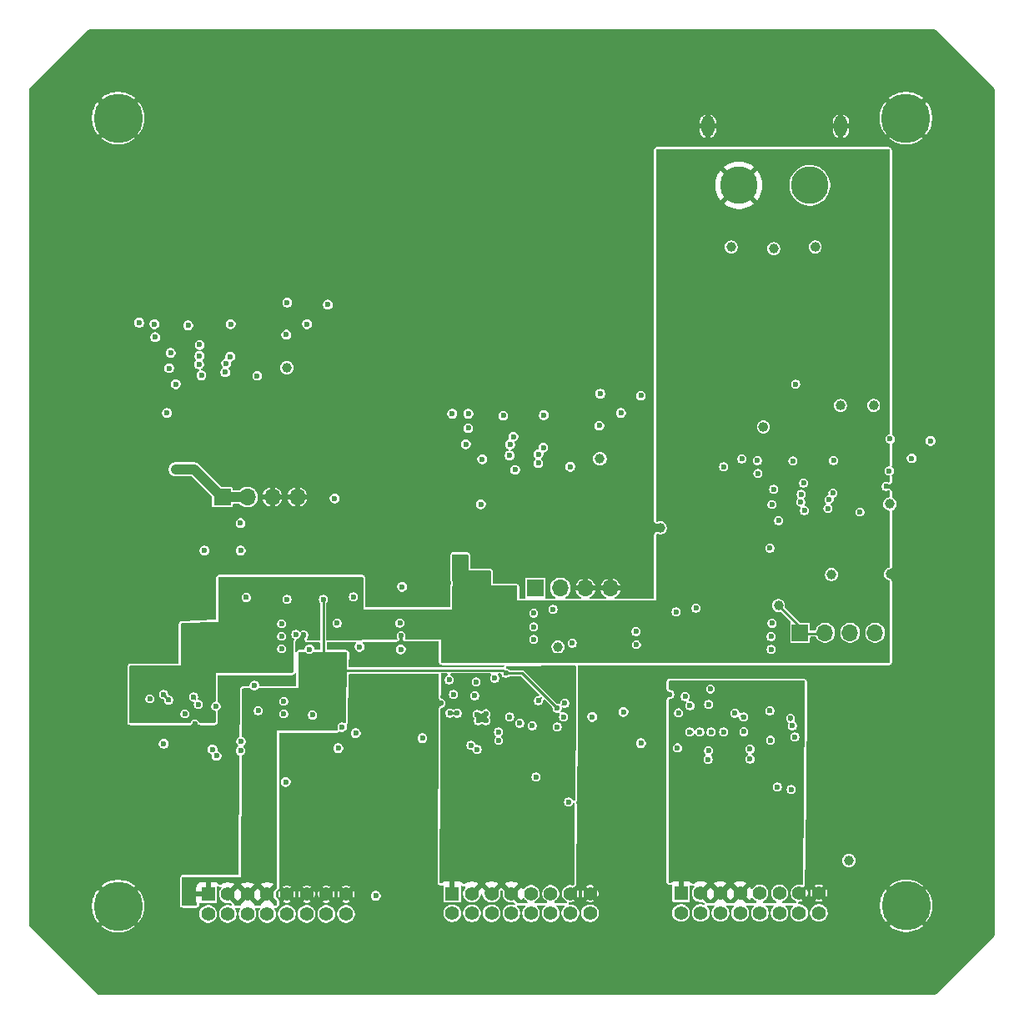
<source format=gbr>
%TF.GenerationSoftware,KiCad,Pcbnew,9.0.0*%
%TF.CreationDate,2025-06-04T12:24:45-07:00*%
%TF.ProjectId,EPS_Scales_RevD,4550535f-5363-4616-9c65-735f52657644,rev?*%
%TF.SameCoordinates,Original*%
%TF.FileFunction,Copper,L3,Inr*%
%TF.FilePolarity,Positive*%
%FSLAX46Y46*%
G04 Gerber Fmt 4.6, Leading zero omitted, Abs format (unit mm)*
G04 Created by KiCad (PCBNEW 9.0.0) date 2025-06-04 12:24:45*
%MOMM*%
%LPD*%
G01*
G04 APERTURE LIST*
%TA.AperFunction,ComponentPad*%
%ADD10C,5.000000*%
%TD*%
%TA.AperFunction,ComponentPad*%
%ADD11R,1.400000X1.400000*%
%TD*%
%TA.AperFunction,ComponentPad*%
%ADD12C,1.400000*%
%TD*%
%TA.AperFunction,ComponentPad*%
%ADD13R,1.700000X1.700000*%
%TD*%
%TA.AperFunction,ComponentPad*%
%ADD14O,1.700000X1.700000*%
%TD*%
%TA.AperFunction,ComponentPad*%
%ADD15O,1.300000X2.200000*%
%TD*%
%TA.AperFunction,ComponentPad*%
%ADD16C,3.800000*%
%TD*%
%TA.AperFunction,ViaPad*%
%ADD17C,0.600000*%
%TD*%
%TA.AperFunction,ViaPad*%
%ADD18C,1.000000*%
%TD*%
%TA.AperFunction,Conductor*%
%ADD19C,0.250000*%
%TD*%
%TA.AperFunction,Conductor*%
%ADD20C,1.000000*%
%TD*%
G04 APERTURE END LIST*
D10*
%TO.N,GND*%
%TO.C,J3*%
X160012800Y-37000000D03*
%TD*%
D11*
%TO.N,+5V_Perif*%
%TO.C,CN1*%
X193941000Y-115729000D03*
D12*
%TO.N,unconnected-(CN1-Pad2)*%
X193941000Y-117729000D03*
%TO.N,+5V_Perif*%
X195941000Y-115729000D03*
%TO.N,Net-(CN1-Pad4)*%
X195941000Y-117729000D03*
%TO.N,+5V_Perif*%
X197941000Y-115729000D03*
%TO.N,Net-(CN1-Pad6)*%
X197941000Y-117729000D03*
%TO.N,+5V_Perif*%
X199941000Y-115729000D03*
%TO.N,Net-(CN1-Pad8)*%
X199941000Y-117729000D03*
%TO.N,GND*%
X201941000Y-115729000D03*
%TO.N,Net-(CN1-Pad10)*%
X201941000Y-117729000D03*
%TO.N,GND*%
X203941000Y-115729000D03*
%TO.N,Net-(CN1-Pad12)*%
X203941000Y-117729000D03*
%TO.N,GND*%
X205941000Y-115729000D03*
%TO.N,Net-(CN1-Pad14)*%
X205941000Y-117729000D03*
%TO.N,GND*%
X207941000Y-115729000D03*
%TO.N,WDT_WDI_Perif*%
X207941000Y-117729000D03*
%TD*%
D13*
%TO.N,+20V_Jetson*%
%TO.C,J8*%
X229258200Y-89255200D03*
D14*
X231798200Y-89255200D03*
%TO.N,GND*%
X234338200Y-89255200D03*
X236878200Y-89255200D03*
%TD*%
D13*
%TO.N,+5V_Perif*%
%TO.C,J7*%
X202383800Y-84709000D03*
D14*
X204923800Y-84709000D03*
%TO.N,GND*%
X207463800Y-84709000D03*
X210003800Y-84709000D03*
%TD*%
D10*
%TO.N,GND*%
%TO.C,J2*%
X160012800Y-117000000D03*
%TD*%
D11*
%TO.N,+20V_Jetson*%
%TO.C,J6*%
X217167800Y-115696600D03*
D12*
%TO.N,Net-(J6-Pad2)*%
X217167800Y-117696600D03*
%TO.N,+20V_Jetson*%
X219167800Y-115696600D03*
%TO.N,Net-(J6-Pad4)*%
X219167800Y-117696600D03*
%TO.N,+20V_Jetson*%
X221167800Y-115696600D03*
%TO.N,Net-(J6-Pad6)*%
X221167800Y-117696600D03*
%TO.N,+20V_Jetson*%
X223167800Y-115696600D03*
%TO.N,Net-(J6-Pad8)*%
X223167800Y-117696600D03*
%TO.N,GND*%
X225167800Y-115696600D03*
%TO.N,Net-(J6-Pad10)*%
X225167800Y-117696600D03*
%TO.N,GND*%
X227167800Y-115696600D03*
%TO.N,Net-(J6-Pad12)*%
X227167800Y-117696600D03*
%TO.N,GND*%
X229167800Y-115696600D03*
%TO.N,WDT_WDI_Jetson*%
X229167800Y-117696600D03*
%TO.N,GND*%
X231167800Y-115696600D03*
%TO.N,WDT_WDI_Jetson*%
X231167800Y-117696600D03*
%TD*%
D15*
%TO.N,GND*%
%TO.C,U8*%
X219901000Y-37815000D03*
X233401000Y-37815000D03*
D16*
%TO.N,+V_Batt*%
X223051000Y-43815000D03*
%TO.N,GND*%
X230251000Y-43815000D03*
%TD*%
D11*
%TO.N,+3.3V_OBC*%
%TO.C,J10*%
X169157200Y-115798200D03*
D12*
%TO.N,Net-(J10-Pad2)*%
X169157200Y-117798200D03*
%TO.N,+3.3V_OBC*%
X171157200Y-115798200D03*
%TO.N,Net-(J10-Pad4)*%
X171157200Y-117798200D03*
%TO.N,+3.3V_OBC*%
X173157200Y-115798200D03*
%TO.N,OBC SDA*%
X173157200Y-117798200D03*
%TO.N,+3.3V_OBC*%
X175157200Y-115798200D03*
%TO.N,OBC SCL*%
X175157200Y-117798200D03*
%TO.N,GND*%
X177157200Y-115798200D03*
%TO.N,Net-(J10-Pad10)*%
X177157200Y-117798200D03*
%TO.N,GND*%
X179157200Y-115798200D03*
%TO.N,OBC_EN_JETSON*%
X179157200Y-117798200D03*
%TO.N,GND*%
X181157200Y-115798200D03*
%TO.N,OBC_EN_PERIF*%
X181157200Y-117798200D03*
%TO.N,GND*%
X183157200Y-115798200D03*
%TO.N,WDT_WDI_OBC*%
X183157200Y-117798200D03*
%TD*%
D10*
%TO.N,GND*%
%TO.C,J5*%
X240012800Y-37000000D03*
%TD*%
D13*
%TO.N,+3.3V_OBC*%
%TO.C,J18*%
X170596474Y-75468400D03*
D14*
X173136474Y-75468400D03*
%TO.N,GND*%
X175676474Y-75468400D03*
X178216474Y-75468400D03*
%TD*%
D10*
%TO.N,GND*%
%TO.C,J4*%
X240030000Y-116967000D03*
%TD*%
D17*
%TO.N,+V_Batt*%
X219583000Y-90678000D03*
X219517400Y-89662000D03*
X220091000Y-90170000D03*
X218948000Y-90170000D03*
X195580000Y-89789000D03*
X195611000Y-89043500D03*
X196215000Y-89408000D03*
X194945000Y-89408000D03*
X170180000Y-90932000D03*
X170053000Y-90043000D03*
X170815000Y-90551000D03*
X169418000Y-90424000D03*
X169418000Y-89535000D03*
X224178200Y-87121600D03*
D18*
X230793000Y-47067500D03*
D17*
X161544000Y-93795200D03*
X194976000Y-88392000D03*
D18*
X226543000Y-47092500D03*
D17*
X218996600Y-89204400D03*
D18*
X222243000Y-47117500D03*
D17*
X170815000Y-89535000D03*
X170815000Y-91440000D03*
X220165000Y-91033200D03*
X194976000Y-90170000D03*
X196246000Y-90170000D03*
X196246000Y-88392000D03*
X169418000Y-91440000D03*
X220165000Y-89204400D03*
X162687000Y-96647000D03*
X218895000Y-91033200D03*
%TO.N,GND*%
X202692000Y-96139000D03*
X226327400Y-90931600D03*
X205359000Y-96393000D03*
X223520000Y-97790000D03*
X197358000Y-98171000D03*
X226412800Y-88290000D03*
X196373000Y-94234000D03*
D18*
X203034200Y-78739600D03*
D17*
X228287800Y-97917000D03*
X212595800Y-89128200D03*
X163123200Y-90366200D03*
X200787000Y-98425000D03*
X226261000Y-100151800D03*
D18*
X172212000Y-52324000D03*
X238441800Y-83286200D03*
D17*
X233299000Y-97663000D03*
X191088000Y-94996000D03*
X226187000Y-97176600D03*
D18*
X215073800Y-78587200D03*
D17*
X171251200Y-98494200D03*
X202215000Y-88646000D03*
D18*
X232306200Y-110311800D03*
X240016600Y-66040000D03*
D17*
X160274000Y-58547000D03*
D18*
X164334474Y-54513000D03*
D17*
X173029200Y-85667200D03*
X165155200Y-96081200D03*
X170688000Y-95377000D03*
X193706000Y-97409000D03*
X228346000Y-105156000D03*
X184658000Y-96647000D03*
X199396700Y-59419600D03*
D18*
X244487000Y-83184600D03*
X230793000Y-50067500D03*
X171246874Y-69499000D03*
D17*
X212633635Y-90456660D03*
X221488000Y-99314000D03*
X167695200Y-95758000D03*
D18*
X207301400Y-64212600D03*
D17*
X220218000Y-99314000D03*
X197358000Y-97468000D03*
X167259000Y-87376000D03*
X212090000Y-70231000D03*
X216662000Y-87122000D03*
X209708000Y-95885000D03*
X183896000Y-85598000D03*
X218694000Y-86741000D03*
X208534000Y-69798800D03*
X216027000Y-95504000D03*
X193579000Y-84201000D03*
D18*
X236728000Y-66167000D03*
D17*
X202215000Y-87249000D03*
X163250200Y-95954200D03*
D18*
X203948600Y-64212600D03*
D17*
X188626000Y-88265000D03*
D18*
X226593000Y-50242500D03*
D17*
X221488000Y-72390000D03*
X176839200Y-97478200D03*
D18*
X208946000Y-102362000D03*
D17*
X166806200Y-97478200D03*
X219075000Y-99314000D03*
D18*
X225535000Y-68351000D03*
D17*
X163123200Y-91636200D03*
X233201200Y-96922600D03*
X176624200Y-90874200D03*
X174193274Y-60558200D03*
X176839200Y-96208200D03*
X226325600Y-89636200D03*
X163123200Y-89096200D03*
X171251200Y-99256200D03*
X194437000Y-97409000D03*
X176624200Y-89604200D03*
D18*
X196121800Y-63753600D03*
X182427200Y-102050200D03*
X209028600Y-78688800D03*
X233361800Y-66167000D03*
X210603400Y-64263400D03*
D17*
X191897000Y-67945000D03*
X193628000Y-94022000D03*
D18*
X232447400Y-83337000D03*
D17*
X218059000Y-99314000D03*
D18*
X182427200Y-110051200D03*
D17*
X178617200Y-105987200D03*
X196596000Y-98171000D03*
X174244000Y-78232000D03*
X176624200Y-88334200D03*
X188753000Y-89535000D03*
D18*
X177241274Y-69448200D03*
D17*
X237998000Y-74396200D03*
X192786000Y-86360000D03*
X180213000Y-60960000D03*
X228809900Y-64017000D03*
D18*
X232357000Y-102488600D03*
X183286474Y-69346600D03*
D17*
X205740000Y-106426000D03*
X220165000Y-94944800D03*
X216913800Y-97383200D03*
X167822200Y-98494200D03*
X192817000Y-96393000D03*
X202215000Y-89916000D03*
X184277000Y-93726000D03*
X217587800Y-95718542D03*
X238148200Y-112242200D03*
D18*
X175514000Y-52324000D03*
D17*
X204187100Y-86868000D03*
X167822200Y-99256200D03*
X178871200Y-89477200D03*
D18*
X178816074Y-52324000D03*
D17*
X164647200Y-95504000D03*
X183642000Y-77343000D03*
D18*
X208946000Y-110490000D03*
D17*
X208946000Y-96266000D03*
X196469000Y-97536000D03*
X241427000Y-74803000D03*
X179760200Y-97605200D03*
D18*
X222268000Y-50067500D03*
D17*
%TO.N,/Perif_Subsystem/WD_Perif/WDT-VIN*%
X200152000Y-69342000D03*
X200332194Y-72713002D03*
D18*
%TO.N,WDT_WDI_Perif*%
X208938200Y-71576800D03*
X204669800Y-90678000D03*
D17*
%TO.N,Net-(U6C--)*%
X203237400Y-67157200D03*
X205929800Y-72389600D03*
X195326000Y-70104000D03*
%TO.N,Net-(U1-BST)*%
X219961800Y-101219000D03*
X216812200Y-100939200D03*
%TO.N,Net-(U1-INTVCC)*%
X219936638Y-102112318D03*
X224178200Y-101066200D03*
%TO.N,Net-(U1-FB)*%
X226949000Y-104902000D03*
X224178200Y-102082200D03*
%TO.N,+3.3V_OBC*%
X180848000Y-85852000D03*
D18*
X179578000Y-95631000D03*
D17*
X204597000Y-96901000D03*
X179705000Y-98425000D03*
D18*
X182499000Y-93218000D03*
D17*
X228473000Y-98679000D03*
X199390000Y-93345000D03*
D18*
X179705000Y-94869000D03*
X165862074Y-72648600D03*
X181284200Y-93414200D03*
D17*
X211328000Y-97282000D03*
D18*
%TO.N,+20V_Jetson*%
X228699400Y-95325800D03*
X227062600Y-86486600D03*
%TO.N,WDT_WDI_Jetson*%
X234211200Y-112369200D03*
X238351400Y-76174200D03*
D17*
%TO.N,Net-(U4C--)*%
X235343000Y-76987000D03*
X232650600Y-71754600D03*
X227089200Y-77850600D03*
%TO.N,Net-(U4D--)*%
X228535800Y-71805400D03*
X232193400Y-75717000D03*
%TO.N,Net-(U3-FB)*%
X172466000Y-101219000D03*
X177038000Y-104394000D03*
%TO.N,Net-(U3-BST)*%
X169600200Y-101092000D03*
X164647200Y-100526200D03*
%TO.N,Net-(U3-INTVCC)*%
X172521200Y-100272200D03*
X170008618Y-101732935D03*
%TO.N,Net-(U6D--)*%
X202692000Y-71120000D03*
X199122600Y-67208000D03*
%TO.N,Net-(U13-BST)*%
X190912000Y-99949000D03*
X195832154Y-100677233D03*
%TO.N,Net-(U13-INTVCC)*%
X198628000Y-99314000D03*
X196469000Y-101092000D03*
%TO.N,/OBC_Subsystem/WD_OBC/WDT-VIN*%
X168299484Y-60012926D03*
X168471889Y-63109317D03*
%TO.N,/Jetson_Subsystem/WD_Jetson/WDT-VIN*%
X229616000Y-74041000D03*
X229696515Y-76837982D03*
%TO.N,Net-(U13-FB)*%
X202438000Y-103886000D03*
X198651200Y-100177200D03*
D18*
%TO.N,WDT_WDI_OBC*%
X177150874Y-62336200D03*
D17*
X182006874Y-75604200D03*
X186182000Y-115951000D03*
%TO.N,Net-(U14C--)*%
X165875200Y-64012600D03*
X171450074Y-57916600D03*
X174142474Y-63149000D03*
%TO.N,Net-(U14D--)*%
X167132000Y-58039000D03*
X170992874Y-61879000D03*
D18*
%TO.N,+5V_Perif*%
X205177800Y-93853000D03*
D17*
%TO.N,OBC SDA*%
X168783000Y-80899000D03*
%TO.N,OBC SCL*%
X172466000Y-80899000D03*
%TO.N,OBC_EN_PERIF*%
X188722000Y-90932000D03*
%TO.N,Net-(JP1-A)*%
X238289400Y-72821400D03*
X238391000Y-69570200D03*
%TO.N,Net-(JP2-A)*%
X208876200Y-68224000D03*
X208977800Y-64972800D03*
%TO.N,Net-(JP5-A)*%
X177088874Y-58983400D03*
X177190474Y-55732200D03*
%TO.N,Net-(U4B--)*%
X224979800Y-73075400D03*
X229324245Y-75973560D03*
%TO.N,/Jetson_Subsystem/WD_Jetson/WDT-VP*%
X229362000Y-75184000D03*
X224917000Y-71755000D03*
%TO.N,Net-(R20-Pad1)*%
X242505800Y-69773400D03*
X240588830Y-71535005D03*
%TO.N,Net-(U4C-+)*%
X226402200Y-76225000D03*
X232091800Y-76631400D03*
%TO.N,Net-(D3-K)*%
X223354200Y-71602200D03*
X232599800Y-75056600D03*
X226568000Y-74676000D03*
X226187000Y-80645000D03*
%TO.N,Net-(U6B--)*%
X195566600Y-68478000D03*
X199756800Y-71247000D03*
%TO.N,/Perif_Subsystem/WD_Perif/WDT-VP*%
X199821000Y-70129683D03*
X195580000Y-67004800D03*
%TO.N,Net-(U7-MOD)*%
X178054000Y-89408000D03*
X177165000Y-85852000D03*
%TO.N,Net-(R39-Pad1)*%
X213092600Y-65176000D03*
X211074000Y-66929000D03*
%TO.N,SDA*%
X202057000Y-98679000D03*
X199771000Y-97790000D03*
X172445185Y-78121036D03*
X182372000Y-100965000D03*
X184150000Y-99441000D03*
X213106000Y-100457000D03*
X174244000Y-97155000D03*
X223549735Y-99299614D03*
X204597000Y-98806000D03*
%TO.N,SCL*%
X205232000Y-97790000D03*
X182753000Y-98806000D03*
X208153000Y-97790000D03*
X228727000Y-99822000D03*
%TO.N,Net-(U1-EN{slash}UV)*%
X218082200Y-96646600D03*
X219964000Y-96520000D03*
%TO.N,Net-(U3-EN{slash}UV)*%
X168148000Y-96520000D03*
X169926000Y-96705198D03*
%TO.N,Net-(U6C-+)*%
X202678600Y-72034000D03*
X196989000Y-71627600D03*
%TO.N,Net-(D8-K)*%
X196850000Y-76200000D03*
X203186600Y-70459200D03*
X193941000Y-67004800D03*
%TO.N,Net-(U13-EN{slash}UV)*%
X196215000Y-95631000D03*
X194056000Y-95504000D03*
%TO.N,Net-(U14B--)*%
X163779274Y-59237400D03*
X168233190Y-61999505D03*
%TO.N,/OBC_Subsystem/WD_OBC/WDT-VP*%
X163703000Y-57912000D03*
X168268015Y-61145331D03*
%TO.N,Net-(R93-Pad1)*%
X181305274Y-55935400D03*
X179197000Y-57912000D03*
%TO.N,Net-(U14C-+)*%
X165201674Y-62387000D03*
X170891274Y-62793400D03*
%TO.N,Net-(D12-K)*%
X171399274Y-61218600D03*
X164973000Y-66929000D03*
X162153674Y-57764200D03*
X165354000Y-60833000D03*
%TO.N,SYNC_PHASE3*%
X222631000Y-97409000D03*
X206121000Y-90297000D03*
X188849000Y-84582000D03*
X182245000Y-88265000D03*
%TO.N,SYNC_PHASE1*%
X173863000Y-94615000D03*
X179451000Y-90932000D03*
%TO.N,SYNC_PHASE2*%
X198247000Y-93853000D03*
X184531000Y-90678000D03*
%TD*%
D19*
%TO.N,+3.3V_OBC*%
X180848000Y-85852000D02*
X180848000Y-91440000D01*
D20*
X165862074Y-72648600D02*
X167748274Y-72648600D01*
X167748274Y-72648600D02*
X170576874Y-75477200D01*
X173108074Y-75468400D02*
X173116874Y-75477200D01*
D19*
X199390000Y-93345000D02*
X201041000Y-93345000D01*
X199390000Y-93345000D02*
X199118000Y-93073000D01*
X181755000Y-93073000D02*
X181356000Y-93472000D01*
X180848000Y-91440000D02*
X181102000Y-91694000D01*
X199118000Y-93073000D02*
X181755000Y-93073000D01*
X201041000Y-93345000D02*
X204597000Y-96901000D01*
D20*
X170596474Y-75468400D02*
X173108074Y-75468400D01*
D19*
%TO.N,+20V_Jetson*%
X227062600Y-86486600D02*
X229907400Y-89331400D01*
X229907400Y-89331400D02*
X231798200Y-89331400D01*
D20*
X231863600Y-89306400D02*
X231837800Y-89280600D01*
%TO.N,+5V_Perif*%
X197684800Y-115697000D02*
X197938800Y-115697000D01*
%TD*%
%TA.AperFunction,Conductor*%
%TO.N,GND*%
G36*
X205783611Y-106173690D02*
G01*
X205828388Y-106185688D01*
X205847430Y-106193575D01*
X205887571Y-106216750D01*
X205903930Y-106229304D01*
X205936694Y-106262068D01*
X205949249Y-106278429D01*
X205993853Y-106355686D01*
X206013263Y-106383792D01*
X206014575Y-106388821D01*
X206018403Y-106392342D01*
X206021274Y-106414483D01*
X206026911Y-106436079D01*
X206024850Y-106442065D01*
X206025352Y-106445932D01*
X206018691Y-106459962D01*
X206014803Y-106471260D01*
X206012725Y-106474507D01*
X205989092Y-106504559D01*
X205948356Y-106575114D01*
X205947376Y-106576647D01*
X205946193Y-106577550D01*
X205936692Y-106589932D01*
X205903930Y-106622694D01*
X205887568Y-106635250D01*
X205847433Y-106658421D01*
X205828383Y-106666311D01*
X205783619Y-106678307D01*
X205763170Y-106681000D01*
X205716828Y-106681000D01*
X205696382Y-106678308D01*
X205651619Y-106666314D01*
X205632568Y-106658424D01*
X205592425Y-106635246D01*
X205576068Y-106622694D01*
X205543304Y-106589930D01*
X205530749Y-106573569D01*
X205507575Y-106533430D01*
X205499688Y-106514388D01*
X205487690Y-106469612D01*
X205485000Y-106449171D01*
X205485000Y-106402826D01*
X205487690Y-106382387D01*
X205499687Y-106337611D01*
X205507571Y-106318576D01*
X205530757Y-106278416D01*
X205543303Y-106262068D01*
X205576070Y-106229301D01*
X205592421Y-106216754D01*
X205632566Y-106193575D01*
X205651607Y-106185688D01*
X205696387Y-106173690D01*
X205716827Y-106171000D01*
X205763172Y-106171000D01*
X205783611Y-106173690D01*
G37*
%TD.AperFunction*%
%TA.AperFunction,Conductor*%
G36*
X200830611Y-98172690D02*
G01*
X200875388Y-98184688D01*
X200894430Y-98192575D01*
X200934571Y-98215750D01*
X200950930Y-98228304D01*
X200983694Y-98261068D01*
X200996248Y-98277427D01*
X201000591Y-98284949D01*
X201019421Y-98317565D01*
X201027311Y-98336615D01*
X201039307Y-98381379D01*
X201042000Y-98401826D01*
X201042000Y-98448170D01*
X201039308Y-98468617D01*
X201027314Y-98513378D01*
X201019422Y-98532432D01*
X200996246Y-98572573D01*
X200983691Y-98588933D01*
X200950931Y-98621693D01*
X200934572Y-98634247D01*
X200915209Y-98645427D01*
X200915206Y-98645428D01*
X200894433Y-98657421D01*
X200875382Y-98665312D01*
X200830616Y-98677308D01*
X200810170Y-98680000D01*
X200763828Y-98680000D01*
X200743382Y-98677308D01*
X200698619Y-98665314D01*
X200679568Y-98657424D01*
X200639425Y-98634246D01*
X200623068Y-98621694D01*
X200590304Y-98588930D01*
X200577749Y-98572569D01*
X200575747Y-98569101D01*
X200554575Y-98532430D01*
X200546688Y-98513388D01*
X200534690Y-98468612D01*
X200532000Y-98448171D01*
X200532000Y-98401826D01*
X200534690Y-98381387D01*
X200546687Y-98336611D01*
X200554571Y-98317576D01*
X200577757Y-98277416D01*
X200590303Y-98261068D01*
X200623070Y-98228301D01*
X200639421Y-98215754D01*
X200679566Y-98192575D01*
X200698607Y-98184688D01*
X200743387Y-98172690D01*
X200763827Y-98170000D01*
X200810172Y-98170000D01*
X200830611Y-98172690D01*
G37*
%TD.AperFunction*%
%TA.AperFunction,Conductor*%
G36*
X197401611Y-97215690D02*
G01*
X197446388Y-97227688D01*
X197465430Y-97235575D01*
X197505571Y-97258750D01*
X197521930Y-97271304D01*
X197554694Y-97304068D01*
X197567248Y-97320427D01*
X197569408Y-97324168D01*
X197590421Y-97360565D01*
X197598311Y-97379615D01*
X197610307Y-97424379D01*
X197613000Y-97444828D01*
X197613000Y-97491170D01*
X197610308Y-97511618D01*
X197598312Y-97556384D01*
X197590420Y-97575435D01*
X197560869Y-97626620D01*
X197560869Y-97626621D01*
X197544633Y-97654741D01*
X197544627Y-97654753D01*
X197531820Y-97681115D01*
X197518698Y-97713894D01*
X197516092Y-97729389D01*
X197514074Y-97738242D01*
X197512804Y-97742629D01*
X197512788Y-97742625D01*
X197508945Y-97755716D01*
X197508765Y-97756428D01*
X197508439Y-97757711D01*
X197508439Y-97757714D01*
X197505173Y-97770598D01*
X197505374Y-97785404D01*
X197504289Y-97799559D01*
X197504211Y-97800018D01*
X197506042Y-97838519D01*
X197506116Y-97839986D01*
X197506416Y-97862045D01*
X197507348Y-97865890D01*
X197507537Y-97869838D01*
X197507708Y-97871407D01*
X197507709Y-97871419D01*
X197510266Y-97894823D01*
X197517722Y-97912737D01*
X197521556Y-97924455D01*
X197522892Y-97929958D01*
X197544202Y-97983183D01*
X197544631Y-97984255D01*
X197590421Y-98063564D01*
X197598311Y-98082613D01*
X197609885Y-98125804D01*
X197610308Y-98127380D01*
X197613000Y-98147828D01*
X197613000Y-98194170D01*
X197610308Y-98214617D01*
X197598314Y-98259378D01*
X197590422Y-98278432D01*
X197567246Y-98318573D01*
X197554693Y-98334930D01*
X197554691Y-98334933D01*
X197521931Y-98367693D01*
X197505572Y-98380247D01*
X197486209Y-98391427D01*
X197486206Y-98391428D01*
X197465433Y-98403421D01*
X197446382Y-98411312D01*
X197401616Y-98423308D01*
X197381170Y-98426000D01*
X197334828Y-98426000D01*
X197314382Y-98423308D01*
X197269619Y-98411314D01*
X197250568Y-98403423D01*
X197199449Y-98373910D01*
X197189380Y-98367007D01*
X197179320Y-98358900D01*
X197175785Y-98356051D01*
X197164146Y-98348571D01*
X197131437Y-98327549D01*
X197122481Y-98322111D01*
X197122477Y-98322109D01*
X197034993Y-98295449D01*
X196965290Y-98290464D01*
X196940169Y-98290209D01*
X196940168Y-98290209D01*
X196940166Y-98290209D01*
X196940164Y-98290209D01*
X196940160Y-98290210D01*
X196852157Y-98315077D01*
X196852153Y-98315079D01*
X196790841Y-98348559D01*
X196790822Y-98348571D01*
X196768912Y-98364972D01*
X196761072Y-98370143D01*
X196703434Y-98403420D01*
X196684383Y-98411311D01*
X196639619Y-98423307D01*
X196619170Y-98426000D01*
X196572828Y-98426000D01*
X196552382Y-98423308D01*
X196507619Y-98411314D01*
X196488568Y-98403424D01*
X196448425Y-98380246D01*
X196432068Y-98367694D01*
X196399304Y-98334930D01*
X196386749Y-98318569D01*
X196363575Y-98278430D01*
X196355688Y-98259388D01*
X196343690Y-98214612D01*
X196341000Y-98194171D01*
X196341000Y-98147827D01*
X196343692Y-98127380D01*
X196366991Y-98040427D01*
X196367130Y-98039906D01*
X196367131Y-98039907D01*
X196367469Y-98038647D01*
X196367470Y-98038638D01*
X196368035Y-98036531D01*
X196368036Y-98036525D01*
X196372225Y-98020888D01*
X196373226Y-98006875D01*
X196373227Y-98006866D01*
X196373440Y-98003876D01*
X196373443Y-98003866D01*
X196373626Y-98001304D01*
X196373624Y-98001303D01*
X196373718Y-97999999D01*
X196373823Y-97998519D01*
X196374412Y-97993257D01*
X196374544Y-97988446D01*
X196378425Y-97934195D01*
X196378682Y-97909057D01*
X196358496Y-97837621D01*
X196353812Y-97821046D01*
X196353811Y-97821044D01*
X196320327Y-97759724D01*
X196317860Y-97756428D01*
X196285274Y-97712900D01*
X196285268Y-97712894D01*
X196285262Y-97712887D01*
X196272304Y-97699929D01*
X196259750Y-97683570D01*
X196247296Y-97662000D01*
X196236575Y-97643431D01*
X196228687Y-97624387D01*
X196216690Y-97579612D01*
X196214000Y-97559171D01*
X196214000Y-97512826D01*
X196216690Y-97492387D01*
X196228687Y-97447611D01*
X196236571Y-97428576D01*
X196259757Y-97388416D01*
X196272303Y-97372068D01*
X196305070Y-97339301D01*
X196321421Y-97326754D01*
X196361566Y-97303575D01*
X196380607Y-97295688D01*
X196425387Y-97283690D01*
X196445827Y-97281000D01*
X196492172Y-97281000D01*
X196512611Y-97283690D01*
X196557388Y-97295688D01*
X196576430Y-97303575D01*
X196616571Y-97326750D01*
X196632927Y-97339301D01*
X196641515Y-97347889D01*
X196649410Y-97355784D01*
X196658288Y-97364150D01*
X196669310Y-97373933D01*
X196669315Y-97373937D01*
X196729343Y-97411022D01*
X196794206Y-97436994D01*
X196818071Y-97444893D01*
X196909474Y-97448008D01*
X196909474Y-97448007D01*
X196909477Y-97448008D01*
X196963633Y-97437573D01*
X196978082Y-97434789D01*
X197002433Y-97428531D01*
X197081009Y-97381733D01*
X197103211Y-97360565D01*
X197111801Y-97352376D01*
X197134755Y-97330488D01*
X197134820Y-97330553D01*
X197137514Y-97327858D01*
X197138160Y-97327243D01*
X197138167Y-97327236D01*
X197144084Y-97321595D01*
X197144135Y-97321465D01*
X197147576Y-97317796D01*
X197194072Y-97271299D01*
X197210423Y-97258753D01*
X197250566Y-97235575D01*
X197269607Y-97227688D01*
X197314387Y-97215690D01*
X197334827Y-97213000D01*
X197381172Y-97213000D01*
X197401611Y-97215690D01*
G37*
%TD.AperFunction*%
%TA.AperFunction,Conductor*%
G36*
X179803811Y-97352890D02*
G01*
X179848588Y-97364888D01*
X179867630Y-97372775D01*
X179907771Y-97395950D01*
X179924130Y-97408504D01*
X179956894Y-97441268D01*
X179969448Y-97457627D01*
X179979586Y-97475187D01*
X179992621Y-97497765D01*
X180000511Y-97516815D01*
X180012507Y-97561579D01*
X180015200Y-97582028D01*
X180015200Y-97628370D01*
X180012507Y-97648819D01*
X180000511Y-97693583D01*
X179992621Y-97712633D01*
X179969450Y-97752768D01*
X179956894Y-97769130D01*
X179924130Y-97801894D01*
X179907768Y-97814450D01*
X179867633Y-97837621D01*
X179848583Y-97845511D01*
X179803819Y-97857507D01*
X179783370Y-97860200D01*
X179737028Y-97860200D01*
X179716582Y-97857508D01*
X179671819Y-97845514D01*
X179652768Y-97837624D01*
X179612625Y-97814446D01*
X179596268Y-97801894D01*
X179563504Y-97769130D01*
X179550949Y-97752769D01*
X179527775Y-97712630D01*
X179519888Y-97693588D01*
X179507890Y-97648812D01*
X179505200Y-97628371D01*
X179505200Y-97582026D01*
X179507890Y-97561587D01*
X179519887Y-97516811D01*
X179527771Y-97497776D01*
X179550957Y-97457616D01*
X179563503Y-97441268D01*
X179596270Y-97408501D01*
X179612621Y-97395954D01*
X179652766Y-97372775D01*
X179671807Y-97364888D01*
X179716587Y-97352890D01*
X179737027Y-97350200D01*
X179783372Y-97350200D01*
X179803811Y-97352890D01*
G37*
%TD.AperFunction*%
%TA.AperFunction,Conductor*%
G36*
X166849811Y-97225890D02*
G01*
X166894588Y-97237888D01*
X166913630Y-97245775D01*
X166953771Y-97268950D01*
X166970130Y-97281504D01*
X167002894Y-97314268D01*
X167015448Y-97330627D01*
X167025414Y-97347889D01*
X167038621Y-97370765D01*
X167046511Y-97389815D01*
X167058507Y-97434579D01*
X167061200Y-97455028D01*
X167061200Y-97501370D01*
X167058507Y-97521819D01*
X167046511Y-97566583D01*
X167038621Y-97585633D01*
X167015450Y-97625768D01*
X167002894Y-97642130D01*
X166970130Y-97674894D01*
X166953768Y-97687450D01*
X166913633Y-97710621D01*
X166894583Y-97718511D01*
X166849819Y-97730507D01*
X166829370Y-97733200D01*
X166783028Y-97733200D01*
X166762582Y-97730508D01*
X166717819Y-97718514D01*
X166698768Y-97710624D01*
X166658625Y-97687446D01*
X166642268Y-97674894D01*
X166609504Y-97642130D01*
X166596952Y-97625774D01*
X166573773Y-97585628D01*
X166565886Y-97566583D01*
X166553890Y-97521812D01*
X166551200Y-97501371D01*
X166551200Y-97455026D01*
X166553890Y-97434587D01*
X166565887Y-97389811D01*
X166573771Y-97370776D01*
X166596957Y-97330616D01*
X166609503Y-97314268D01*
X166642270Y-97281501D01*
X166658621Y-97268954D01*
X166698766Y-97245775D01*
X166717807Y-97237888D01*
X166762587Y-97225890D01*
X166783027Y-97223200D01*
X166829372Y-97223200D01*
X166849811Y-97225890D01*
G37*
%TD.AperFunction*%
%TA.AperFunction,Conductor*%
G36*
X176882811Y-97225890D02*
G01*
X176927588Y-97237888D01*
X176946630Y-97245775D01*
X176986771Y-97268950D01*
X177003130Y-97281504D01*
X177035894Y-97314268D01*
X177048448Y-97330627D01*
X177058414Y-97347889D01*
X177071621Y-97370765D01*
X177079511Y-97389815D01*
X177091507Y-97434579D01*
X177094200Y-97455026D01*
X177094200Y-97501370D01*
X177091508Y-97521818D01*
X177079513Y-97566582D01*
X177071621Y-97585634D01*
X177048449Y-97625769D01*
X177035894Y-97642130D01*
X177003130Y-97674894D01*
X176986768Y-97687450D01*
X176946633Y-97710621D01*
X176927583Y-97718511D01*
X176882819Y-97730507D01*
X176862370Y-97733200D01*
X176816028Y-97733200D01*
X176795582Y-97730508D01*
X176750819Y-97718514D01*
X176731768Y-97710624D01*
X176691625Y-97687446D01*
X176675268Y-97674894D01*
X176642504Y-97642130D01*
X176629952Y-97625774D01*
X176606773Y-97585628D01*
X176598886Y-97566583D01*
X176586890Y-97521812D01*
X176584200Y-97501371D01*
X176584200Y-97455026D01*
X176586890Y-97434587D01*
X176598887Y-97389811D01*
X176606771Y-97370776D01*
X176629957Y-97330616D01*
X176642503Y-97314268D01*
X176675270Y-97281501D01*
X176691621Y-97268954D01*
X176731766Y-97245775D01*
X176750807Y-97237888D01*
X176795587Y-97225890D01*
X176816027Y-97223200D01*
X176862372Y-97223200D01*
X176882811Y-97225890D01*
G37*
%TD.AperFunction*%
%TA.AperFunction,Conductor*%
G36*
X193749611Y-97156690D02*
G01*
X193794388Y-97168688D01*
X193813430Y-97176575D01*
X193886004Y-97218476D01*
X193886004Y-97218475D01*
X193901626Y-97227495D01*
X193902816Y-97228196D01*
X193909569Y-97232264D01*
X193909570Y-97232264D01*
X193911793Y-97233603D01*
X193913741Y-97234816D01*
X193915008Y-97235630D01*
X193917062Y-97236950D01*
X193926023Y-97242391D01*
X194013507Y-97269051D01*
X194083199Y-97274035D01*
X194108337Y-97274291D01*
X194196346Y-97249420D01*
X194244304Y-97223232D01*
X194244294Y-97223214D01*
X194256029Y-97216793D01*
X194257000Y-97218474D01*
X194330375Y-97176109D01*
X194331138Y-97175692D01*
X194332032Y-97175555D01*
X194348609Y-97168687D01*
X194393387Y-97156690D01*
X194413828Y-97154000D01*
X194460172Y-97154000D01*
X194480611Y-97156690D01*
X194525388Y-97168688D01*
X194544430Y-97176575D01*
X194584571Y-97199750D01*
X194600930Y-97212304D01*
X194633694Y-97245068D01*
X194646248Y-97261427D01*
X194657548Y-97281000D01*
X194669421Y-97301565D01*
X194677311Y-97320615D01*
X194689307Y-97365379D01*
X194692000Y-97385828D01*
X194692000Y-97432170D01*
X194689308Y-97452616D01*
X194687965Y-97457630D01*
X194677313Y-97497382D01*
X194669421Y-97516434D01*
X194646249Y-97556569D01*
X194633694Y-97572930D01*
X194600930Y-97605694D01*
X194584568Y-97618250D01*
X194544433Y-97641421D01*
X194525383Y-97649311D01*
X194480619Y-97661307D01*
X194460170Y-97664000D01*
X194413828Y-97664000D01*
X194393382Y-97661308D01*
X194348619Y-97649314D01*
X194329565Y-97641422D01*
X194329563Y-97641421D01*
X194256996Y-97599524D01*
X194241955Y-97590840D01*
X194240678Y-97590086D01*
X194230747Y-97584101D01*
X194228827Y-97582906D01*
X194225937Y-97581049D01*
X194223575Y-97579615D01*
X194216978Y-97575609D01*
X194216976Y-97575608D01*
X194129494Y-97548949D01*
X194059790Y-97543964D01*
X194035229Y-97543714D01*
X194034668Y-97543709D01*
X194034667Y-97543709D01*
X194034666Y-97543709D01*
X193946662Y-97568576D01*
X193946655Y-97568579D01*
X193916495Y-97585046D01*
X193916496Y-97585047D01*
X193916224Y-97585195D01*
X193898699Y-97594765D01*
X193898707Y-97594781D01*
X193886973Y-97601202D01*
X193886004Y-97599524D01*
X193812664Y-97641865D01*
X193811860Y-97642306D01*
X193810966Y-97642442D01*
X193794384Y-97649312D01*
X193764148Y-97657414D01*
X193749616Y-97661308D01*
X193729170Y-97664000D01*
X193682828Y-97664000D01*
X193662382Y-97661308D01*
X193617619Y-97649314D01*
X193598568Y-97641424D01*
X193558425Y-97618246D01*
X193542068Y-97605694D01*
X193509304Y-97572930D01*
X193496752Y-97556574D01*
X193473573Y-97516428D01*
X193465687Y-97497387D01*
X193453690Y-97452612D01*
X193451000Y-97432171D01*
X193451000Y-97385826D01*
X193453690Y-97365387D01*
X193465687Y-97320611D01*
X193473571Y-97301576D01*
X193496757Y-97261416D01*
X193509303Y-97245068D01*
X193542070Y-97212301D01*
X193558421Y-97199754D01*
X193598566Y-97176575D01*
X193617607Y-97168688D01*
X193662387Y-97156690D01*
X193682827Y-97154000D01*
X193729172Y-97154000D01*
X193749611Y-97156690D01*
G37*
%TD.AperFunction*%
%TA.AperFunction,Conductor*%
G36*
X205402611Y-96140690D02*
G01*
X205447388Y-96152688D01*
X205466430Y-96160575D01*
X205506571Y-96183750D01*
X205522930Y-96196304D01*
X205555694Y-96229068D01*
X205568248Y-96245427D01*
X205578981Y-96264018D01*
X205591421Y-96285565D01*
X205599311Y-96304615D01*
X205611307Y-96349379D01*
X205614000Y-96369828D01*
X205614000Y-96416170D01*
X205611307Y-96436619D01*
X205599311Y-96481383D01*
X205591421Y-96500433D01*
X205568250Y-96540568D01*
X205555694Y-96556930D01*
X205522930Y-96589694D01*
X205506568Y-96602250D01*
X205466433Y-96625421D01*
X205447383Y-96633311D01*
X205402619Y-96645307D01*
X205382170Y-96648000D01*
X205335831Y-96648000D01*
X205315385Y-96645308D01*
X205266766Y-96632280D01*
X205254834Y-96629461D01*
X205240424Y-96626506D01*
X205240429Y-96626506D01*
X205171772Y-96624466D01*
X205169900Y-96624411D01*
X205169899Y-96624411D01*
X205169896Y-96624411D01*
X205131547Y-96629925D01*
X205078654Y-96618857D01*
X205045249Y-96576379D01*
X205046964Y-96522367D01*
X205047713Y-96520563D01*
X205050727Y-96513541D01*
X205055591Y-96504846D01*
X205056266Y-96505283D01*
X205065843Y-96490495D01*
X205078197Y-96468588D01*
X205087788Y-96427218D01*
X205088693Y-96425112D01*
X205090589Y-96418655D01*
X205090590Y-96418656D01*
X205095673Y-96401348D01*
X205098267Y-96383305D01*
X205099274Y-96377731D01*
X205099658Y-96375970D01*
X205099688Y-96375922D01*
X205099897Y-96375030D01*
X205100021Y-96375059D01*
X205100532Y-96372369D01*
X205118688Y-96304608D01*
X205126571Y-96285576D01*
X205149757Y-96245416D01*
X205162303Y-96229068D01*
X205195070Y-96196301D01*
X205211421Y-96183754D01*
X205251566Y-96160575D01*
X205270607Y-96152688D01*
X205315387Y-96140690D01*
X205335827Y-96138000D01*
X205382172Y-96138000D01*
X205402611Y-96140690D01*
G37*
%TD.AperFunction*%
%TA.AperFunction,Conductor*%
G36*
X176882811Y-95955890D02*
G01*
X176927588Y-95967888D01*
X176946630Y-95975775D01*
X176986771Y-95998950D01*
X177003130Y-96011504D01*
X177035894Y-96044268D01*
X177048448Y-96060627D01*
X177050050Y-96063402D01*
X177071621Y-96100765D01*
X177079511Y-96119815D01*
X177091507Y-96164579D01*
X177094200Y-96185028D01*
X177094200Y-96231370D01*
X177091507Y-96251819D01*
X177079511Y-96296583D01*
X177071621Y-96315633D01*
X177048450Y-96355768D01*
X177035894Y-96372130D01*
X177003130Y-96404894D01*
X176986768Y-96417450D01*
X176946633Y-96440621D01*
X176927583Y-96448511D01*
X176882819Y-96460507D01*
X176862370Y-96463200D01*
X176816028Y-96463200D01*
X176795582Y-96460508D01*
X176750819Y-96448514D01*
X176731768Y-96440624D01*
X176691625Y-96417446D01*
X176675268Y-96404894D01*
X176642504Y-96372130D01*
X176629949Y-96355769D01*
X176606775Y-96315630D01*
X176598888Y-96296588D01*
X176586890Y-96251812D01*
X176584200Y-96231371D01*
X176584200Y-96185026D01*
X176586890Y-96164587D01*
X176598887Y-96119811D01*
X176606771Y-96100776D01*
X176629957Y-96060616D01*
X176642503Y-96044268D01*
X176675270Y-96011501D01*
X176691621Y-95998954D01*
X176731766Y-95975775D01*
X176750807Y-95967888D01*
X176795587Y-95955890D01*
X176816027Y-95953200D01*
X176862372Y-95953200D01*
X176882811Y-95955890D01*
G37*
%TD.AperFunction*%
%TA.AperFunction,Conductor*%
G36*
X202977197Y-95764131D02*
G01*
X202994589Y-95765653D01*
X203008297Y-95775252D01*
X203011639Y-95776447D01*
X203017063Y-95781390D01*
X203050119Y-95814446D01*
X203072957Y-95863422D01*
X203058971Y-95915620D01*
X203045998Y-95930006D01*
X203037607Y-95937277D01*
X203019658Y-95954864D01*
X203001252Y-95987770D01*
X202977295Y-96030599D01*
X202975009Y-96034685D01*
X202955325Y-96101719D01*
X202952004Y-96124819D01*
X202947000Y-96159620D01*
X202947000Y-96159624D01*
X202947000Y-96162170D01*
X202944307Y-96182619D01*
X202932311Y-96227383D01*
X202924421Y-96246433D01*
X202901250Y-96286568D01*
X202888694Y-96302930D01*
X202855930Y-96335694D01*
X202839568Y-96348250D01*
X202799433Y-96371421D01*
X202780383Y-96379311D01*
X202735619Y-96391307D01*
X202715170Y-96394000D01*
X202668828Y-96394000D01*
X202648382Y-96391308D01*
X202603619Y-96379314D01*
X202584568Y-96371424D01*
X202544425Y-96348246D01*
X202528068Y-96335694D01*
X202495304Y-96302930D01*
X202482752Y-96286574D01*
X202459573Y-96246428D01*
X202451686Y-96227383D01*
X202439690Y-96182612D01*
X202437000Y-96162171D01*
X202437000Y-96115826D01*
X202439690Y-96095387D01*
X202451687Y-96050611D01*
X202459571Y-96031576D01*
X202482757Y-95991416D01*
X202495303Y-95975068D01*
X202528070Y-95942301D01*
X202544421Y-95929754D01*
X202584566Y-95906575D01*
X202603607Y-95898688D01*
X202648387Y-95886690D01*
X202668827Y-95884000D01*
X202671405Y-95884000D01*
X202678666Y-95883870D01*
X202678671Y-95883869D01*
X202678716Y-95883869D01*
X202687562Y-95883553D01*
X202752041Y-95870727D01*
X202817494Y-95846314D01*
X202817495Y-95846314D01*
X202817498Y-95846312D01*
X202817505Y-95846310D01*
X202840474Y-95836103D01*
X202910081Y-95777021D01*
X202926452Y-95770957D01*
X202940755Y-95760943D01*
X202951056Y-95761844D01*
X202960755Y-95758252D01*
X202977197Y-95764131D01*
G37*
%TD.AperFunction*%
%TA.AperFunction,Conductor*%
G36*
X164690811Y-95251690D02*
G01*
X164735588Y-95263688D01*
X164754630Y-95271575D01*
X164794771Y-95294750D01*
X164811130Y-95307304D01*
X164843894Y-95340068D01*
X164856450Y-95356430D01*
X164879621Y-95396565D01*
X164887511Y-95415615D01*
X164899507Y-95460379D01*
X164902200Y-95480826D01*
X164902200Y-95497720D01*
X164904394Y-95527171D01*
X164904470Y-95528180D01*
X164909914Y-95564515D01*
X164941599Y-95647211D01*
X164941602Y-95647217D01*
X164980060Y-95705525D01*
X164980069Y-95705537D01*
X164988363Y-95716578D01*
X164994260Y-95724428D01*
X164995169Y-95725638D01*
X165068476Y-95780322D01*
X165068477Y-95780322D01*
X165068478Y-95780323D01*
X165078111Y-95784584D01*
X165125140Y-95805390D01*
X165125140Y-95805389D01*
X165130155Y-95807608D01*
X165130156Y-95807608D01*
X165132017Y-95808431D01*
X165132017Y-95808433D01*
X165132263Y-95808542D01*
X165132275Y-95808545D01*
X165134847Y-95809683D01*
X165134848Y-95809684D01*
X165141232Y-95812508D01*
X165142746Y-95813867D01*
X165144287Y-95814281D01*
X165162639Y-95819198D01*
X165243581Y-95840885D01*
X165262631Y-95848776D01*
X165277167Y-95857168D01*
X165290309Y-95864755D01*
X165290316Y-95864762D01*
X165302765Y-95871948D01*
X165319133Y-95884507D01*
X165351894Y-95917268D01*
X165364448Y-95933627D01*
X165369458Y-95942305D01*
X165387621Y-95973765D01*
X165395511Y-95992815D01*
X165407507Y-96037579D01*
X165410200Y-96058028D01*
X165410200Y-96104370D01*
X165407507Y-96124819D01*
X165395511Y-96169583D01*
X165387621Y-96188633D01*
X165364450Y-96228768D01*
X165351894Y-96245130D01*
X165319130Y-96277894D01*
X165302768Y-96290450D01*
X165262633Y-96313621D01*
X165243583Y-96321511D01*
X165198819Y-96333507D01*
X165178370Y-96336200D01*
X165132028Y-96336200D01*
X165111582Y-96333508D01*
X165066819Y-96321514D01*
X165047768Y-96313624D01*
X165007625Y-96290446D01*
X164991268Y-96277894D01*
X164958504Y-96245130D01*
X164945952Y-96228774D01*
X164922773Y-96188628D01*
X164914886Y-96169583D01*
X164902890Y-96124812D01*
X164900200Y-96104371D01*
X164900200Y-96087486D01*
X164900198Y-96087453D01*
X164897930Y-96057016D01*
X164894583Y-96034685D01*
X164892482Y-96020667D01*
X164892480Y-96020663D01*
X164892480Y-96020657D01*
X164860782Y-95937952D01*
X164822305Y-95879631D01*
X164822304Y-95879630D01*
X164822301Y-95879625D01*
X164811924Y-95865815D01*
X164807206Y-95859536D01*
X164733894Y-95804860D01*
X164727823Y-95802175D01*
X164699692Y-95789733D01*
X164699692Y-95789732D01*
X164669851Y-95776535D01*
X164669852Y-95776535D01*
X164669611Y-95776429D01*
X164669609Y-95776428D01*
X164669400Y-95776336D01*
X164669276Y-95776282D01*
X164661181Y-95772701D01*
X164659658Y-95771333D01*
X164658093Y-95770914D01*
X164658088Y-95770910D01*
X164658084Y-95770911D01*
X164644703Y-95767325D01*
X164608721Y-95757682D01*
X164608713Y-95757682D01*
X164558816Y-95744312D01*
X164539763Y-95736420D01*
X164499629Y-95713249D01*
X164483268Y-95700694D01*
X164450504Y-95667930D01*
X164437949Y-95651569D01*
X164414775Y-95611430D01*
X164406888Y-95592388D01*
X164394890Y-95547612D01*
X164392200Y-95527171D01*
X164392200Y-95480826D01*
X164394890Y-95460387D01*
X164406887Y-95415611D01*
X164414771Y-95396576D01*
X164437957Y-95356416D01*
X164450503Y-95340068D01*
X164483270Y-95307301D01*
X164499621Y-95294754D01*
X164539766Y-95271575D01*
X164558807Y-95263688D01*
X164603587Y-95251690D01*
X164624027Y-95249000D01*
X164670372Y-95249000D01*
X164690811Y-95251690D01*
G37*
%TD.AperFunction*%
%TA.AperFunction,Conductor*%
G36*
X163293811Y-95701890D02*
G01*
X163338588Y-95713888D01*
X163357630Y-95721775D01*
X163397771Y-95744950D01*
X163414130Y-95757504D01*
X163446894Y-95790268D01*
X163459448Y-95806627D01*
X163465473Y-95817063D01*
X163482621Y-95846765D01*
X163490511Y-95865815D01*
X163502507Y-95910579D01*
X163505200Y-95931028D01*
X163505200Y-95977370D01*
X163502507Y-95997819D01*
X163490511Y-96042583D01*
X163482621Y-96061633D01*
X163459450Y-96101768D01*
X163446894Y-96118130D01*
X163414130Y-96150894D01*
X163397768Y-96163450D01*
X163357633Y-96186621D01*
X163338583Y-96194511D01*
X163293819Y-96206507D01*
X163273370Y-96209200D01*
X163227028Y-96209200D01*
X163206582Y-96206508D01*
X163161819Y-96194514D01*
X163142768Y-96186624D01*
X163102625Y-96163446D01*
X163086268Y-96150894D01*
X163053504Y-96118130D01*
X163040952Y-96101774D01*
X163017773Y-96061628D01*
X163009886Y-96042583D01*
X162997890Y-95997812D01*
X162995200Y-95977371D01*
X162995200Y-95931026D01*
X162997890Y-95910587D01*
X163009887Y-95865811D01*
X163017771Y-95846776D01*
X163040957Y-95806616D01*
X163053503Y-95790268D01*
X163086270Y-95757501D01*
X163102621Y-95744954D01*
X163142766Y-95721775D01*
X163161807Y-95713888D01*
X163206587Y-95701890D01*
X163227027Y-95699200D01*
X163273372Y-95699200D01*
X163293811Y-95701890D01*
G37*
%TD.AperFunction*%
%TA.AperFunction,Conductor*%
G36*
X167738811Y-95505690D02*
G01*
X167783588Y-95517688D01*
X167802630Y-95525575D01*
X167842771Y-95548750D01*
X167859130Y-95561304D01*
X167891894Y-95594068D01*
X167904448Y-95610427D01*
X167905030Y-95611435D01*
X167927621Y-95650565D01*
X167935511Y-95669615D01*
X167947507Y-95714379D01*
X167950200Y-95734826D01*
X167950200Y-95781170D01*
X167947508Y-95801617D01*
X167932622Y-95857168D01*
X167925852Y-95900585D01*
X167923345Y-95953241D01*
X167923113Y-95963712D01*
X167923114Y-95963719D01*
X167932020Y-96002137D01*
X167930903Y-96011301D01*
X167934061Y-96019978D01*
X167927724Y-96037387D01*
X167925483Y-96055779D01*
X167918255Y-96063402D01*
X167915578Y-96070758D01*
X167894560Y-96088394D01*
X167888896Y-96091664D01*
X167835678Y-96101047D01*
X167794302Y-96079865D01*
X167791011Y-96076662D01*
X167731352Y-96040299D01*
X167708700Y-96030599D01*
X167677584Y-96017274D01*
X167606819Y-95998314D01*
X167587768Y-95990424D01*
X167547625Y-95967246D01*
X167531268Y-95954694D01*
X167498504Y-95921930D01*
X167485949Y-95905569D01*
X167462775Y-95865430D01*
X167454888Y-95846388D01*
X167442890Y-95801612D01*
X167440200Y-95781171D01*
X167440200Y-95734826D01*
X167442890Y-95714387D01*
X167454887Y-95669611D01*
X167462771Y-95650576D01*
X167485957Y-95610416D01*
X167498503Y-95594068D01*
X167531270Y-95561301D01*
X167547621Y-95548754D01*
X167587766Y-95525575D01*
X167606807Y-95517688D01*
X167651587Y-95505690D01*
X167672027Y-95503000D01*
X167718372Y-95503000D01*
X167738811Y-95505690D01*
G37*
%TD.AperFunction*%
%TA.AperFunction,Conductor*%
G36*
X196416611Y-93981690D02*
G01*
X196461388Y-93993688D01*
X196480430Y-94001575D01*
X196520571Y-94024750D01*
X196536930Y-94037304D01*
X196569694Y-94070068D01*
X196582250Y-94086430D01*
X196605421Y-94126565D01*
X196613311Y-94145615D01*
X196625307Y-94190379D01*
X196628000Y-94210826D01*
X196628000Y-94257170D01*
X196625307Y-94277619D01*
X196613311Y-94322383D01*
X196605421Y-94341433D01*
X196582250Y-94381568D01*
X196569694Y-94397930D01*
X196536930Y-94430694D01*
X196520568Y-94443250D01*
X196480433Y-94466421D01*
X196461383Y-94474311D01*
X196416619Y-94486307D01*
X196396170Y-94489000D01*
X196349828Y-94489000D01*
X196329382Y-94486308D01*
X196284619Y-94474314D01*
X196265568Y-94466424D01*
X196225425Y-94443246D01*
X196209068Y-94430694D01*
X196176304Y-94397930D01*
X196163749Y-94381569D01*
X196140575Y-94341430D01*
X196132688Y-94322388D01*
X196120690Y-94277612D01*
X196118000Y-94257171D01*
X196118000Y-94210826D01*
X196120690Y-94190387D01*
X196132687Y-94145611D01*
X196140571Y-94126576D01*
X196163757Y-94086416D01*
X196176303Y-94070068D01*
X196209070Y-94037301D01*
X196225421Y-94024754D01*
X196265566Y-94001575D01*
X196284607Y-93993688D01*
X196329387Y-93981690D01*
X196349827Y-93979000D01*
X196396172Y-93979000D01*
X196416611Y-93981690D01*
G37*
%TD.AperFunction*%
%TA.AperFunction,Conductor*%
G36*
X193678254Y-93752477D02*
G01*
X193697805Y-93767853D01*
X193732788Y-93788050D01*
X193775571Y-93812751D01*
X193791931Y-93825305D01*
X193824694Y-93858068D01*
X193837250Y-93874430D01*
X193860421Y-93914565D01*
X193868311Y-93933615D01*
X193880307Y-93978379D01*
X193883000Y-93998828D01*
X193883000Y-94045173D01*
X193880308Y-94065615D01*
X193879117Y-94070064D01*
X193868315Y-94110377D01*
X193860423Y-94129429D01*
X193837247Y-94169571D01*
X193824695Y-94185930D01*
X193810197Y-94200428D01*
X193799799Y-94210826D01*
X193791929Y-94218696D01*
X193775568Y-94231250D01*
X193735433Y-94254421D01*
X193716383Y-94262311D01*
X193671619Y-94274307D01*
X193651170Y-94277000D01*
X193604828Y-94277000D01*
X193584382Y-94274308D01*
X193539619Y-94262314D01*
X193520568Y-94254424D01*
X193480425Y-94231246D01*
X193464068Y-94218694D01*
X193431304Y-94185930D01*
X193418750Y-94169571D01*
X193395573Y-94129428D01*
X193387687Y-94110387D01*
X193375690Y-94065612D01*
X193373000Y-94045171D01*
X193373000Y-93998826D01*
X193375690Y-93978387D01*
X193387687Y-93933611D01*
X193395571Y-93914576D01*
X193418757Y-93874416D01*
X193431303Y-93858068D01*
X193464068Y-93825303D01*
X193480423Y-93812753D01*
X193558191Y-93767855D01*
X193584363Y-93749682D01*
X193636614Y-93735902D01*
X193678254Y-93752477D01*
G37*
%TD.AperFunction*%
%TA.AperFunction,Conductor*%
G36*
X188796611Y-89282690D02*
G01*
X188841388Y-89294688D01*
X188860430Y-89302575D01*
X188900571Y-89325750D01*
X188916930Y-89338304D01*
X188949694Y-89371068D01*
X188962248Y-89387427D01*
X188973835Y-89407497D01*
X188985421Y-89427565D01*
X188993311Y-89446615D01*
X189005307Y-89491379D01*
X189008000Y-89511826D01*
X189008000Y-89558169D01*
X189005308Y-89578616D01*
X188998874Y-89602628D01*
X188998874Y-89602629D01*
X188993313Y-89623382D01*
X188985422Y-89642432D01*
X188976955Y-89657098D01*
X188976944Y-89657119D01*
X188963483Y-89686762D01*
X188960842Y-89692579D01*
X188960436Y-89693472D01*
X188960430Y-89693486D01*
X188944936Y-89738874D01*
X188942951Y-89745004D01*
X188936270Y-89836213D01*
X188936270Y-89836221D01*
X188943312Y-89882418D01*
X188943316Y-89882447D01*
X188943317Y-89882449D01*
X188943458Y-89883375D01*
X188943460Y-89883387D01*
X188946796Y-89905279D01*
X188946797Y-89905283D01*
X188952098Y-89929855D01*
X188952100Y-89929863D01*
X188995790Y-90010205D01*
X188995790Y-90010206D01*
X189012590Y-90029265D01*
X189041992Y-90062621D01*
X189041997Y-90062626D01*
X189042007Y-90062637D01*
X189059242Y-90079930D01*
X189059736Y-90080426D01*
X189059737Y-90080426D01*
X189059739Y-90080428D01*
X189139923Y-90124392D01*
X189139924Y-90124392D01*
X189139929Y-90124395D01*
X189207133Y-90143511D01*
X189265098Y-90151345D01*
X189265107Y-90151344D01*
X189265108Y-90151345D01*
X189713612Y-90147544D01*
X192502795Y-90123907D01*
X192553729Y-90141958D01*
X192581144Y-90188527D01*
X192582461Y-90202362D01*
X192585419Y-90633184D01*
X192586183Y-90744467D01*
X192596224Y-92207253D01*
X192596225Y-92207262D01*
X192601067Y-92250217D01*
X192601069Y-92250232D01*
X192612269Y-92300879D01*
X192614605Y-92310366D01*
X192614608Y-92310376D01*
X192657615Y-92391083D01*
X192673794Y-92409754D01*
X192703372Y-92443889D01*
X192720963Y-92461843D01*
X192800780Y-92506490D01*
X192867819Y-92526175D01*
X192925717Y-92534500D01*
X199137435Y-92534500D01*
X199143921Y-92536860D01*
X199150712Y-92535624D01*
X199168726Y-92545888D01*
X199188215Y-92552982D01*
X199191666Y-92558960D01*
X199197664Y-92562378D01*
X199204866Y-92581823D01*
X199215235Y-92599782D01*
X199214543Y-92607949D01*
X199216434Y-92613052D01*
X199211823Y-92640096D01*
X199192155Y-92695099D01*
X199157656Y-92736691D01*
X199117769Y-92747500D01*
X183532903Y-92747500D01*
X183482123Y-92729018D01*
X183455103Y-92682218D01*
X183453915Y-92667114D01*
X183454555Y-92630649D01*
X183477364Y-91330526D01*
X183473139Y-91285309D01*
X183462109Y-91231966D01*
X183459345Y-91220320D01*
X183416581Y-91139477D01*
X183370987Y-91086534D01*
X183353450Y-91068526D01*
X183353449Y-91068525D01*
X183301098Y-91039033D01*
X183273768Y-91023636D01*
X183273767Y-91023635D01*
X183206788Y-91003747D01*
X183148924Y-90995248D01*
X181252259Y-90989468D01*
X181201536Y-90970830D01*
X181174659Y-90923949D01*
X181173500Y-90910468D01*
X181173500Y-90297847D01*
X181191982Y-90247067D01*
X181238782Y-90220047D01*
X181257371Y-90220702D01*
X181257478Y-90219005D01*
X181260270Y-90219180D01*
X181260292Y-90219183D01*
X184114805Y-90194991D01*
X184165740Y-90213042D01*
X184193155Y-90259611D01*
X184184222Y-90312907D01*
X184171336Y-90329849D01*
X184130500Y-90370685D01*
X184064608Y-90484812D01*
X184064607Y-90484816D01*
X184030500Y-90612105D01*
X184030500Y-90743894D01*
X184064607Y-90871183D01*
X184064608Y-90871187D01*
X184130501Y-90985316D01*
X184223683Y-91078498D01*
X184223685Y-91078499D01*
X184223686Y-91078500D01*
X184272393Y-91106621D01*
X184329309Y-91139482D01*
X184337814Y-91144392D01*
X184465108Y-91178500D01*
X184465110Y-91178500D01*
X184596890Y-91178500D01*
X184596892Y-91178500D01*
X184724186Y-91144392D01*
X184838314Y-91078500D01*
X184931500Y-90985314D01*
X184997392Y-90871186D01*
X184998753Y-90866105D01*
X188221500Y-90866105D01*
X188221500Y-90997894D01*
X188255607Y-91125183D01*
X188255608Y-91125187D01*
X188321501Y-91239316D01*
X188414683Y-91332498D01*
X188414685Y-91332499D01*
X188414686Y-91332500D01*
X188528814Y-91398392D01*
X188656108Y-91432500D01*
X188656110Y-91432500D01*
X188787890Y-91432500D01*
X188787892Y-91432500D01*
X188915186Y-91398392D01*
X189029314Y-91332500D01*
X189122500Y-91239314D01*
X189188392Y-91125186D01*
X189222500Y-90997892D01*
X189222500Y-90866108D01*
X189188392Y-90738814D01*
X189122500Y-90624686D01*
X189122499Y-90624685D01*
X189122498Y-90624683D01*
X189029316Y-90531501D01*
X188915187Y-90465608D01*
X188915183Y-90465607D01*
X188787894Y-90431500D01*
X188787892Y-90431500D01*
X188656108Y-90431500D01*
X188656105Y-90431500D01*
X188528816Y-90465607D01*
X188528812Y-90465608D01*
X188414683Y-90531501D01*
X188321501Y-90624683D01*
X188255608Y-90738812D01*
X188255607Y-90738816D01*
X188221500Y-90866105D01*
X184998753Y-90866105D01*
X185031500Y-90743892D01*
X185031500Y-90612108D01*
X184997392Y-90484814D01*
X184994514Y-90479830D01*
X184955954Y-90413042D01*
X184931500Y-90370686D01*
X184931499Y-90370685D01*
X184931498Y-90370683D01*
X184883680Y-90322865D01*
X184860842Y-90273889D01*
X184874828Y-90221691D01*
X184919094Y-90190696D01*
X184938864Y-90188008D01*
X188251445Y-90159936D01*
X188289450Y-90156063D01*
X188334485Y-90147185D01*
X188339103Y-90146219D01*
X188421770Y-90107099D01*
X188476691Y-90063909D01*
X188476700Y-90063900D01*
X188476705Y-90063897D01*
X188483732Y-90057638D01*
X188495462Y-90047192D01*
X188543857Y-89969590D01*
X188544207Y-89968581D01*
X188551171Y-89948457D01*
X188566710Y-89903563D01*
X188573464Y-89879346D01*
X188572220Y-89787898D01*
X188555747Y-89719997D01*
X188534009Y-89665698D01*
X188520576Y-89642432D01*
X188512687Y-89623387D01*
X188500690Y-89578611D01*
X188498000Y-89558171D01*
X188498000Y-89511826D01*
X188500690Y-89491387D01*
X188512687Y-89446611D01*
X188520571Y-89427576D01*
X188543757Y-89387416D01*
X188556303Y-89371068D01*
X188589070Y-89338301D01*
X188605421Y-89325754D01*
X188645566Y-89302575D01*
X188664607Y-89294688D01*
X188709387Y-89282690D01*
X188729827Y-89280000D01*
X188776172Y-89280000D01*
X188796611Y-89282690D01*
G37*
%TD.AperFunction*%
%TA.AperFunction,Conductor*%
G36*
X226371011Y-90679290D02*
G01*
X226415788Y-90691288D01*
X226434830Y-90699175D01*
X226474971Y-90722350D01*
X226491330Y-90734904D01*
X226524094Y-90767668D01*
X226536648Y-90784027D01*
X226548235Y-90804097D01*
X226559821Y-90824165D01*
X226567711Y-90843215D01*
X226579707Y-90887979D01*
X226582400Y-90908426D01*
X226582400Y-90954770D01*
X226579707Y-90975219D01*
X226567711Y-91019983D01*
X226559821Y-91039033D01*
X226536650Y-91079168D01*
X226524094Y-91095530D01*
X226491330Y-91128294D01*
X226474968Y-91140850D01*
X226434833Y-91164021D01*
X226415783Y-91171911D01*
X226371019Y-91183907D01*
X226350570Y-91186600D01*
X226304228Y-91186600D01*
X226283782Y-91183908D01*
X226239019Y-91171914D01*
X226219968Y-91164024D01*
X226179825Y-91140846D01*
X226163468Y-91128294D01*
X226130704Y-91095530D01*
X226118149Y-91079169D01*
X226094975Y-91039030D01*
X226087088Y-91019988D01*
X226075090Y-90975212D01*
X226072400Y-90954771D01*
X226072400Y-90908426D01*
X226075090Y-90887987D01*
X226087087Y-90843211D01*
X226094971Y-90824176D01*
X226118157Y-90784016D01*
X226130703Y-90767668D01*
X226163470Y-90734901D01*
X226179821Y-90722354D01*
X226219966Y-90699175D01*
X226239007Y-90691288D01*
X226283787Y-90679290D01*
X226304227Y-90676600D01*
X226350572Y-90676600D01*
X226371011Y-90679290D01*
G37*
%TD.AperFunction*%
%TA.AperFunction,Conductor*%
G36*
X178914811Y-89224890D02*
G01*
X178959588Y-89236888D01*
X178978630Y-89244775D01*
X179018771Y-89267950D01*
X179035130Y-89280504D01*
X179067894Y-89313268D01*
X179080448Y-89329627D01*
X179085458Y-89338305D01*
X179103621Y-89369765D01*
X179111511Y-89388815D01*
X179123507Y-89433579D01*
X179126200Y-89454028D01*
X179126200Y-89500370D01*
X179123507Y-89520819D01*
X179111511Y-89565583D01*
X179103621Y-89584632D01*
X179080452Y-89624764D01*
X179067896Y-89641127D01*
X179035453Y-89673569D01*
X179029740Y-89679516D01*
X179023053Y-89686760D01*
X179023052Y-89686762D01*
X178986413Y-89742361D01*
X178986411Y-89742364D01*
X178957933Y-89806150D01*
X178957929Y-89806159D01*
X178957927Y-89806165D01*
X178949103Y-89829700D01*
X178948625Y-89836221D01*
X178942421Y-89920907D01*
X178942421Y-89920914D01*
X178952949Y-89989984D01*
X178952952Y-89989998D01*
X178956709Y-90007412D01*
X178958251Y-90014558D01*
X178983072Y-90060200D01*
X179001944Y-90094904D01*
X179048134Y-90147306D01*
X179048159Y-90147332D01*
X179065885Y-90165118D01*
X179065887Y-90165120D01*
X179065888Y-90165120D01*
X179065890Y-90165122D01*
X179146074Y-90209086D01*
X179146075Y-90209086D01*
X179146080Y-90209089D01*
X179213284Y-90228205D01*
X179271250Y-90236039D01*
X180409272Y-90226393D01*
X180442830Y-90226109D01*
X180493765Y-90244160D01*
X180521181Y-90290729D01*
X180522500Y-90305106D01*
X180522500Y-90908003D01*
X180504018Y-90958783D01*
X180457218Y-90985803D01*
X180443259Y-90987003D01*
X180030259Y-90985745D01*
X179979536Y-90967108D01*
X179952659Y-90920226D01*
X179951500Y-90906745D01*
X179951500Y-90866110D01*
X179951499Y-90866105D01*
X179945366Y-90843215D01*
X179917392Y-90738814D01*
X179851500Y-90624686D01*
X179851499Y-90624685D01*
X179851498Y-90624683D01*
X179758316Y-90531501D01*
X179644187Y-90465608D01*
X179644183Y-90465607D01*
X179516894Y-90431500D01*
X179516892Y-90431500D01*
X179385108Y-90431500D01*
X179385105Y-90431500D01*
X179257816Y-90465607D01*
X179257812Y-90465608D01*
X179143683Y-90531501D01*
X179050501Y-90624683D01*
X178984608Y-90738812D01*
X178984607Y-90738816D01*
X178950500Y-90866105D01*
X178950500Y-90903214D01*
X178932018Y-90953994D01*
X178885218Y-90981014D01*
X178871259Y-90982214D01*
X178433002Y-90980879D01*
X178433001Y-90980879D01*
X178432999Y-90980879D01*
X178432995Y-90980879D01*
X178432985Y-90980880D01*
X178388991Y-90985509D01*
X178337084Y-90996719D01*
X178326629Y-90999265D01*
X178245916Y-91042275D01*
X178193108Y-91088034D01*
X178175157Y-91105621D01*
X178158361Y-91135650D01*
X178153472Y-91144391D01*
X178153447Y-91144435D01*
X178112526Y-91179731D01*
X178058492Y-91180465D01*
X178016627Y-91146295D01*
X178005500Y-91105869D01*
X178005500Y-90173914D01*
X178019532Y-90128968D01*
X178053115Y-90080424D01*
X178058753Y-90072274D01*
X178084721Y-90007409D01*
X178092619Y-89983544D01*
X178092955Y-89973662D01*
X178113152Y-89923541D01*
X178151461Y-89900041D01*
X178247186Y-89874392D01*
X178361314Y-89808500D01*
X178454500Y-89715314D01*
X178520392Y-89601186D01*
X178554500Y-89473892D01*
X178554500Y-89404979D01*
X178572982Y-89354199D01*
X178597264Y-89334779D01*
X178604347Y-89331122D01*
X178622009Y-89326134D01*
X178683336Y-89292656D01*
X178691759Y-89286351D01*
X178763768Y-89244775D01*
X178782811Y-89236887D01*
X178827587Y-89224890D01*
X178848028Y-89222200D01*
X178894372Y-89222200D01*
X178914811Y-89224890D01*
G37*
%TD.AperFunction*%
%TA.AperFunction,Conductor*%
G36*
X176667811Y-90621890D02*
G01*
X176712588Y-90633888D01*
X176731630Y-90641775D01*
X176771771Y-90664950D01*
X176788130Y-90677504D01*
X176820894Y-90710268D01*
X176833448Y-90726627D01*
X176838227Y-90734904D01*
X176856621Y-90766765D01*
X176864511Y-90785815D01*
X176876507Y-90830579D01*
X176879200Y-90851028D01*
X176879200Y-90897370D01*
X176876507Y-90917819D01*
X176864511Y-90962583D01*
X176856621Y-90981633D01*
X176833450Y-91021768D01*
X176820894Y-91038130D01*
X176788130Y-91070894D01*
X176771768Y-91083450D01*
X176731633Y-91106621D01*
X176712583Y-91114511D01*
X176667819Y-91126507D01*
X176647370Y-91129200D01*
X176601028Y-91129200D01*
X176580582Y-91126508D01*
X176535819Y-91114514D01*
X176516768Y-91106624D01*
X176476625Y-91083446D01*
X176460268Y-91070894D01*
X176427504Y-91038130D01*
X176414949Y-91021769D01*
X176391775Y-90981630D01*
X176383888Y-90962588D01*
X176371890Y-90917812D01*
X176369200Y-90897371D01*
X176369200Y-90851026D01*
X176371890Y-90830587D01*
X176383887Y-90785811D01*
X176391771Y-90766776D01*
X176414957Y-90726616D01*
X176427503Y-90710268D01*
X176460270Y-90677501D01*
X176476621Y-90664954D01*
X176516766Y-90641775D01*
X176535807Y-90633888D01*
X176580587Y-90621890D01*
X176601027Y-90619200D01*
X176647372Y-90619200D01*
X176667811Y-90621890D01*
G37*
%TD.AperFunction*%
%TA.AperFunction,Conductor*%
G36*
X212677246Y-90204350D02*
G01*
X212722023Y-90216348D01*
X212741065Y-90224235D01*
X212781206Y-90247410D01*
X212797565Y-90259964D01*
X212830329Y-90292728D01*
X212842883Y-90309087D01*
X212850838Y-90322865D01*
X212866056Y-90349225D01*
X212873946Y-90368275D01*
X212885942Y-90413039D01*
X212888635Y-90433488D01*
X212888635Y-90479830D01*
X212885942Y-90500279D01*
X212873946Y-90545043D01*
X212866056Y-90564093D01*
X212842885Y-90604228D01*
X212830329Y-90620590D01*
X212797566Y-90653353D01*
X212781206Y-90665908D01*
X212741070Y-90689081D01*
X212722017Y-90696973D01*
X212701987Y-90702340D01*
X212677251Y-90708968D01*
X212656806Y-90711660D01*
X212610463Y-90711660D01*
X212590017Y-90708968D01*
X212545254Y-90696974D01*
X212526203Y-90689084D01*
X212486060Y-90665906D01*
X212469703Y-90653354D01*
X212436939Y-90620590D01*
X212424384Y-90604229D01*
X212401210Y-90564090D01*
X212393323Y-90545048D01*
X212381325Y-90500272D01*
X212378635Y-90479831D01*
X212378635Y-90433486D01*
X212381325Y-90413047D01*
X212393322Y-90368271D01*
X212401206Y-90349236D01*
X212424392Y-90309076D01*
X212436938Y-90292728D01*
X212469705Y-90259961D01*
X212486056Y-90247414D01*
X212526201Y-90224235D01*
X212545242Y-90216348D01*
X212590022Y-90204350D01*
X212610462Y-90201660D01*
X212656807Y-90201660D01*
X212677246Y-90204350D01*
G37*
%TD.AperFunction*%
%TA.AperFunction,Conductor*%
G36*
X202258611Y-89663690D02*
G01*
X202303388Y-89675688D01*
X202322430Y-89683575D01*
X202362571Y-89706750D01*
X202378930Y-89719304D01*
X202411694Y-89752068D01*
X202424250Y-89768430D01*
X202447421Y-89808565D01*
X202455311Y-89827615D01*
X202467307Y-89872379D01*
X202470000Y-89892828D01*
X202470000Y-89939170D01*
X202467307Y-89959619D01*
X202455311Y-90004383D01*
X202447421Y-90023433D01*
X202424250Y-90063568D01*
X202411694Y-90079930D01*
X202378930Y-90112694D01*
X202362568Y-90125250D01*
X202322433Y-90148421D01*
X202303383Y-90156311D01*
X202258619Y-90168307D01*
X202238170Y-90171000D01*
X202191828Y-90171000D01*
X202171382Y-90168308D01*
X202159491Y-90165122D01*
X202126619Y-90156314D01*
X202107568Y-90148424D01*
X202067425Y-90125246D01*
X202051068Y-90112694D01*
X202018304Y-90079930D01*
X202005749Y-90063569D01*
X201982575Y-90023430D01*
X201974688Y-90004388D01*
X201962690Y-89959612D01*
X201960000Y-89939171D01*
X201960000Y-89892826D01*
X201962690Y-89872387D01*
X201974687Y-89827611D01*
X201982571Y-89808576D01*
X202005757Y-89768416D01*
X202018303Y-89752068D01*
X202051070Y-89719301D01*
X202067421Y-89706754D01*
X202107566Y-89683575D01*
X202126607Y-89675688D01*
X202171387Y-89663690D01*
X202191827Y-89661000D01*
X202238172Y-89661000D01*
X202258611Y-89663690D01*
G37*
%TD.AperFunction*%
%TA.AperFunction,Conductor*%
G36*
X226369211Y-89383890D02*
G01*
X226413988Y-89395888D01*
X226433030Y-89403775D01*
X226473171Y-89426950D01*
X226489530Y-89439504D01*
X226522294Y-89472268D01*
X226534848Y-89488627D01*
X226544746Y-89505771D01*
X226558021Y-89528765D01*
X226565911Y-89547815D01*
X226577907Y-89592579D01*
X226580600Y-89613026D01*
X226580600Y-89659370D01*
X226577907Y-89679819D01*
X226565911Y-89724583D01*
X226558021Y-89743633D01*
X226534850Y-89783768D01*
X226522294Y-89800130D01*
X226489530Y-89832894D01*
X226473168Y-89845450D01*
X226433033Y-89868621D01*
X226413983Y-89876511D01*
X226369219Y-89888507D01*
X226348770Y-89891200D01*
X226302428Y-89891200D01*
X226281982Y-89888508D01*
X226237219Y-89876514D01*
X226218168Y-89868624D01*
X226178025Y-89845446D01*
X226161668Y-89832894D01*
X226128904Y-89800130D01*
X226116349Y-89783769D01*
X226093175Y-89743630D01*
X226085288Y-89724588D01*
X226073290Y-89679812D01*
X226070600Y-89659371D01*
X226070600Y-89613026D01*
X226073290Y-89592587D01*
X226085287Y-89547811D01*
X226093171Y-89528776D01*
X226116357Y-89488616D01*
X226128903Y-89472268D01*
X226161670Y-89439501D01*
X226178021Y-89426954D01*
X226218166Y-89403775D01*
X226237207Y-89395888D01*
X226281987Y-89383890D01*
X226302427Y-89381200D01*
X226348772Y-89381200D01*
X226369211Y-89383890D01*
G37*
%TD.AperFunction*%
%TA.AperFunction,Conductor*%
G36*
X176667811Y-89351890D02*
G01*
X176712588Y-89363888D01*
X176731630Y-89371775D01*
X176771771Y-89394950D01*
X176788130Y-89407504D01*
X176820894Y-89440268D01*
X176833450Y-89456630D01*
X176856621Y-89496765D01*
X176864511Y-89515815D01*
X176876507Y-89560579D01*
X176879200Y-89581026D01*
X176879200Y-89627370D01*
X176876507Y-89647819D01*
X176864511Y-89692583D01*
X176856621Y-89711633D01*
X176833450Y-89751768D01*
X176820894Y-89768130D01*
X176788130Y-89800894D01*
X176771768Y-89813450D01*
X176731633Y-89836621D01*
X176712583Y-89844511D01*
X176667819Y-89856507D01*
X176647370Y-89859200D01*
X176601028Y-89859200D01*
X176580582Y-89856508D01*
X176535819Y-89844514D01*
X176516768Y-89836624D01*
X176476625Y-89813446D01*
X176460268Y-89800894D01*
X176427504Y-89768130D01*
X176414949Y-89751769D01*
X176391775Y-89711630D01*
X176383888Y-89692588D01*
X176371890Y-89647812D01*
X176369200Y-89627371D01*
X176369200Y-89581026D01*
X176371890Y-89560587D01*
X176383887Y-89515811D01*
X176391771Y-89496776D01*
X176414957Y-89456616D01*
X176427503Y-89440268D01*
X176460270Y-89407501D01*
X176476621Y-89394954D01*
X176516766Y-89371775D01*
X176535807Y-89363888D01*
X176580587Y-89351890D01*
X176601027Y-89349200D01*
X176647372Y-89349200D01*
X176667811Y-89351890D01*
G37*
%TD.AperFunction*%
%TA.AperFunction,Conductor*%
G36*
X212639411Y-88875890D02*
G01*
X212684188Y-88887888D01*
X212703230Y-88895775D01*
X212743371Y-88918950D01*
X212759730Y-88931504D01*
X212792494Y-88964268D01*
X212805050Y-88980630D01*
X212828221Y-89020765D01*
X212836111Y-89039815D01*
X212848107Y-89084579D01*
X212850800Y-89105026D01*
X212850800Y-89151370D01*
X212848107Y-89171819D01*
X212836111Y-89216583D01*
X212828221Y-89235633D01*
X212805050Y-89275768D01*
X212792494Y-89292130D01*
X212759730Y-89324894D01*
X212743369Y-89337449D01*
X212703235Y-89360620D01*
X212684185Y-89368511D01*
X212652229Y-89377075D01*
X212652228Y-89377075D01*
X212652227Y-89377076D01*
X212639416Y-89380508D01*
X212618972Y-89383200D01*
X212572628Y-89383200D01*
X212552182Y-89380508D01*
X212507419Y-89368514D01*
X212488368Y-89360624D01*
X212448225Y-89337446D01*
X212431868Y-89324894D01*
X212399104Y-89292130D01*
X212386549Y-89275769D01*
X212363375Y-89235630D01*
X212355488Y-89216588D01*
X212343490Y-89171812D01*
X212340800Y-89151371D01*
X212340800Y-89105026D01*
X212343490Y-89084587D01*
X212355487Y-89039811D01*
X212363371Y-89020776D01*
X212386557Y-88980616D01*
X212399103Y-88964268D01*
X212431870Y-88931501D01*
X212448221Y-88918954D01*
X212488366Y-88895775D01*
X212507407Y-88887888D01*
X212552187Y-88875890D01*
X212572627Y-88873200D01*
X212618972Y-88873200D01*
X212639411Y-88875890D01*
G37*
%TD.AperFunction*%
%TA.AperFunction,Conductor*%
G36*
X202258611Y-88393690D02*
G01*
X202303388Y-88405688D01*
X202322430Y-88413575D01*
X202362571Y-88436750D01*
X202378930Y-88449304D01*
X202411694Y-88482068D01*
X202424248Y-88498427D01*
X202428224Y-88505314D01*
X202447421Y-88538565D01*
X202455311Y-88557615D01*
X202467307Y-88602379D01*
X202470000Y-88622826D01*
X202470000Y-88669170D01*
X202467307Y-88689619D01*
X202455311Y-88734383D01*
X202447421Y-88753433D01*
X202424250Y-88793568D01*
X202411694Y-88809930D01*
X202378933Y-88842691D01*
X202362573Y-88855246D01*
X202322432Y-88878422D01*
X202303379Y-88886314D01*
X202280999Y-88892311D01*
X202258616Y-88898308D01*
X202238171Y-88901000D01*
X202191828Y-88901000D01*
X202171382Y-88898308D01*
X202126619Y-88886314D01*
X202107568Y-88878424D01*
X202067425Y-88855246D01*
X202051068Y-88842694D01*
X202018304Y-88809930D01*
X202005749Y-88793569D01*
X201982575Y-88753430D01*
X201974688Y-88734388D01*
X201962690Y-88689612D01*
X201960000Y-88669171D01*
X201960000Y-88622826D01*
X201962690Y-88602387D01*
X201974687Y-88557611D01*
X201982571Y-88538576D01*
X202005757Y-88498416D01*
X202018303Y-88482068D01*
X202051070Y-88449301D01*
X202067421Y-88436754D01*
X202107566Y-88413575D01*
X202126607Y-88405688D01*
X202171387Y-88393690D01*
X202191827Y-88391000D01*
X202238172Y-88391000D01*
X202258611Y-88393690D01*
G37*
%TD.AperFunction*%
%TA.AperFunction,Conductor*%
G36*
X176667811Y-88081890D02*
G01*
X176712588Y-88093888D01*
X176731630Y-88101775D01*
X176771771Y-88124950D01*
X176788130Y-88137504D01*
X176820894Y-88170268D01*
X176833448Y-88186627D01*
X176842101Y-88201615D01*
X176856621Y-88226765D01*
X176864511Y-88245815D01*
X176876507Y-88290579D01*
X176879200Y-88311028D01*
X176879200Y-88357370D01*
X176876507Y-88377819D01*
X176864511Y-88422583D01*
X176856621Y-88441633D01*
X176833450Y-88481768D01*
X176820894Y-88498130D01*
X176788130Y-88530894D01*
X176771768Y-88543450D01*
X176731633Y-88566621D01*
X176712583Y-88574511D01*
X176667819Y-88586507D01*
X176647370Y-88589200D01*
X176601028Y-88589200D01*
X176580582Y-88586508D01*
X176535819Y-88574514D01*
X176516768Y-88566624D01*
X176476625Y-88543446D01*
X176460268Y-88530894D01*
X176427504Y-88498130D01*
X176414949Y-88481769D01*
X176391775Y-88441630D01*
X176383888Y-88422588D01*
X176371890Y-88377812D01*
X176369200Y-88357371D01*
X176369200Y-88311026D01*
X176371890Y-88290587D01*
X176383887Y-88245811D01*
X176391771Y-88226776D01*
X176414957Y-88186616D01*
X176427503Y-88170268D01*
X176460270Y-88137501D01*
X176476621Y-88124954D01*
X176516766Y-88101775D01*
X176535807Y-88093888D01*
X176580587Y-88081890D01*
X176601027Y-88079200D01*
X176647372Y-88079200D01*
X176667811Y-88081890D01*
G37*
%TD.AperFunction*%
%TA.AperFunction,Conductor*%
G36*
X226456411Y-88037690D02*
G01*
X226501188Y-88049688D01*
X226520230Y-88057575D01*
X226560371Y-88080750D01*
X226576730Y-88093304D01*
X226609494Y-88126068D01*
X226622050Y-88142430D01*
X226645221Y-88182565D01*
X226653111Y-88201615D01*
X226665107Y-88246379D01*
X226667800Y-88266826D01*
X226667800Y-88313170D01*
X226665107Y-88333619D01*
X226653111Y-88378383D01*
X226645221Y-88397433D01*
X226622050Y-88437568D01*
X226609494Y-88453930D01*
X226576730Y-88486694D01*
X226560368Y-88499250D01*
X226520233Y-88522421D01*
X226501183Y-88530311D01*
X226456419Y-88542307D01*
X226435970Y-88545000D01*
X226389628Y-88545000D01*
X226369182Y-88542308D01*
X226324419Y-88530314D01*
X226305368Y-88522424D01*
X226265225Y-88499246D01*
X226248868Y-88486694D01*
X226216104Y-88453930D01*
X226203552Y-88437574D01*
X226180373Y-88397428D01*
X226172486Y-88378383D01*
X226160490Y-88333612D01*
X226157800Y-88313171D01*
X226157800Y-88266826D01*
X226160490Y-88246387D01*
X226172487Y-88201611D01*
X226180371Y-88182576D01*
X226203557Y-88142416D01*
X226216103Y-88126068D01*
X226248870Y-88093301D01*
X226265221Y-88080754D01*
X226305366Y-88057575D01*
X226324407Y-88049688D01*
X226369187Y-88037690D01*
X226389627Y-88035000D01*
X226435972Y-88035000D01*
X226456411Y-88037690D01*
G37*
%TD.AperFunction*%
%TA.AperFunction,Conductor*%
G36*
X188669611Y-88012690D02*
G01*
X188714388Y-88024688D01*
X188733430Y-88032575D01*
X188773571Y-88055750D01*
X188789930Y-88068304D01*
X188822694Y-88101068D01*
X188835248Y-88117427D01*
X188840237Y-88126068D01*
X188858421Y-88157565D01*
X188866311Y-88176615D01*
X188878307Y-88221379D01*
X188881000Y-88241826D01*
X188881000Y-88288170D01*
X188878307Y-88308619D01*
X188866311Y-88353383D01*
X188858420Y-88372434D01*
X188835249Y-88412568D01*
X188822699Y-88428924D01*
X188811565Y-88440060D01*
X188811559Y-88440067D01*
X188789930Y-88461695D01*
X188773569Y-88474248D01*
X188733433Y-88497420D01*
X188714383Y-88505311D01*
X188669619Y-88517307D01*
X188649170Y-88520000D01*
X188602828Y-88520000D01*
X188582382Y-88517308D01*
X188537619Y-88505314D01*
X188518568Y-88497424D01*
X188478425Y-88474246D01*
X188462068Y-88461694D01*
X188429304Y-88428930D01*
X188416749Y-88412569D01*
X188393575Y-88372430D01*
X188385688Y-88353388D01*
X188373690Y-88308612D01*
X188371000Y-88288171D01*
X188371000Y-88241826D01*
X188373690Y-88221387D01*
X188385687Y-88176611D01*
X188393571Y-88157576D01*
X188416757Y-88117416D01*
X188429303Y-88101068D01*
X188462070Y-88068301D01*
X188478421Y-88055754D01*
X188518566Y-88032575D01*
X188537607Y-88024688D01*
X188582387Y-88012690D01*
X188602827Y-88010000D01*
X188649172Y-88010000D01*
X188669611Y-88012690D01*
G37*
%TD.AperFunction*%
%TA.AperFunction,Conductor*%
G36*
X202258616Y-86996691D02*
G01*
X202266973Y-86998930D01*
X202266975Y-86998931D01*
X202292879Y-87005871D01*
X202292879Y-87005872D01*
X202303381Y-87008686D01*
X202322432Y-87016576D01*
X202362572Y-87039751D01*
X202378930Y-87052304D01*
X202411694Y-87085068D01*
X202424248Y-87101427D01*
X202428224Y-87108314D01*
X202447421Y-87141565D01*
X202455311Y-87160615D01*
X202467307Y-87205379D01*
X202470000Y-87225828D01*
X202470000Y-87272170D01*
X202467307Y-87292619D01*
X202455311Y-87337383D01*
X202447421Y-87356433D01*
X202424250Y-87396568D01*
X202411694Y-87412930D01*
X202378930Y-87445694D01*
X202362568Y-87458250D01*
X202322433Y-87481421D01*
X202303383Y-87489311D01*
X202258619Y-87501307D01*
X202238170Y-87504000D01*
X202191828Y-87504000D01*
X202171382Y-87501308D01*
X202126619Y-87489314D01*
X202107568Y-87481424D01*
X202067425Y-87458246D01*
X202051068Y-87445694D01*
X202018304Y-87412930D01*
X202005749Y-87396569D01*
X201982575Y-87356430D01*
X201974688Y-87337388D01*
X201962690Y-87292612D01*
X201960000Y-87272171D01*
X201960000Y-87225826D01*
X201962690Y-87205387D01*
X201974687Y-87160611D01*
X201982571Y-87141576D01*
X202005757Y-87101416D01*
X202018303Y-87085068D01*
X202051070Y-87052301D01*
X202067421Y-87039754D01*
X202107566Y-87016575D01*
X202126607Y-87008688D01*
X202171387Y-86996690D01*
X202191827Y-86994000D01*
X202238171Y-86994000D01*
X202258616Y-86996691D01*
G37*
%TD.AperFunction*%
%TA.AperFunction,Conductor*%
G36*
X216705616Y-86869691D02*
G01*
X216713973Y-86871930D01*
X216713975Y-86871931D01*
X216739879Y-86878871D01*
X216739879Y-86878872D01*
X216750381Y-86881686D01*
X216769432Y-86889576D01*
X216809572Y-86912751D01*
X216825930Y-86925304D01*
X216858694Y-86958068D01*
X216871248Y-86974427D01*
X216875224Y-86981314D01*
X216894421Y-87014565D01*
X216902311Y-87033615D01*
X216914307Y-87078379D01*
X216917000Y-87098828D01*
X216917000Y-87145170D01*
X216914307Y-87165619D01*
X216902311Y-87210383D01*
X216894421Y-87229433D01*
X216871250Y-87269568D01*
X216858694Y-87285930D01*
X216825930Y-87318694D01*
X216809568Y-87331250D01*
X216769433Y-87354421D01*
X216750383Y-87362311D01*
X216705619Y-87374307D01*
X216685170Y-87377000D01*
X216638828Y-87377000D01*
X216618382Y-87374308D01*
X216573619Y-87362314D01*
X216554568Y-87354424D01*
X216514425Y-87331246D01*
X216498068Y-87318694D01*
X216465304Y-87285930D01*
X216452752Y-87269574D01*
X216429573Y-87229428D01*
X216421686Y-87210383D01*
X216409690Y-87165612D01*
X216407000Y-87145171D01*
X216407000Y-87098826D01*
X216409690Y-87078387D01*
X216421687Y-87033611D01*
X216429571Y-87014576D01*
X216452757Y-86974416D01*
X216465303Y-86958068D01*
X216498070Y-86925301D01*
X216514421Y-86912754D01*
X216554566Y-86889575D01*
X216573607Y-86881688D01*
X216618387Y-86869690D01*
X216638827Y-86867000D01*
X216685171Y-86867000D01*
X216705616Y-86869691D01*
G37*
%TD.AperFunction*%
%TA.AperFunction,Conductor*%
G36*
X204230711Y-86615690D02*
G01*
X204275488Y-86627688D01*
X204294530Y-86635575D01*
X204334671Y-86658750D01*
X204351030Y-86671304D01*
X204383794Y-86704068D01*
X204396350Y-86720430D01*
X204419521Y-86760565D01*
X204427411Y-86779615D01*
X204439407Y-86824379D01*
X204442100Y-86844826D01*
X204442100Y-86891170D01*
X204439408Y-86911617D01*
X204427414Y-86956378D01*
X204419522Y-86975432D01*
X204396346Y-87015573D01*
X204383791Y-87031933D01*
X204351031Y-87064693D01*
X204334672Y-87077247D01*
X204315309Y-87088427D01*
X204315306Y-87088428D01*
X204294533Y-87100421D01*
X204275482Y-87108312D01*
X204230716Y-87120308D01*
X204210270Y-87123000D01*
X204163928Y-87123000D01*
X204143482Y-87120308D01*
X204098719Y-87108314D01*
X204079668Y-87100424D01*
X204039525Y-87077246D01*
X204023168Y-87064694D01*
X203990404Y-87031930D01*
X203977849Y-87015569D01*
X203954675Y-86975430D01*
X203946788Y-86956388D01*
X203934790Y-86911612D01*
X203932100Y-86891171D01*
X203932100Y-86844826D01*
X203934790Y-86824387D01*
X203946787Y-86779611D01*
X203954671Y-86760576D01*
X203977857Y-86720416D01*
X203990403Y-86704068D01*
X204023170Y-86671301D01*
X204039521Y-86658754D01*
X204079666Y-86635575D01*
X204098707Y-86627688D01*
X204143487Y-86615690D01*
X204163927Y-86613000D01*
X204210272Y-86613000D01*
X204230711Y-86615690D01*
G37*
%TD.AperFunction*%
%TA.AperFunction,Conductor*%
G36*
X218737611Y-86488690D02*
G01*
X218782388Y-86500688D01*
X218801430Y-86508575D01*
X218841571Y-86531750D01*
X218857930Y-86544304D01*
X218890694Y-86577068D01*
X218903249Y-86593430D01*
X218926421Y-86633566D01*
X218934313Y-86652617D01*
X218946308Y-86697380D01*
X218949000Y-86717828D01*
X218949000Y-86764170D01*
X218946307Y-86784619D01*
X218934311Y-86829383D01*
X218926421Y-86848433D01*
X218903250Y-86888568D01*
X218890694Y-86904930D01*
X218857930Y-86937694D01*
X218841568Y-86950250D01*
X218801433Y-86973421D01*
X218782383Y-86981311D01*
X218737619Y-86993307D01*
X218717170Y-86996000D01*
X218670828Y-86996000D01*
X218650382Y-86993308D01*
X218605619Y-86981314D01*
X218586568Y-86973424D01*
X218546425Y-86950246D01*
X218530068Y-86937694D01*
X218497304Y-86904930D01*
X218484752Y-86888574D01*
X218461573Y-86848428D01*
X218453686Y-86829383D01*
X218441690Y-86784612D01*
X218439000Y-86764171D01*
X218439000Y-86717826D01*
X218441690Y-86697387D01*
X218453687Y-86652611D01*
X218461571Y-86633576D01*
X218484757Y-86593416D01*
X218497303Y-86577068D01*
X218530070Y-86544301D01*
X218546421Y-86531754D01*
X218586566Y-86508575D01*
X218605607Y-86500688D01*
X218650387Y-86488690D01*
X218670827Y-86486000D01*
X218717172Y-86486000D01*
X218737611Y-86488690D01*
G37*
%TD.AperFunction*%
%TA.AperFunction,Conductor*%
G36*
X173072811Y-85414890D02*
G01*
X173117588Y-85426888D01*
X173136630Y-85434775D01*
X173176771Y-85457950D01*
X173193130Y-85470504D01*
X173225894Y-85503268D01*
X173238449Y-85519629D01*
X173261620Y-85559763D01*
X173269512Y-85578814D01*
X173281508Y-85623582D01*
X173284200Y-85644028D01*
X173284200Y-85690372D01*
X173281508Y-85710815D01*
X173281508Y-85710818D01*
X173274175Y-85738186D01*
X173271581Y-85747867D01*
X173269513Y-85755583D01*
X173261622Y-85774632D01*
X173238448Y-85814770D01*
X173225893Y-85831131D01*
X173193130Y-85863894D01*
X173176768Y-85876450D01*
X173136633Y-85899621D01*
X173117583Y-85907511D01*
X173072819Y-85919507D01*
X173052370Y-85922200D01*
X173006028Y-85922200D01*
X172985582Y-85919508D01*
X172940819Y-85907514D01*
X172921768Y-85899624D01*
X172881625Y-85876446D01*
X172865268Y-85863894D01*
X172832504Y-85831130D01*
X172819952Y-85814774D01*
X172796773Y-85774628D01*
X172788886Y-85755583D01*
X172776890Y-85710812D01*
X172774200Y-85690371D01*
X172774200Y-85644026D01*
X172776890Y-85623587D01*
X172788887Y-85578811D01*
X172796771Y-85559776D01*
X172819957Y-85519616D01*
X172832503Y-85503268D01*
X172865270Y-85470501D01*
X172881621Y-85457954D01*
X172921766Y-85434775D01*
X172940807Y-85426888D01*
X172985587Y-85414890D01*
X173006027Y-85412200D01*
X173052372Y-85412200D01*
X173072811Y-85414890D01*
G37*
%TD.AperFunction*%
%TA.AperFunction,Conductor*%
G36*
X183939611Y-85345690D02*
G01*
X183984388Y-85357688D01*
X184003430Y-85365575D01*
X184043571Y-85388750D01*
X184059930Y-85401304D01*
X184092694Y-85434068D01*
X184105250Y-85450430D01*
X184128421Y-85490565D01*
X184136311Y-85509615D01*
X184148307Y-85554379D01*
X184151000Y-85574826D01*
X184151000Y-85621170D01*
X184148307Y-85641619D01*
X184136311Y-85686383D01*
X184128421Y-85705433D01*
X184105250Y-85745568D01*
X184092694Y-85761930D01*
X184059930Y-85794694D01*
X184043568Y-85807250D01*
X184003433Y-85830421D01*
X183984383Y-85838311D01*
X183939619Y-85850307D01*
X183919170Y-85853000D01*
X183872828Y-85853000D01*
X183852382Y-85850308D01*
X183807619Y-85838314D01*
X183788568Y-85830424D01*
X183748425Y-85807246D01*
X183732068Y-85794694D01*
X183699304Y-85761930D01*
X183686749Y-85745569D01*
X183663575Y-85705430D01*
X183655688Y-85686388D01*
X183643690Y-85641612D01*
X183641000Y-85621171D01*
X183641000Y-85574826D01*
X183643690Y-85554387D01*
X183655687Y-85509611D01*
X183663571Y-85490576D01*
X183686757Y-85450416D01*
X183699303Y-85434068D01*
X183732070Y-85401301D01*
X183748421Y-85388754D01*
X183788566Y-85365575D01*
X183807607Y-85357688D01*
X183852387Y-85345690D01*
X183872827Y-85343000D01*
X183919172Y-85343000D01*
X183939611Y-85345690D01*
G37*
%TD.AperFunction*%
%TA.AperFunction,Conductor*%
G36*
X232499847Y-82883517D02*
G01*
X232572493Y-82897967D01*
X232587299Y-82902458D01*
X232655738Y-82930807D01*
X232669386Y-82938103D01*
X232730977Y-82979256D01*
X232742949Y-82989081D01*
X232795316Y-83041448D01*
X232805141Y-83053419D01*
X232846291Y-83115004D01*
X232853592Y-83128663D01*
X232881936Y-83197094D01*
X232886431Y-83211911D01*
X232900882Y-83284551D01*
X232902400Y-83299965D01*
X232902400Y-83374032D01*
X232900882Y-83389446D01*
X232886431Y-83462087D01*
X232881936Y-83476904D01*
X232853594Y-83545331D01*
X232846293Y-83558990D01*
X232805138Y-83620582D01*
X232795313Y-83632553D01*
X232742953Y-83684913D01*
X232730982Y-83694738D01*
X232669390Y-83735893D01*
X232655731Y-83743194D01*
X232587307Y-83771535D01*
X232572489Y-83776030D01*
X232535662Y-83783356D01*
X232535661Y-83783355D01*
X232535640Y-83783360D01*
X232499847Y-83790481D01*
X232484432Y-83792000D01*
X232410369Y-83792000D01*
X232394957Y-83790482D01*
X232358193Y-83783169D01*
X232326080Y-83776781D01*
X232326074Y-83776780D01*
X232324871Y-83776540D01*
X232324865Y-83776538D01*
X232322326Y-83776034D01*
X232307495Y-83771537D01*
X232239067Y-83743194D01*
X232225408Y-83735893D01*
X232163822Y-83694742D01*
X232151851Y-83684918D01*
X232099479Y-83632547D01*
X232089654Y-83620575D01*
X232048507Y-83558994D01*
X232041206Y-83545336D01*
X232012861Y-83476905D01*
X232008366Y-83462085D01*
X231993918Y-83389450D01*
X231992400Y-83374038D01*
X231992400Y-83299964D01*
X231993918Y-83284553D01*
X232004022Y-83233753D01*
X232008368Y-83211904D01*
X232012857Y-83197101D01*
X232041209Y-83128653D01*
X232048503Y-83115011D01*
X232089656Y-83053420D01*
X232099476Y-83041453D01*
X232151853Y-82989076D01*
X232163813Y-82979260D01*
X232225410Y-82938103D01*
X232239061Y-82930807D01*
X232307491Y-82902462D01*
X232322306Y-82897967D01*
X232380469Y-82886398D01*
X232394952Y-82883518D01*
X232410363Y-82882000D01*
X232484436Y-82882000D01*
X232499847Y-82883517D01*
G37*
%TD.AperFunction*%
%TA.AperFunction,Conductor*%
G36*
X221531611Y-72137690D02*
G01*
X221576388Y-72149688D01*
X221595430Y-72157575D01*
X221635571Y-72180750D01*
X221651930Y-72193304D01*
X221684694Y-72226068D01*
X221697248Y-72242427D01*
X221708835Y-72262497D01*
X221720421Y-72282565D01*
X221728311Y-72301615D01*
X221740307Y-72346379D01*
X221743000Y-72366828D01*
X221743000Y-72413170D01*
X221740307Y-72433619D01*
X221728311Y-72478383D01*
X221720421Y-72497433D01*
X221697250Y-72537568D01*
X221684694Y-72553930D01*
X221651930Y-72586694D01*
X221635568Y-72599250D01*
X221595433Y-72622421D01*
X221576383Y-72630311D01*
X221531619Y-72642307D01*
X221511170Y-72645000D01*
X221464828Y-72645000D01*
X221444382Y-72642308D01*
X221399619Y-72630314D01*
X221380568Y-72622424D01*
X221340425Y-72599246D01*
X221324068Y-72586694D01*
X221291304Y-72553930D01*
X221278752Y-72537574D01*
X221255573Y-72497428D01*
X221247686Y-72478383D01*
X221235690Y-72433612D01*
X221233000Y-72413171D01*
X221233000Y-72366826D01*
X221235690Y-72346387D01*
X221247687Y-72301611D01*
X221255571Y-72282576D01*
X221278757Y-72242416D01*
X221291303Y-72226068D01*
X221324070Y-72193301D01*
X221340421Y-72180754D01*
X221380566Y-72157575D01*
X221399607Y-72149688D01*
X221444387Y-72137690D01*
X221464827Y-72135000D01*
X221511172Y-72135000D01*
X221531611Y-72137690D01*
G37*
%TD.AperFunction*%
%TA.AperFunction,Conductor*%
G36*
X225587447Y-67897517D02*
G01*
X225660093Y-67911967D01*
X225674899Y-67916458D01*
X225743338Y-67944807D01*
X225756986Y-67952103D01*
X225818577Y-67993256D01*
X225830549Y-68003081D01*
X225882916Y-68055448D01*
X225892741Y-68067419D01*
X225933891Y-68129004D01*
X225941191Y-68142660D01*
X225961806Y-68192431D01*
X225969537Y-68211094D01*
X225974032Y-68225917D01*
X225974567Y-68228603D01*
X225974571Y-68228626D01*
X225988482Y-68298555D01*
X225990000Y-68313968D01*
X225990000Y-68388031D01*
X225988482Y-68403445D01*
X225981361Y-68439239D01*
X225981356Y-68439262D01*
X225974030Y-68476089D01*
X225969535Y-68490907D01*
X225941194Y-68559331D01*
X225933893Y-68572990D01*
X225892738Y-68634582D01*
X225882913Y-68646553D01*
X225830553Y-68698913D01*
X225818582Y-68708738D01*
X225756990Y-68749893D01*
X225743331Y-68757194D01*
X225674907Y-68785535D01*
X225660089Y-68790030D01*
X225623262Y-68797356D01*
X225623261Y-68797355D01*
X225623240Y-68797360D01*
X225587447Y-68804481D01*
X225572032Y-68806000D01*
X225497969Y-68806000D01*
X225482557Y-68804482D01*
X225445793Y-68797169D01*
X225413680Y-68790781D01*
X225413674Y-68790780D01*
X225412471Y-68790540D01*
X225412465Y-68790538D01*
X225409926Y-68790034D01*
X225395095Y-68785537D01*
X225326667Y-68757194D01*
X225313008Y-68749893D01*
X225251422Y-68708742D01*
X225239451Y-68698918D01*
X225187079Y-68646547D01*
X225177254Y-68634575D01*
X225136107Y-68572994D01*
X225128806Y-68559336D01*
X225100461Y-68490905D01*
X225095966Y-68476085D01*
X225088641Y-68439262D01*
X225081518Y-68403450D01*
X225080000Y-68388038D01*
X225080000Y-68313964D01*
X225081518Y-68298553D01*
X225095218Y-68229674D01*
X225095968Y-68225904D01*
X225100457Y-68211101D01*
X225128809Y-68142653D01*
X225136103Y-68129011D01*
X225177256Y-68067420D01*
X225187076Y-68055453D01*
X225239453Y-68003076D01*
X225251413Y-67993260D01*
X225313010Y-67952103D01*
X225326661Y-67944807D01*
X225395091Y-67916462D01*
X225409906Y-67911967D01*
X225468069Y-67900398D01*
X225482552Y-67897518D01*
X225497963Y-67896000D01*
X225572036Y-67896000D01*
X225587447Y-67897517D01*
G37*
%TD.AperFunction*%
%TA.AperFunction,Conductor*%
G36*
X233414247Y-65713517D02*
G01*
X233486893Y-65727967D01*
X233501699Y-65732458D01*
X233570138Y-65760807D01*
X233583786Y-65768103D01*
X233645377Y-65809256D01*
X233657349Y-65819081D01*
X233709716Y-65871448D01*
X233719541Y-65883419D01*
X233760691Y-65945004D01*
X233767992Y-65958663D01*
X233796336Y-66027094D01*
X233800831Y-66041911D01*
X233815282Y-66114551D01*
X233816800Y-66129965D01*
X233816800Y-66204033D01*
X233815282Y-66219446D01*
X233815282Y-66219447D01*
X233800831Y-66292087D01*
X233796336Y-66306904D01*
X233767994Y-66375331D01*
X233760693Y-66388990D01*
X233719538Y-66450582D01*
X233709713Y-66462553D01*
X233657353Y-66514913D01*
X233645382Y-66524738D01*
X233583790Y-66565893D01*
X233570131Y-66573194D01*
X233501707Y-66601535D01*
X233486889Y-66606030D01*
X233450062Y-66613356D01*
X233450061Y-66613355D01*
X233450040Y-66613360D01*
X233414247Y-66620481D01*
X233398832Y-66622000D01*
X233324769Y-66622000D01*
X233309357Y-66620482D01*
X233272593Y-66613169D01*
X233240480Y-66606781D01*
X233240474Y-66606780D01*
X233239271Y-66606540D01*
X233239265Y-66606538D01*
X233236726Y-66606034D01*
X233221895Y-66601537D01*
X233153467Y-66573194D01*
X233139808Y-66565893D01*
X233078222Y-66524742D01*
X233066251Y-66514918D01*
X233013879Y-66462547D01*
X233004054Y-66450575D01*
X232962907Y-66388994D01*
X232955606Y-66375336D01*
X232927261Y-66306905D01*
X232922766Y-66292085D01*
X232908318Y-66219450D01*
X232906800Y-66204038D01*
X232906800Y-66129964D01*
X232908318Y-66114553D01*
X232912673Y-66092654D01*
X232922768Y-66041904D01*
X232927257Y-66027101D01*
X232955609Y-65958653D01*
X232962903Y-65945011D01*
X233004056Y-65883420D01*
X233013876Y-65871453D01*
X233066253Y-65819076D01*
X233078213Y-65809260D01*
X233139810Y-65768103D01*
X233153461Y-65760807D01*
X233221891Y-65732462D01*
X233236706Y-65727967D01*
X233294869Y-65716398D01*
X233309352Y-65713518D01*
X233324763Y-65712000D01*
X233398836Y-65712000D01*
X233414247Y-65713517D01*
G37*
%TD.AperFunction*%
%TA.AperFunction,Conductor*%
G36*
X236780447Y-65713517D02*
G01*
X236853093Y-65727967D01*
X236867899Y-65732458D01*
X236936338Y-65760807D01*
X236949986Y-65768103D01*
X237011577Y-65809256D01*
X237023549Y-65819081D01*
X237075916Y-65871448D01*
X237085741Y-65883419D01*
X237126891Y-65945004D01*
X237134192Y-65958663D01*
X237162536Y-66027094D01*
X237167031Y-66041911D01*
X237181482Y-66114551D01*
X237183000Y-66129965D01*
X237183000Y-66204032D01*
X237181482Y-66219446D01*
X237167031Y-66292087D01*
X237162536Y-66306904D01*
X237134194Y-66375331D01*
X237126893Y-66388990D01*
X237085738Y-66450582D01*
X237075913Y-66462553D01*
X237023553Y-66514913D01*
X237011582Y-66524738D01*
X236949990Y-66565893D01*
X236936331Y-66573194D01*
X236867907Y-66601535D01*
X236853089Y-66606030D01*
X236816262Y-66613356D01*
X236816261Y-66613355D01*
X236816240Y-66613360D01*
X236780447Y-66620481D01*
X236765032Y-66622000D01*
X236690969Y-66622000D01*
X236675557Y-66620482D01*
X236638793Y-66613169D01*
X236606680Y-66606781D01*
X236606674Y-66606780D01*
X236605471Y-66606540D01*
X236605465Y-66606538D01*
X236602926Y-66606034D01*
X236588095Y-66601537D01*
X236519667Y-66573194D01*
X236506008Y-66565893D01*
X236444422Y-66524742D01*
X236432451Y-66514918D01*
X236380079Y-66462547D01*
X236370254Y-66450575D01*
X236329107Y-66388994D01*
X236321806Y-66375336D01*
X236293461Y-66306905D01*
X236288966Y-66292085D01*
X236274518Y-66219450D01*
X236273000Y-66204038D01*
X236273000Y-66129964D01*
X236274518Y-66114553D01*
X236278873Y-66092654D01*
X236288968Y-66041904D01*
X236293457Y-66027101D01*
X236321809Y-65958653D01*
X236329103Y-65945011D01*
X236370256Y-65883420D01*
X236380076Y-65871453D01*
X236432453Y-65819076D01*
X236444413Y-65809260D01*
X236506010Y-65768103D01*
X236519661Y-65760807D01*
X236588091Y-65732462D01*
X236602906Y-65727967D01*
X236661069Y-65716398D01*
X236675552Y-65713518D01*
X236690963Y-65712000D01*
X236765036Y-65712000D01*
X236780447Y-65713517D01*
G37*
%TD.AperFunction*%
%TA.AperFunction,Conductor*%
G36*
X228853511Y-63764690D02*
G01*
X228898288Y-63776688D01*
X228917330Y-63784575D01*
X228957471Y-63807750D01*
X228973830Y-63820304D01*
X229006594Y-63853068D01*
X229019150Y-63869430D01*
X229042321Y-63909565D01*
X229050211Y-63928615D01*
X229062207Y-63973379D01*
X229064900Y-63993828D01*
X229064900Y-64040170D01*
X229062207Y-64060619D01*
X229050211Y-64105383D01*
X229042321Y-64124433D01*
X229019150Y-64164568D01*
X229006594Y-64180930D01*
X228973830Y-64213694D01*
X228957468Y-64226250D01*
X228917333Y-64249421D01*
X228898283Y-64257311D01*
X228853519Y-64269307D01*
X228833070Y-64272000D01*
X228786728Y-64272000D01*
X228766282Y-64269308D01*
X228721519Y-64257314D01*
X228702468Y-64249424D01*
X228662325Y-64226246D01*
X228645968Y-64213694D01*
X228613204Y-64180930D01*
X228600649Y-64164569D01*
X228577475Y-64124430D01*
X228569588Y-64105388D01*
X228557590Y-64060612D01*
X228554900Y-64040171D01*
X228554900Y-63993826D01*
X228557590Y-63973387D01*
X228569587Y-63928611D01*
X228577471Y-63909576D01*
X228600657Y-63869416D01*
X228613203Y-63853068D01*
X228645970Y-63820301D01*
X228662321Y-63807754D01*
X228702466Y-63784575D01*
X228721507Y-63776688D01*
X228766287Y-63764690D01*
X228786727Y-63762000D01*
X228833072Y-63762000D01*
X228853511Y-63764690D01*
G37*
%TD.AperFunction*%
%TA.AperFunction,Conductor*%
G36*
X226645447Y-49789017D02*
G01*
X226718093Y-49803467D01*
X226732899Y-49807958D01*
X226801338Y-49836307D01*
X226814986Y-49843603D01*
X226876577Y-49884756D01*
X226888549Y-49894581D01*
X226940916Y-49946948D01*
X226950738Y-49958914D01*
X226991894Y-50020509D01*
X226999192Y-50034162D01*
X227027536Y-50102593D01*
X227032031Y-50117410D01*
X227043020Y-50172648D01*
X227046482Y-50190050D01*
X227048000Y-50205464D01*
X227048000Y-50279532D01*
X227046482Y-50294946D01*
X227032031Y-50367587D01*
X227027536Y-50382404D01*
X226999194Y-50450831D01*
X226991893Y-50464490D01*
X226950738Y-50526082D01*
X226940913Y-50538053D01*
X226888553Y-50590413D01*
X226876582Y-50600238D01*
X226814990Y-50641393D01*
X226801331Y-50648694D01*
X226732907Y-50677035D01*
X226718089Y-50681530D01*
X226681262Y-50688856D01*
X226681261Y-50688855D01*
X226681240Y-50688860D01*
X226645447Y-50695981D01*
X226630032Y-50697500D01*
X226555969Y-50697500D01*
X226540557Y-50695982D01*
X226503793Y-50688669D01*
X226471680Y-50682281D01*
X226471674Y-50682280D01*
X226470471Y-50682040D01*
X226470465Y-50682038D01*
X226467926Y-50681534D01*
X226453095Y-50677037D01*
X226384667Y-50648694D01*
X226371008Y-50641393D01*
X226309422Y-50600242D01*
X226297451Y-50590418D01*
X226245079Y-50538047D01*
X226235254Y-50526075D01*
X226222194Y-50506530D01*
X226194107Y-50464494D01*
X226186806Y-50450836D01*
X226158461Y-50382405D01*
X226153966Y-50367585D01*
X226153063Y-50363047D01*
X226139518Y-50294950D01*
X226138000Y-50279538D01*
X226138000Y-50205464D01*
X226139518Y-50190053D01*
X226143873Y-50168154D01*
X226153968Y-50117404D01*
X226158457Y-50102601D01*
X226186809Y-50034153D01*
X226194103Y-50020511D01*
X226235256Y-49958920D01*
X226245076Y-49946953D01*
X226297453Y-49894576D01*
X226309413Y-49884760D01*
X226371010Y-49843603D01*
X226384661Y-49836307D01*
X226453091Y-49807962D01*
X226467906Y-49803467D01*
X226526069Y-49791898D01*
X226540552Y-49789018D01*
X226555963Y-49787500D01*
X226630036Y-49787500D01*
X226645447Y-49789017D01*
G37*
%TD.AperFunction*%
%TA.AperFunction,Conductor*%
G36*
X222320447Y-49614017D02*
G01*
X222393093Y-49628467D01*
X222407899Y-49632958D01*
X222476338Y-49661307D01*
X222489986Y-49668603D01*
X222551577Y-49709756D01*
X222563549Y-49719581D01*
X222615916Y-49771948D01*
X222625741Y-49783919D01*
X222666891Y-49845504D01*
X222674192Y-49859163D01*
X222702536Y-49927594D01*
X222707031Y-49942411D01*
X222721482Y-50015051D01*
X222723000Y-50030465D01*
X222723000Y-50104532D01*
X222721482Y-50119945D01*
X222707031Y-50192592D01*
X222702537Y-50207405D01*
X222702536Y-50207409D01*
X222693630Y-50228912D01*
X222693629Y-50228916D01*
X222674194Y-50275833D01*
X222666894Y-50289489D01*
X222625740Y-50351080D01*
X222615915Y-50363051D01*
X222563553Y-50415413D01*
X222551582Y-50425238D01*
X222489990Y-50466393D01*
X222476331Y-50473694D01*
X222407907Y-50502035D01*
X222393089Y-50506530D01*
X222356262Y-50513856D01*
X222356261Y-50513855D01*
X222356240Y-50513860D01*
X222320447Y-50520981D01*
X222305032Y-50522500D01*
X222230969Y-50522500D01*
X222215557Y-50520982D01*
X222178793Y-50513669D01*
X222146680Y-50507281D01*
X222146674Y-50507280D01*
X222145471Y-50507040D01*
X222145465Y-50507038D01*
X222142926Y-50506534D01*
X222128095Y-50502037D01*
X222059667Y-50473694D01*
X222046008Y-50466393D01*
X221984422Y-50425242D01*
X221972451Y-50415418D01*
X221920079Y-50363047D01*
X221910254Y-50351075D01*
X221869107Y-50289494D01*
X221861806Y-50275836D01*
X221842371Y-50228915D01*
X221833460Y-50207403D01*
X221828966Y-50192585D01*
X221828462Y-50190053D01*
X221814518Y-50119950D01*
X221813000Y-50104538D01*
X221813000Y-50030464D01*
X221814518Y-50015053D01*
X221826969Y-49952453D01*
X221828968Y-49942404D01*
X221833457Y-49927601D01*
X221861809Y-49859153D01*
X221869103Y-49845511D01*
X221910256Y-49783920D01*
X221920076Y-49771953D01*
X221972453Y-49719576D01*
X221984413Y-49709760D01*
X222046010Y-49668603D01*
X222059661Y-49661307D01*
X222128091Y-49632962D01*
X222142906Y-49628467D01*
X222201069Y-49616898D01*
X222215552Y-49614018D01*
X222230963Y-49612500D01*
X222305036Y-49612500D01*
X222320447Y-49614017D01*
G37*
%TD.AperFunction*%
%TA.AperFunction,Conductor*%
G36*
X230845447Y-49614017D02*
G01*
X230918093Y-49628467D01*
X230932899Y-49632958D01*
X231001338Y-49661307D01*
X231014986Y-49668603D01*
X231076577Y-49709756D01*
X231088549Y-49719581D01*
X231140916Y-49771948D01*
X231150741Y-49783919D01*
X231191891Y-49845504D01*
X231199192Y-49859163D01*
X231227536Y-49927594D01*
X231232031Y-49942411D01*
X231246482Y-50015051D01*
X231248000Y-50030465D01*
X231248000Y-50104532D01*
X231246482Y-50119945D01*
X231246482Y-50119946D01*
X231232031Y-50192587D01*
X231227536Y-50207404D01*
X231199194Y-50275831D01*
X231191893Y-50289490D01*
X231150738Y-50351082D01*
X231140913Y-50363053D01*
X231088553Y-50415413D01*
X231076582Y-50425238D01*
X231014990Y-50466393D01*
X231001331Y-50473694D01*
X230932907Y-50502035D01*
X230918089Y-50506530D01*
X230881262Y-50513856D01*
X230881261Y-50513855D01*
X230881240Y-50513860D01*
X230845447Y-50520981D01*
X230830032Y-50522500D01*
X230755969Y-50522500D01*
X230740557Y-50520982D01*
X230703793Y-50513669D01*
X230671680Y-50507281D01*
X230671674Y-50507280D01*
X230670471Y-50507040D01*
X230670465Y-50507038D01*
X230667926Y-50506534D01*
X230653095Y-50502037D01*
X230584667Y-50473694D01*
X230571008Y-50466393D01*
X230509422Y-50425242D01*
X230497451Y-50415418D01*
X230445079Y-50363047D01*
X230435254Y-50351075D01*
X230394107Y-50289494D01*
X230386806Y-50275836D01*
X230367371Y-50228915D01*
X230358460Y-50207403D01*
X230353966Y-50192585D01*
X230353462Y-50190053D01*
X230339518Y-50119950D01*
X230338000Y-50104538D01*
X230338000Y-50030464D01*
X230339518Y-50015053D01*
X230351969Y-49952453D01*
X230353968Y-49942404D01*
X230358457Y-49927601D01*
X230386809Y-49859153D01*
X230394103Y-49845511D01*
X230435256Y-49783920D01*
X230445076Y-49771953D01*
X230497453Y-49719576D01*
X230509413Y-49709760D01*
X230571010Y-49668603D01*
X230584661Y-49661307D01*
X230653091Y-49632962D01*
X230667906Y-49628467D01*
X230726069Y-49616898D01*
X230740552Y-49614018D01*
X230755963Y-49612500D01*
X230830036Y-49612500D01*
X230845447Y-49614017D01*
G37*
%TD.AperFunction*%
%TA.AperFunction,Conductor*%
G36*
X228389611Y-104903690D02*
G01*
X228434388Y-104915688D01*
X228453430Y-104923575D01*
X228493571Y-104946750D01*
X228509930Y-104959304D01*
X228542694Y-104992068D01*
X228555250Y-105008430D01*
X228578421Y-105048565D01*
X228586311Y-105067615D01*
X228598307Y-105112379D01*
X228601000Y-105132826D01*
X228601000Y-105179170D01*
X228598307Y-105199619D01*
X228586311Y-105244383D01*
X228578421Y-105263433D01*
X228555250Y-105303568D01*
X228542694Y-105319930D01*
X228509930Y-105352694D01*
X228493568Y-105365250D01*
X228453433Y-105388421D01*
X228434383Y-105396311D01*
X228389619Y-105408307D01*
X228369170Y-105411000D01*
X228322828Y-105411000D01*
X228302382Y-105408308D01*
X228257619Y-105396314D01*
X228238568Y-105388424D01*
X228198425Y-105365246D01*
X228182068Y-105352694D01*
X228149304Y-105319930D01*
X228136749Y-105303569D01*
X228113575Y-105263430D01*
X228105688Y-105244388D01*
X228093690Y-105199612D01*
X228091000Y-105179171D01*
X228091000Y-105132826D01*
X228093690Y-105112387D01*
X228105687Y-105067611D01*
X228113571Y-105048576D01*
X228136757Y-105008416D01*
X228149303Y-104992068D01*
X228182070Y-104959301D01*
X228198421Y-104946754D01*
X228238566Y-104923575D01*
X228257607Y-104915688D01*
X228302387Y-104903690D01*
X228322827Y-104901000D01*
X228369172Y-104901000D01*
X228389611Y-104903690D01*
G37*
%TD.AperFunction*%
%TA.AperFunction,Conductor*%
G36*
X226304611Y-99899490D02*
G01*
X226349381Y-99911485D01*
X226368428Y-99919375D01*
X226380936Y-99926596D01*
X226403012Y-99939342D01*
X226403013Y-99939342D01*
X226403020Y-99939346D01*
X226408568Y-99942549D01*
X226408572Y-99942552D01*
X226408577Y-99942555D01*
X226408579Y-99942557D01*
X226424932Y-99955106D01*
X226457694Y-99987868D01*
X226470248Y-100004227D01*
X226481835Y-100024297D01*
X226493421Y-100044365D01*
X226501311Y-100063415D01*
X226513307Y-100108179D01*
X226516000Y-100128626D01*
X226516000Y-100174970D01*
X226513307Y-100195419D01*
X226501311Y-100240183D01*
X226493421Y-100259233D01*
X226470250Y-100299368D01*
X226457694Y-100315730D01*
X226424930Y-100348494D01*
X226408568Y-100361050D01*
X226368433Y-100384221D01*
X226349383Y-100392111D01*
X226304619Y-100404107D01*
X226284170Y-100406800D01*
X226237828Y-100406800D01*
X226217382Y-100404108D01*
X226172619Y-100392114D01*
X226153568Y-100384224D01*
X226113425Y-100361046D01*
X226097068Y-100348494D01*
X226064304Y-100315730D01*
X226051749Y-100299369D01*
X226028575Y-100259230D01*
X226020688Y-100240188D01*
X226008690Y-100195412D01*
X226006000Y-100174971D01*
X226006000Y-100128626D01*
X226008690Y-100108187D01*
X226020687Y-100063411D01*
X226028571Y-100044376D01*
X226051757Y-100004216D01*
X226064303Y-99987868D01*
X226097070Y-99955101D01*
X226113421Y-99942554D01*
X226153566Y-99919375D01*
X226172607Y-99911488D01*
X226217387Y-99899490D01*
X226237827Y-99896800D01*
X226284172Y-99896800D01*
X226304611Y-99899490D01*
G37*
%TD.AperFunction*%
%TA.AperFunction,Conductor*%
G36*
X218102611Y-99061690D02*
G01*
X218147388Y-99073688D01*
X218166430Y-99081575D01*
X218206571Y-99104750D01*
X218222930Y-99117304D01*
X218255694Y-99150068D01*
X218268246Y-99166424D01*
X218281645Y-99189631D01*
X218300118Y-99215573D01*
X218304308Y-99221456D01*
X218304313Y-99221462D01*
X218335049Y-99256934D01*
X218341581Y-99264268D01*
X218361554Y-99314481D01*
X218344692Y-99365638D01*
X218341193Y-99370087D01*
X218317800Y-99392394D01*
X218281645Y-99438369D01*
X218265428Y-99466454D01*
X218261938Y-99470895D01*
X218260324Y-99471896D01*
X218255695Y-99477929D01*
X218222930Y-99510694D01*
X218206568Y-99523250D01*
X218166433Y-99546421D01*
X218147383Y-99554311D01*
X218102619Y-99566307D01*
X218082170Y-99569000D01*
X218035828Y-99569000D01*
X218015382Y-99566308D01*
X217970619Y-99554314D01*
X217951568Y-99546424D01*
X217911425Y-99523246D01*
X217895068Y-99510694D01*
X217862304Y-99477930D01*
X217849749Y-99461569D01*
X217826575Y-99421430D01*
X217818688Y-99402388D01*
X217806690Y-99357612D01*
X217804000Y-99337171D01*
X217804000Y-99290826D01*
X217806690Y-99270387D01*
X217818687Y-99225611D01*
X217826571Y-99206576D01*
X217849757Y-99166416D01*
X217862303Y-99150068D01*
X217895070Y-99117301D01*
X217911421Y-99104754D01*
X217951566Y-99081575D01*
X217970607Y-99073688D01*
X218015387Y-99061690D01*
X218035827Y-99059000D01*
X218082172Y-99059000D01*
X218102611Y-99061690D01*
G37*
%TD.AperFunction*%
%TA.AperFunction,Conductor*%
G36*
X219118611Y-99061690D02*
G01*
X219163388Y-99073688D01*
X219182430Y-99081575D01*
X219222571Y-99104750D01*
X219238930Y-99117304D01*
X219271694Y-99150068D01*
X219284246Y-99166424D01*
X219307422Y-99206565D01*
X219315313Y-99225615D01*
X219328227Y-99273812D01*
X219328228Y-99273816D01*
X219328230Y-99273822D01*
X219333420Y-99288259D01*
X219333754Y-99300693D01*
X219337945Y-99310418D01*
X219334539Y-99329861D01*
X219334750Y-99337667D01*
X219333463Y-99341957D01*
X219328228Y-99354185D01*
X219315018Y-99403483D01*
X219314678Y-99404619D01*
X219314020Y-99405501D01*
X219307421Y-99421432D01*
X219284249Y-99461568D01*
X219271694Y-99477930D01*
X219238930Y-99510694D01*
X219222568Y-99523250D01*
X219182433Y-99546421D01*
X219163383Y-99554311D01*
X219118619Y-99566307D01*
X219098170Y-99569000D01*
X219051828Y-99569000D01*
X219031382Y-99566308D01*
X218986619Y-99554314D01*
X218967568Y-99546424D01*
X218927425Y-99523246D01*
X218911068Y-99510694D01*
X218878304Y-99477930D01*
X218865749Y-99461569D01*
X218852355Y-99438369D01*
X218829695Y-99406547D01*
X218798959Y-99371075D01*
X218795240Y-99366899D01*
X218795239Y-99366898D01*
X218792412Y-99363723D01*
X218772446Y-99313507D01*
X218789307Y-99262361D01*
X218792796Y-99257922D01*
X218816199Y-99235608D01*
X218852355Y-99189632D01*
X218868577Y-99161533D01*
X218872065Y-99157097D01*
X218873679Y-99156094D01*
X218878305Y-99150066D01*
X218911070Y-99117301D01*
X218927421Y-99104754D01*
X218967566Y-99081575D01*
X218986607Y-99073688D01*
X219031387Y-99061690D01*
X219051827Y-99059000D01*
X219098172Y-99059000D01*
X219118611Y-99061690D01*
G37*
%TD.AperFunction*%
%TA.AperFunction,Conductor*%
G36*
X220261611Y-99061690D02*
G01*
X220306388Y-99073688D01*
X220325430Y-99081575D01*
X220365571Y-99104750D01*
X220381930Y-99117304D01*
X220414694Y-99150068D01*
X220427250Y-99166430D01*
X220450421Y-99206565D01*
X220458311Y-99225615D01*
X220470307Y-99270379D01*
X220473000Y-99290826D01*
X220473000Y-99337170D01*
X220470307Y-99357619D01*
X220458311Y-99402383D01*
X220450421Y-99421433D01*
X220427250Y-99461568D01*
X220414694Y-99477930D01*
X220381930Y-99510694D01*
X220365568Y-99523250D01*
X220325433Y-99546421D01*
X220306383Y-99554311D01*
X220261619Y-99566307D01*
X220241170Y-99569000D01*
X220194828Y-99569000D01*
X220174382Y-99566308D01*
X220129619Y-99554314D01*
X220110568Y-99546424D01*
X220070425Y-99523246D01*
X220054068Y-99510694D01*
X220021305Y-99477931D01*
X220008750Y-99461570D01*
X219985576Y-99421432D01*
X219977685Y-99402381D01*
X219964771Y-99354182D01*
X219959579Y-99339741D01*
X219959245Y-99327306D01*
X219955054Y-99317581D01*
X219958459Y-99298141D01*
X219958249Y-99290331D01*
X219959532Y-99286049D01*
X219964773Y-99273812D01*
X219977992Y-99224472D01*
X219978320Y-99223381D01*
X219978979Y-99222495D01*
X219985574Y-99206571D01*
X220008756Y-99166418D01*
X220021303Y-99150068D01*
X220054070Y-99117301D01*
X220070421Y-99104754D01*
X220110566Y-99081575D01*
X220129607Y-99073688D01*
X220174387Y-99061690D01*
X220194827Y-99059000D01*
X220241172Y-99059000D01*
X220261611Y-99061690D01*
G37*
%TD.AperFunction*%
%TA.AperFunction,Conductor*%
G36*
X221531611Y-99061690D02*
G01*
X221576388Y-99073688D01*
X221595430Y-99081575D01*
X221635571Y-99104750D01*
X221651930Y-99117304D01*
X221684694Y-99150068D01*
X221697246Y-99166424D01*
X221720422Y-99206565D01*
X221728314Y-99225619D01*
X221739144Y-99266041D01*
X221739145Y-99266041D01*
X221740308Y-99270381D01*
X221743000Y-99290828D01*
X221743000Y-99337170D01*
X221740307Y-99357619D01*
X221728311Y-99402383D01*
X221720421Y-99421433D01*
X221697250Y-99461568D01*
X221684694Y-99477930D01*
X221651930Y-99510694D01*
X221635568Y-99523250D01*
X221595433Y-99546421D01*
X221576383Y-99554311D01*
X221531619Y-99566307D01*
X221511170Y-99569000D01*
X221464828Y-99569000D01*
X221444382Y-99566308D01*
X221399619Y-99554314D01*
X221380568Y-99546424D01*
X221340425Y-99523246D01*
X221324068Y-99510694D01*
X221291304Y-99477930D01*
X221278749Y-99461569D01*
X221255575Y-99421430D01*
X221247688Y-99402388D01*
X221235690Y-99357612D01*
X221233000Y-99337171D01*
X221233000Y-99290826D01*
X221235690Y-99270387D01*
X221247687Y-99225611D01*
X221255571Y-99206576D01*
X221278757Y-99166416D01*
X221291303Y-99150068D01*
X221324070Y-99117301D01*
X221340421Y-99104754D01*
X221380566Y-99081575D01*
X221399607Y-99073688D01*
X221444387Y-99061690D01*
X221464827Y-99059000D01*
X221511172Y-99059000D01*
X221531611Y-99061690D01*
G37*
%TD.AperFunction*%
%TA.AperFunction,Conductor*%
G36*
X228331411Y-97664690D02*
G01*
X228376188Y-97676688D01*
X228395230Y-97684575D01*
X228435371Y-97707750D01*
X228451730Y-97720304D01*
X228484494Y-97753068D01*
X228497050Y-97769430D01*
X228520221Y-97809565D01*
X228528111Y-97828615D01*
X228540107Y-97873379D01*
X228542800Y-97893826D01*
X228542800Y-97940170D01*
X228540108Y-97960618D01*
X228528113Y-98005380D01*
X228520227Y-98024422D01*
X228517231Y-98029612D01*
X228499456Y-98069789D01*
X228499450Y-98069806D01*
X228483406Y-98119997D01*
X228482933Y-98121621D01*
X228450970Y-98165195D01*
X228412131Y-98176972D01*
X228412244Y-98177824D01*
X228407105Y-98178500D01*
X228282475Y-98211894D01*
X228256792Y-98209647D01*
X228231056Y-98208261D01*
X228229626Y-98207270D01*
X228228641Y-98207184D01*
X228208068Y-98193285D01*
X228206409Y-98191734D01*
X228168937Y-98152435D01*
X228140350Y-98129953D01*
X228137878Y-98127642D01*
X228137738Y-98127366D01*
X228135978Y-98125804D01*
X228091104Y-98080930D01*
X228078549Y-98064569D01*
X228068071Y-98046420D01*
X228055375Y-98024430D01*
X228047488Y-98005388D01*
X228035490Y-97960612D01*
X228032800Y-97940171D01*
X228032800Y-97893826D01*
X228035490Y-97873387D01*
X228047487Y-97828611D01*
X228055371Y-97809576D01*
X228078557Y-97769416D01*
X228091103Y-97753068D01*
X228123870Y-97720301D01*
X228140221Y-97707754D01*
X228180366Y-97684575D01*
X228199407Y-97676688D01*
X228244187Y-97664690D01*
X228264627Y-97662000D01*
X228310972Y-97662000D01*
X228331411Y-97664690D01*
G37*
%TD.AperFunction*%
%TA.AperFunction,Conductor*%
G36*
X223563611Y-97537690D02*
G01*
X223608388Y-97549688D01*
X223627430Y-97557575D01*
X223667571Y-97580750D01*
X223683930Y-97593304D01*
X223716694Y-97626068D01*
X223729248Y-97642427D01*
X223736364Y-97654753D01*
X223752421Y-97682565D01*
X223760311Y-97701615D01*
X223772307Y-97746379D01*
X223775000Y-97766828D01*
X223775000Y-97813170D01*
X223772308Y-97833618D01*
X223760313Y-97878382D01*
X223752421Y-97897434D01*
X223729249Y-97937569D01*
X223716694Y-97953930D01*
X223683930Y-97986694D01*
X223667568Y-97999250D01*
X223627433Y-98022421D01*
X223608383Y-98030311D01*
X223563619Y-98042307D01*
X223543170Y-98045000D01*
X223496828Y-98045000D01*
X223476382Y-98042308D01*
X223431619Y-98030314D01*
X223412568Y-98022424D01*
X223372425Y-97999246D01*
X223356068Y-97986694D01*
X223323305Y-97953931D01*
X223310750Y-97937570D01*
X223287574Y-97897428D01*
X223279687Y-97878387D01*
X223263326Y-97817324D01*
X223262463Y-97814450D01*
X223259815Y-97805626D01*
X223259809Y-97805605D01*
X223255151Y-97791612D01*
X223221704Y-97729486D01*
X223221703Y-97729485D01*
X223221538Y-97729178D01*
X223221372Y-97728043D01*
X223220539Y-97727259D01*
X223217494Y-97701448D01*
X223213740Y-97675705D01*
X223214342Y-97674730D01*
X223214208Y-97673592D01*
X223228480Y-97651841D01*
X223242139Y-97629729D01*
X223243432Y-97629055D01*
X223243855Y-97628411D01*
X223268355Y-97616074D01*
X223282418Y-97611847D01*
X223286514Y-97610736D01*
X223298623Y-97607798D01*
X223298624Y-97607800D01*
X223316382Y-97603493D01*
X223334949Y-97596060D01*
X223335759Y-97595817D01*
X223336241Y-97595543D01*
X223370695Y-97581751D01*
X223412562Y-97557577D01*
X223431613Y-97549686D01*
X223468606Y-97539775D01*
X223476385Y-97537691D01*
X223496829Y-97535000D01*
X223543172Y-97535000D01*
X223563611Y-97537690D01*
G37*
%TD.AperFunction*%
%TA.AperFunction,Conductor*%
G36*
X216957411Y-97130890D02*
G01*
X217002188Y-97142888D01*
X217021230Y-97150775D01*
X217061371Y-97173950D01*
X217077730Y-97186504D01*
X217110494Y-97219268D01*
X217123048Y-97235627D01*
X217126953Y-97242391D01*
X217146221Y-97275765D01*
X217154111Y-97294815D01*
X217166107Y-97339579D01*
X217168800Y-97360028D01*
X217168800Y-97406370D01*
X217166107Y-97426819D01*
X217154111Y-97471583D01*
X217146221Y-97490633D01*
X217123050Y-97530768D01*
X217110494Y-97547130D01*
X217077730Y-97579894D01*
X217061368Y-97592450D01*
X217021233Y-97615621D01*
X217002183Y-97623511D01*
X216957419Y-97635507D01*
X216936970Y-97638200D01*
X216890628Y-97638200D01*
X216870182Y-97635508D01*
X216825419Y-97623514D01*
X216806368Y-97615624D01*
X216766225Y-97592446D01*
X216749868Y-97579894D01*
X216717104Y-97547130D01*
X216704549Y-97530769D01*
X216681375Y-97490630D01*
X216673488Y-97471588D01*
X216661490Y-97426812D01*
X216658800Y-97406371D01*
X216658800Y-97360026D01*
X216661490Y-97339587D01*
X216673487Y-97294811D01*
X216681371Y-97275776D01*
X216704557Y-97235616D01*
X216717103Y-97219268D01*
X216749870Y-97186501D01*
X216766221Y-97173954D01*
X216806366Y-97150775D01*
X216825407Y-97142888D01*
X216870187Y-97130890D01*
X216890627Y-97128200D01*
X216936972Y-97128200D01*
X216957411Y-97130890D01*
G37*
%TD.AperFunction*%
%TA.AperFunction,Conductor*%
G36*
X226230611Y-96924290D02*
G01*
X226275388Y-96936288D01*
X226294430Y-96944175D01*
X226334571Y-96967350D01*
X226350930Y-96979904D01*
X226383694Y-97012668D01*
X226396250Y-97029030D01*
X226419421Y-97069165D01*
X226427311Y-97088215D01*
X226439307Y-97132979D01*
X226442000Y-97153426D01*
X226442000Y-97199770D01*
X226439307Y-97220219D01*
X226427311Y-97264983D01*
X226419421Y-97284033D01*
X226396250Y-97324168D01*
X226383694Y-97340530D01*
X226350930Y-97373294D01*
X226334568Y-97385850D01*
X226294433Y-97409021D01*
X226275383Y-97416911D01*
X226230619Y-97428907D01*
X226210170Y-97431600D01*
X226163828Y-97431600D01*
X226143382Y-97428908D01*
X226098619Y-97416914D01*
X226079568Y-97409024D01*
X226039425Y-97385846D01*
X226023068Y-97373294D01*
X225990304Y-97340530D01*
X225977752Y-97324174D01*
X225954573Y-97284028D01*
X225946686Y-97264983D01*
X225934690Y-97220212D01*
X225932000Y-97199771D01*
X225932000Y-97153426D01*
X225934690Y-97132987D01*
X225946687Y-97088211D01*
X225954571Y-97069176D01*
X225977757Y-97029016D01*
X225990303Y-97012668D01*
X226023070Y-96979901D01*
X226039421Y-96967354D01*
X226079566Y-96944175D01*
X226098607Y-96936288D01*
X226143387Y-96924290D01*
X226163827Y-96921600D01*
X226210172Y-96921600D01*
X226230611Y-96924290D01*
G37*
%TD.AperFunction*%
%TA.AperFunction,Conductor*%
G36*
X217631411Y-95466232D02*
G01*
X217676188Y-95478230D01*
X217695230Y-95486117D01*
X217735371Y-95509292D01*
X217751730Y-95521846D01*
X217784494Y-95554610D01*
X217797050Y-95570972D01*
X217820221Y-95611107D01*
X217828111Y-95630157D01*
X217840107Y-95674921D01*
X217842800Y-95695368D01*
X217842800Y-95741712D01*
X217840108Y-95762160D01*
X217828113Y-95806922D01*
X217820222Y-95825973D01*
X217779006Y-95897362D01*
X217762784Y-95932884D01*
X217762082Y-95934640D01*
X217761453Y-95934388D01*
X217728768Y-95974581D01*
X217680435Y-95985396D01*
X217673060Y-95984665D01*
X217663529Y-95981867D01*
X217605631Y-95973542D01*
X217560731Y-95973542D01*
X217556843Y-95973157D01*
X217555007Y-95972275D01*
X217544182Y-95970850D01*
X217499419Y-95958856D01*
X217480368Y-95950966D01*
X217440225Y-95927788D01*
X217423868Y-95915236D01*
X217391104Y-95882472D01*
X217378549Y-95866111D01*
X217355375Y-95825972D01*
X217347488Y-95806930D01*
X217335490Y-95762154D01*
X217332800Y-95741713D01*
X217332800Y-95695368D01*
X217335490Y-95674929D01*
X217347487Y-95630153D01*
X217355371Y-95611118D01*
X217378557Y-95570958D01*
X217391103Y-95554610D01*
X217423870Y-95521843D01*
X217440221Y-95509296D01*
X217480366Y-95486117D01*
X217499407Y-95478230D01*
X217544187Y-95466232D01*
X217564627Y-95463542D01*
X217610972Y-95463542D01*
X217631411Y-95466232D01*
G37*
%TD.AperFunction*%
%TA.AperFunction,Conductor*%
G36*
X220208611Y-94692490D02*
G01*
X220253388Y-94704488D01*
X220272430Y-94712375D01*
X220312571Y-94735550D01*
X220328930Y-94748104D01*
X220361694Y-94780868D01*
X220374250Y-94797230D01*
X220397421Y-94837365D01*
X220405311Y-94856415D01*
X220417307Y-94901179D01*
X220420000Y-94921626D01*
X220420000Y-94967970D01*
X220417307Y-94988419D01*
X220405311Y-95033183D01*
X220397421Y-95052233D01*
X220374250Y-95092368D01*
X220361694Y-95108730D01*
X220328930Y-95141494D01*
X220312568Y-95154050D01*
X220272433Y-95177221D01*
X220253383Y-95185111D01*
X220208619Y-95197107D01*
X220188170Y-95199800D01*
X220141828Y-95199800D01*
X220121382Y-95197108D01*
X220076619Y-95185114D01*
X220057568Y-95177224D01*
X220017425Y-95154046D01*
X220001068Y-95141494D01*
X219968304Y-95108730D01*
X219955749Y-95092369D01*
X219932575Y-95052230D01*
X219924688Y-95033188D01*
X219912690Y-94988412D01*
X219910000Y-94967971D01*
X219910000Y-94921626D01*
X219912690Y-94901187D01*
X219924687Y-94856411D01*
X219932571Y-94837376D01*
X219955757Y-94797216D01*
X219968303Y-94780868D01*
X220001070Y-94748101D01*
X220017421Y-94735554D01*
X220057566Y-94712375D01*
X220076607Y-94704488D01*
X220121387Y-94692490D01*
X220141827Y-94689800D01*
X220188172Y-94689800D01*
X220208611Y-94692490D01*
G37*
%TD.AperFunction*%
%TA.AperFunction,Conductor*%
G36*
X242924788Y-28001517D02*
G01*
X242978281Y-28012158D01*
X243006759Y-28023954D01*
X243052111Y-28054257D01*
X243064082Y-28064082D01*
X248935917Y-33935917D01*
X248945742Y-33947888D01*
X248976045Y-33993240D01*
X248987841Y-34021717D01*
X248998482Y-34075210D01*
X249000000Y-34090623D01*
X249000000Y-119909376D01*
X248998482Y-119924789D01*
X248987841Y-119978282D01*
X248976045Y-120006759D01*
X248945742Y-120052111D01*
X248935917Y-120064082D01*
X243064082Y-125935917D01*
X243052111Y-125945742D01*
X243006759Y-125976045D01*
X242978282Y-125987841D01*
X242941799Y-125995098D01*
X242924787Y-125998482D01*
X242909377Y-126000000D01*
X158090623Y-126000000D01*
X158075212Y-125998482D01*
X158053293Y-125994122D01*
X158021717Y-125987841D01*
X157993240Y-125976045D01*
X157947888Y-125945742D01*
X157935917Y-125935917D01*
X151064082Y-119064082D01*
X151054257Y-119052111D01*
X151023954Y-119006759D01*
X151012158Y-118978281D01*
X151001518Y-118924788D01*
X151000000Y-118909376D01*
X151000000Y-116850618D01*
X157352800Y-116850618D01*
X157352800Y-117149381D01*
X157386251Y-117446273D01*
X157452731Y-117737537D01*
X157452733Y-117737543D01*
X157551406Y-118019536D01*
X157681040Y-118288723D01*
X157839988Y-118541688D01*
X157963135Y-118696110D01*
X158969120Y-117690125D01*
X159059354Y-117814320D01*
X159198480Y-117953446D01*
X159322673Y-118043678D01*
X158316688Y-119049663D01*
X158471111Y-119172811D01*
X158471111Y-119172812D01*
X158724076Y-119331759D01*
X158993263Y-119461393D01*
X159275256Y-119560066D01*
X159275262Y-119560068D01*
X159566527Y-119626548D01*
X159566525Y-119626548D01*
X159863419Y-119660000D01*
X160162181Y-119660000D01*
X160459073Y-119626548D01*
X160750337Y-119560068D01*
X160750343Y-119560066D01*
X161032336Y-119461393D01*
X161301523Y-119331759D01*
X161554488Y-119172812D01*
X161554499Y-119172803D01*
X161708909Y-119049664D01*
X161708910Y-119049663D01*
X160702926Y-118043679D01*
X160827120Y-117953446D01*
X160966246Y-117814320D01*
X161056479Y-117690126D01*
X162062463Y-118696110D01*
X162062464Y-118696109D01*
X162185603Y-118541699D01*
X162185612Y-118541688D01*
X162344559Y-118288723D01*
X162474193Y-118019536D01*
X162572866Y-117737543D01*
X162572868Y-117737538D01*
X162579266Y-117709509D01*
X168256700Y-117709509D01*
X168256700Y-117886890D01*
X168291305Y-118060866D01*
X168291306Y-118060868D01*
X168359185Y-118224743D01*
X168359188Y-118224748D01*
X168457734Y-118372233D01*
X168457740Y-118372240D01*
X168583159Y-118497659D01*
X168583165Y-118497664D01*
X168730653Y-118596213D01*
X168811016Y-118629500D01*
X168894531Y-118664093D01*
X168894533Y-118664094D01*
X169068509Y-118698700D01*
X169245891Y-118698700D01*
X169419866Y-118664094D01*
X169419868Y-118664093D01*
X169583747Y-118596213D01*
X169731235Y-118497664D01*
X169856664Y-118372235D01*
X169955213Y-118224747D01*
X170023094Y-118060866D01*
X170057700Y-117886891D01*
X170057700Y-117709509D01*
X170023094Y-117535534D01*
X169994429Y-117466331D01*
X169955214Y-117371656D01*
X169955213Y-117371653D01*
X169878999Y-117257591D01*
X169856665Y-117224166D01*
X169856659Y-117224159D01*
X169731240Y-117098740D01*
X169731233Y-117098734D01*
X169597770Y-117009557D01*
X169583747Y-117000187D01*
X169583744Y-117000186D01*
X169583743Y-117000185D01*
X169419868Y-116932306D01*
X169419866Y-116932305D01*
X169245891Y-116897700D01*
X169068509Y-116897700D01*
X168894533Y-116932305D01*
X168894531Y-116932306D01*
X168730656Y-117000185D01*
X168730651Y-117000188D01*
X168583166Y-117098734D01*
X168583159Y-117098740D01*
X168457740Y-117224159D01*
X168457734Y-117224166D01*
X168359188Y-117371651D01*
X168359185Y-117371656D01*
X168291306Y-117535531D01*
X168291305Y-117535533D01*
X168256700Y-117709509D01*
X162579266Y-117709509D01*
X162584164Y-117688049D01*
X162639348Y-117446273D01*
X162672800Y-117149381D01*
X162672800Y-116850618D01*
X162639348Y-116553726D01*
X162572868Y-116262462D01*
X162572866Y-116262456D01*
X162474193Y-115980463D01*
X162344559Y-115711276D01*
X162185611Y-115458311D01*
X162062463Y-115303888D01*
X161056478Y-116309873D01*
X160966246Y-116185680D01*
X160827120Y-116046554D01*
X160702925Y-115956320D01*
X161708910Y-114950335D01*
X161554488Y-114827188D01*
X161554488Y-114827187D01*
X161301523Y-114668240D01*
X161032336Y-114538606D01*
X160750343Y-114439933D01*
X160750337Y-114439931D01*
X160459072Y-114373451D01*
X160459074Y-114373451D01*
X160162181Y-114340000D01*
X159863419Y-114340000D01*
X159566526Y-114373451D01*
X159275262Y-114439931D01*
X159275256Y-114439933D01*
X158993263Y-114538606D01*
X158724076Y-114668240D01*
X158471111Y-114827187D01*
X158471111Y-114827188D01*
X158316688Y-114950335D01*
X159322673Y-115956320D01*
X159198480Y-116046554D01*
X159059354Y-116185680D01*
X158969120Y-116309873D01*
X157963135Y-115303888D01*
X157839988Y-115458311D01*
X157839987Y-115458311D01*
X157681040Y-115711276D01*
X157551406Y-115980463D01*
X157452733Y-116262456D01*
X157452731Y-116262462D01*
X157386251Y-116553726D01*
X157352800Y-116850618D01*
X151000000Y-116850618D01*
X151000000Y-100460305D01*
X164146700Y-100460305D01*
X164146700Y-100592094D01*
X164180807Y-100719383D01*
X164180808Y-100719387D01*
X164246701Y-100833516D01*
X164339883Y-100926698D01*
X164339885Y-100926699D01*
X164339886Y-100926700D01*
X164454014Y-100992592D01*
X164581308Y-101026700D01*
X164581310Y-101026700D01*
X164713090Y-101026700D01*
X164713092Y-101026700D01*
X164715313Y-101026105D01*
X169099700Y-101026105D01*
X169099700Y-101157894D01*
X169133807Y-101285183D01*
X169133808Y-101285187D01*
X169199701Y-101399316D01*
X169292883Y-101492498D01*
X169292885Y-101492499D01*
X169292886Y-101492500D01*
X169407014Y-101558392D01*
X169447010Y-101569108D01*
X169452199Y-101570499D01*
X169496466Y-101601494D01*
X169510452Y-101653691D01*
X169508174Y-101666616D01*
X169508119Y-101667039D01*
X169508118Y-101667043D01*
X169508118Y-101667045D01*
X169508118Y-101667047D01*
X169508118Y-101798829D01*
X169542225Y-101926118D01*
X169542226Y-101926122D01*
X169608119Y-102040251D01*
X169701301Y-102133433D01*
X169701303Y-102133434D01*
X169701304Y-102133435D01*
X169815432Y-102199327D01*
X169942726Y-102233435D01*
X169942728Y-102233435D01*
X170074508Y-102233435D01*
X170074510Y-102233435D01*
X170201804Y-102199327D01*
X170315932Y-102133435D01*
X170409118Y-102040249D01*
X170475010Y-101926121D01*
X170509118Y-101798827D01*
X170509118Y-101667043D01*
X170475010Y-101539749D01*
X170467254Y-101526316D01*
X170409116Y-101425618D01*
X170315934Y-101332436D01*
X170201805Y-101266543D01*
X170201803Y-101266542D01*
X170156617Y-101254435D01*
X170112351Y-101223439D01*
X170098365Y-101171241D01*
X170100641Y-101158332D01*
X170100700Y-101157889D01*
X170100700Y-101026110D01*
X170100699Y-101026105D01*
X170100621Y-101025814D01*
X170066592Y-100898814D01*
X170000700Y-100784686D01*
X170000699Y-100784685D01*
X170000698Y-100784683D01*
X169907516Y-100691501D01*
X169793387Y-100625608D01*
X169793383Y-100625607D01*
X169666094Y-100591500D01*
X169666092Y-100591500D01*
X169534308Y-100591500D01*
X169534305Y-100591500D01*
X169407016Y-100625607D01*
X169407012Y-100625608D01*
X169292883Y-100691501D01*
X169199701Y-100784683D01*
X169133808Y-100898812D01*
X169133807Y-100898816D01*
X169099700Y-101026105D01*
X164715313Y-101026105D01*
X164840386Y-100992592D01*
X164954514Y-100926700D01*
X165047700Y-100833514D01*
X165113592Y-100719386D01*
X165147700Y-100592092D01*
X165147700Y-100460308D01*
X165113592Y-100333014D01*
X165047700Y-100218886D01*
X165047699Y-100218885D01*
X165047698Y-100218883D01*
X164954516Y-100125701D01*
X164840387Y-100059808D01*
X164840383Y-100059807D01*
X164713094Y-100025700D01*
X164713092Y-100025700D01*
X164581308Y-100025700D01*
X164581305Y-100025700D01*
X164454016Y-100059807D01*
X164454012Y-100059808D01*
X164339883Y-100125701D01*
X164246701Y-100218883D01*
X164180808Y-100333012D01*
X164180807Y-100333016D01*
X164146700Y-100460305D01*
X151000000Y-100460305D01*
X151000000Y-92707000D01*
X160957500Y-92707000D01*
X160957500Y-92707004D01*
X160957500Y-98300999D01*
X160962195Y-98344676D01*
X160973406Y-98396210D01*
X160975890Y-98406374D01*
X161018898Y-98487083D01*
X161018900Y-98487085D01*
X161064655Y-98539889D01*
X161082246Y-98557843D01*
X161162063Y-98602490D01*
X161229102Y-98622175D01*
X161287000Y-98630500D01*
X161287004Y-98630500D01*
X167268859Y-98630500D01*
X167278906Y-98630080D01*
X167285947Y-98629787D01*
X167306512Y-98628070D01*
X167379209Y-98608126D01*
X167442055Y-98577596D01*
X167463952Y-98565250D01*
X167527734Y-98499706D01*
X167564098Y-98440045D01*
X167576840Y-98410286D01*
X167581025Y-98401923D01*
X167612952Y-98346625D01*
X167625499Y-98330274D01*
X167658272Y-98297500D01*
X167674629Y-98284950D01*
X167701513Y-98269428D01*
X167714765Y-98261776D01*
X167733808Y-98253887D01*
X167778587Y-98241890D01*
X167799027Y-98239200D01*
X167845372Y-98239200D01*
X167865811Y-98241890D01*
X167910588Y-98253888D01*
X167929630Y-98261775D01*
X167969771Y-98284950D01*
X167986130Y-98297504D01*
X168018895Y-98330269D01*
X168031448Y-98346627D01*
X168056585Y-98390167D01*
X168062508Y-98402935D01*
X168069372Y-98422029D01*
X168069374Y-98422033D01*
X168096640Y-98468616D01*
X168107451Y-98487085D01*
X168153206Y-98539889D01*
X168170797Y-98557843D01*
X168250614Y-98602490D01*
X168317653Y-98622175D01*
X168375551Y-98630500D01*
X168375555Y-98630500D01*
X169801999Y-98630500D01*
X169802000Y-98630500D01*
X169824609Y-98628069D01*
X169845676Y-98625804D01*
X169845677Y-98625803D01*
X169845684Y-98625803D01*
X169897195Y-98614597D01*
X169907373Y-98612110D01*
X169988085Y-98569100D01*
X170040889Y-98523345D01*
X170058843Y-98505754D01*
X170103490Y-98425937D01*
X170123175Y-98358898D01*
X170131500Y-98301000D01*
X170131500Y-97277091D01*
X170131383Y-97274291D01*
X170130847Y-97261430D01*
X170130787Y-97259991D01*
X170129070Y-97239428D01*
X170127790Y-97234762D01*
X170132176Y-97180902D01*
X170164472Y-97145443D01*
X170233314Y-97105698D01*
X170326500Y-97012512D01*
X170392392Y-96898384D01*
X170426500Y-96771090D01*
X170426500Y-96639306D01*
X170392392Y-96512012D01*
X170326500Y-96397884D01*
X170326499Y-96397883D01*
X170326498Y-96397881D01*
X170233316Y-96304699D01*
X170170650Y-96268519D01*
X170162853Y-96264017D01*
X170128118Y-96222622D01*
X170124158Y-96184362D01*
X170131500Y-96133304D01*
X170131500Y-93629500D01*
X170149982Y-93578720D01*
X170196782Y-93551700D01*
X170210500Y-93550500D01*
X177675999Y-93550500D01*
X177676000Y-93550500D01*
X177694985Y-93548458D01*
X177719676Y-93545804D01*
X177719677Y-93545803D01*
X177719684Y-93545803D01*
X177771195Y-93534597D01*
X177781373Y-93532110D01*
X177862085Y-93489100D01*
X177914889Y-93443345D01*
X177932843Y-93425754D01*
X177954554Y-93386939D01*
X177995473Y-93351646D01*
X178049507Y-93350911D01*
X178091372Y-93385080D01*
X178102500Y-93425507D01*
X178102500Y-94585388D01*
X178084018Y-94636168D01*
X178037218Y-94663188D01*
X178023747Y-94664388D01*
X174442747Y-94675603D01*
X174391910Y-94657279D01*
X174364744Y-94610565D01*
X174363500Y-94596603D01*
X174363500Y-94549110D01*
X174363499Y-94549105D01*
X174346673Y-94486308D01*
X174329392Y-94421814D01*
X174263500Y-94307686D01*
X174263499Y-94307685D01*
X174263498Y-94307683D01*
X174170316Y-94214501D01*
X174056187Y-94148608D01*
X174056183Y-94148607D01*
X173928894Y-94114500D01*
X173928892Y-94114500D01*
X173797108Y-94114500D01*
X173797105Y-94114500D01*
X173669816Y-94148607D01*
X173669812Y-94148608D01*
X173555683Y-94214501D01*
X173462501Y-94307683D01*
X173396608Y-94421812D01*
X173396607Y-94421816D01*
X173362500Y-94549105D01*
X173362500Y-94600233D01*
X173344018Y-94651013D01*
X173297218Y-94678033D01*
X173283748Y-94679233D01*
X172720247Y-94680999D01*
X172720238Y-94681000D01*
X172677597Y-94685611D01*
X172677583Y-94685613D01*
X172627272Y-94696459D01*
X172627264Y-94696460D01*
X172627245Y-94696465D01*
X172618058Y-94698667D01*
X172618056Y-94698668D01*
X172618052Y-94698669D01*
X172537053Y-94741117D01*
X172537050Y-94741119D01*
X172483932Y-94786508D01*
X172465854Y-94803978D01*
X172420659Y-94883485D01*
X172400512Y-94950387D01*
X172391789Y-95008230D01*
X172384551Y-96058028D01*
X172383943Y-96146157D01*
X172383747Y-96174628D01*
X172379633Y-96771165D01*
X172377413Y-97092958D01*
X172377217Y-97121427D01*
X172377217Y-97121428D01*
X172374988Y-97444628D01*
X172359365Y-99709740D01*
X172360015Y-99727535D01*
X172360607Y-99734941D01*
X172346228Y-99787032D01*
X172321359Y-99809650D01*
X172213881Y-99871703D01*
X172120701Y-99964883D01*
X172054808Y-100079012D01*
X172054807Y-100079016D01*
X172020700Y-100206305D01*
X172020700Y-100338094D01*
X172054807Y-100465383D01*
X172054808Y-100465387D01*
X172120701Y-100579516D01*
X172213314Y-100672129D01*
X172236152Y-100721105D01*
X172222166Y-100773303D01*
X172196954Y-100796406D01*
X172158682Y-100818502D01*
X172065501Y-100911683D01*
X171999608Y-101025812D01*
X171999607Y-101025816D01*
X171965500Y-101153105D01*
X171965500Y-101284894D01*
X171999607Y-101412183D01*
X171999608Y-101412187D01*
X172065501Y-101526316D01*
X172158683Y-101619498D01*
X172272812Y-101685391D01*
X172272813Y-101685391D01*
X172272814Y-101685392D01*
X172286632Y-101689094D01*
X172330897Y-101720087D01*
X172345184Y-101765947D01*
X172262453Y-113762045D01*
X172243621Y-113812696D01*
X172196636Y-113839393D01*
X172183455Y-113840500D01*
X166621000Y-113840500D01*
X166617534Y-113840872D01*
X166577323Y-113845195D01*
X166525789Y-113856406D01*
X166515625Y-113858890D01*
X166434916Y-113901898D01*
X166382108Y-113947657D01*
X166364158Y-113965244D01*
X166319509Y-114045065D01*
X166299825Y-114112099D01*
X166299825Y-114112102D01*
X166291500Y-114170000D01*
X166291500Y-114170004D01*
X166291500Y-116842999D01*
X166296195Y-116886676D01*
X166307406Y-116938210D01*
X166309890Y-116948374D01*
X166352898Y-117029083D01*
X166352900Y-117029085D01*
X166398655Y-117081889D01*
X166416246Y-117099843D01*
X166496063Y-117144490D01*
X166563102Y-117164175D01*
X166621000Y-117172500D01*
X166621004Y-117172500D01*
X167935842Y-117172500D01*
X167940944Y-117171859D01*
X167986665Y-117166116D01*
X168046094Y-117150947D01*
X168063146Y-117145798D01*
X168140583Y-117097139D01*
X168189987Y-117047733D01*
X168206640Y-117028905D01*
X168242625Y-116952187D01*
X168245477Y-116946108D01*
X168245861Y-116944342D01*
X168260329Y-116877832D01*
X168264160Y-116852987D01*
X168252067Y-116762334D01*
X168252066Y-116762332D01*
X168251733Y-116759832D01*
X168263338Y-116707054D01*
X168306154Y-116674083D01*
X168360146Y-116676348D01*
X168373929Y-116683700D01*
X168378967Y-116687066D01*
X168378968Y-116687067D01*
X168437452Y-116698700D01*
X169876948Y-116698700D01*
X169935431Y-116687067D01*
X170001752Y-116642752D01*
X170046067Y-116576431D01*
X170057700Y-116517948D01*
X170057700Y-115078452D01*
X170057700Y-115074571D01*
X170059557Y-115074571D01*
X170071334Y-115028538D01*
X170115247Y-114997043D01*
X170169131Y-115001144D01*
X170171761Y-115002583D01*
X170171795Y-115002515D01*
X170176170Y-115004644D01*
X170176174Y-115004647D01*
X170258410Y-115044665D01*
X170326464Y-115060491D01*
X170351250Y-115064677D01*
X170426698Y-115055708D01*
X170479302Y-115068067D01*
X170511657Y-115111350D01*
X170508622Y-115165303D01*
X170491883Y-115190017D01*
X170457734Y-115224166D01*
X170359188Y-115371651D01*
X170359185Y-115371656D01*
X170291306Y-115535531D01*
X170291305Y-115535533D01*
X170256700Y-115709509D01*
X170256700Y-115886890D01*
X170291305Y-116060866D01*
X170291306Y-116060868D01*
X170359185Y-116224743D01*
X170359187Y-116224747D01*
X170367890Y-116237772D01*
X170457734Y-116372233D01*
X170457740Y-116372240D01*
X170583159Y-116497659D01*
X170583166Y-116497665D01*
X170616843Y-116520167D01*
X170730653Y-116596213D01*
X170783600Y-116618144D01*
X170894531Y-116664093D01*
X170894533Y-116664094D01*
X171068509Y-116698700D01*
X171245889Y-116698700D01*
X171245891Y-116698700D01*
X171344300Y-116679124D01*
X171368606Y-116682865D01*
X171393097Y-116685008D01*
X171396074Y-116687092D01*
X171397707Y-116687344D01*
X171415571Y-116700745D01*
X171526999Y-116812173D01*
X171549837Y-116861149D01*
X171535851Y-116913347D01*
X171491585Y-116944342D01*
X171440907Y-116941021D01*
X171419865Y-116932305D01*
X171245891Y-116897700D01*
X171068509Y-116897700D01*
X170894533Y-116932305D01*
X170894531Y-116932306D01*
X170730656Y-117000185D01*
X170730651Y-117000188D01*
X170583166Y-117098734D01*
X170583159Y-117098740D01*
X170457740Y-117224159D01*
X170457734Y-117224166D01*
X170359188Y-117371651D01*
X170359185Y-117371656D01*
X170291306Y-117535531D01*
X170291305Y-117535533D01*
X170256700Y-117709509D01*
X170256700Y-117886890D01*
X170291305Y-118060866D01*
X170291306Y-118060868D01*
X170359185Y-118224743D01*
X170359188Y-118224748D01*
X170457734Y-118372233D01*
X170457740Y-118372240D01*
X170583159Y-118497659D01*
X170583165Y-118497664D01*
X170730653Y-118596213D01*
X170811016Y-118629500D01*
X170894531Y-118664093D01*
X170894533Y-118664094D01*
X171068509Y-118698700D01*
X171245891Y-118698700D01*
X171419866Y-118664094D01*
X171419868Y-118664093D01*
X171583747Y-118596213D01*
X171731235Y-118497664D01*
X171856664Y-118372235D01*
X171955213Y-118224747D01*
X172023094Y-118060866D01*
X172057700Y-117886891D01*
X172057700Y-117709509D01*
X172023094Y-117535534D01*
X171994429Y-117466331D01*
X171955214Y-117371656D01*
X171955213Y-117371653D01*
X171904254Y-117295389D01*
X171891411Y-117242900D01*
X171915311Y-117194433D01*
X171964774Y-117172669D01*
X171969941Y-117172500D01*
X172344459Y-117172500D01*
X172395239Y-117190982D01*
X172422259Y-117237782D01*
X172412875Y-117291000D01*
X172410149Y-117295382D01*
X172384285Y-117334090D01*
X172359188Y-117371651D01*
X172359185Y-117371656D01*
X172291306Y-117535531D01*
X172291305Y-117535533D01*
X172256700Y-117709509D01*
X172256700Y-117886890D01*
X172291305Y-118060866D01*
X172291306Y-118060868D01*
X172359185Y-118224743D01*
X172359188Y-118224748D01*
X172457734Y-118372233D01*
X172457740Y-118372240D01*
X172583159Y-118497659D01*
X172583165Y-118497664D01*
X172730653Y-118596213D01*
X172811016Y-118629500D01*
X172894531Y-118664093D01*
X172894533Y-118664094D01*
X173068509Y-118698700D01*
X173245891Y-118698700D01*
X173419866Y-118664094D01*
X173419868Y-118664093D01*
X173583747Y-118596213D01*
X173731235Y-118497664D01*
X173856664Y-118372235D01*
X173955213Y-118224747D01*
X174023094Y-118060866D01*
X174057700Y-117886891D01*
X174057700Y-117709509D01*
X174023094Y-117535534D01*
X173994429Y-117466331D01*
X173955214Y-117371656D01*
X173955213Y-117371653D01*
X173904254Y-117295389D01*
X173891411Y-117242900D01*
X173915311Y-117194433D01*
X173964774Y-117172669D01*
X173969941Y-117172500D01*
X174344459Y-117172500D01*
X174395239Y-117190982D01*
X174422259Y-117237782D01*
X174412875Y-117291000D01*
X174410149Y-117295382D01*
X174384285Y-117334090D01*
X174359188Y-117371651D01*
X174359185Y-117371656D01*
X174291306Y-117535531D01*
X174291305Y-117535533D01*
X174256700Y-117709509D01*
X174256700Y-117886890D01*
X174291305Y-118060866D01*
X174291306Y-118060868D01*
X174359185Y-118224743D01*
X174359188Y-118224748D01*
X174457734Y-118372233D01*
X174457740Y-118372240D01*
X174583159Y-118497659D01*
X174583165Y-118497664D01*
X174730653Y-118596213D01*
X174811016Y-118629500D01*
X174894531Y-118664093D01*
X174894533Y-118664094D01*
X175068509Y-118698700D01*
X175245891Y-118698700D01*
X175419866Y-118664094D01*
X175419868Y-118664093D01*
X175583747Y-118596213D01*
X175731235Y-118497664D01*
X175856664Y-118372235D01*
X175955213Y-118224747D01*
X176023094Y-118060866D01*
X176057700Y-117886891D01*
X176057700Y-117709509D01*
X176256700Y-117709509D01*
X176256700Y-117886890D01*
X176291305Y-118060866D01*
X176291306Y-118060868D01*
X176359185Y-118224743D01*
X176359188Y-118224748D01*
X176457734Y-118372233D01*
X176457740Y-118372240D01*
X176583159Y-118497659D01*
X176583165Y-118497664D01*
X176730653Y-118596213D01*
X176811016Y-118629500D01*
X176894531Y-118664093D01*
X176894533Y-118664094D01*
X177068509Y-118698700D01*
X177245891Y-118698700D01*
X177419866Y-118664094D01*
X177419868Y-118664093D01*
X177583747Y-118596213D01*
X177731235Y-118497664D01*
X177856664Y-118372235D01*
X177955213Y-118224747D01*
X178023094Y-118060866D01*
X178057700Y-117886891D01*
X178057700Y-117709509D01*
X178256700Y-117709509D01*
X178256700Y-117886890D01*
X178291305Y-118060866D01*
X178291306Y-118060868D01*
X178359185Y-118224743D01*
X178359188Y-118224748D01*
X178457734Y-118372233D01*
X178457740Y-118372240D01*
X178583159Y-118497659D01*
X178583165Y-118497664D01*
X178730653Y-118596213D01*
X178811016Y-118629500D01*
X178894531Y-118664093D01*
X178894533Y-118664094D01*
X179068509Y-118698700D01*
X179245891Y-118698700D01*
X179419866Y-118664094D01*
X179419868Y-118664093D01*
X179583747Y-118596213D01*
X179731235Y-118497664D01*
X179856664Y-118372235D01*
X179955213Y-118224747D01*
X180023094Y-118060866D01*
X180057700Y-117886891D01*
X180057700Y-117709509D01*
X180256700Y-117709509D01*
X180256700Y-117886890D01*
X180291305Y-118060866D01*
X180291306Y-118060868D01*
X180359185Y-118224743D01*
X180359188Y-118224748D01*
X180457734Y-118372233D01*
X180457740Y-118372240D01*
X180583159Y-118497659D01*
X180583165Y-118497664D01*
X180730653Y-118596213D01*
X180811016Y-118629500D01*
X180894531Y-118664093D01*
X180894533Y-118664094D01*
X181068509Y-118698700D01*
X181245891Y-118698700D01*
X181419866Y-118664094D01*
X181419868Y-118664093D01*
X181583747Y-118596213D01*
X181731235Y-118497664D01*
X181856664Y-118372235D01*
X181955213Y-118224747D01*
X182023094Y-118060866D01*
X182057700Y-117886891D01*
X182057700Y-117709509D01*
X182256700Y-117709509D01*
X182256700Y-117886890D01*
X182291305Y-118060866D01*
X182291306Y-118060868D01*
X182359185Y-118224743D01*
X182359188Y-118224748D01*
X182457734Y-118372233D01*
X182457740Y-118372240D01*
X182583159Y-118497659D01*
X182583165Y-118497664D01*
X182730653Y-118596213D01*
X182811016Y-118629500D01*
X182894531Y-118664093D01*
X182894533Y-118664094D01*
X183068509Y-118698700D01*
X183245891Y-118698700D01*
X183419866Y-118664094D01*
X183419868Y-118664093D01*
X183583747Y-118596213D01*
X183731235Y-118497664D01*
X183856664Y-118372235D01*
X183955213Y-118224747D01*
X184023094Y-118060866D01*
X184057700Y-117886891D01*
X184057700Y-117709509D01*
X184043935Y-117640309D01*
X193040500Y-117640309D01*
X193040500Y-117817690D01*
X193075105Y-117991666D01*
X193075106Y-117991668D01*
X193142985Y-118155543D01*
X193142988Y-118155548D01*
X193241534Y-118303033D01*
X193241540Y-118303040D01*
X193366959Y-118428459D01*
X193366965Y-118428464D01*
X193514453Y-118527013D01*
X193549882Y-118541688D01*
X193678331Y-118594893D01*
X193678333Y-118594894D01*
X193852309Y-118629500D01*
X194029691Y-118629500D01*
X194203666Y-118594894D01*
X194203668Y-118594893D01*
X194367547Y-118527013D01*
X194515035Y-118428464D01*
X194640464Y-118303035D01*
X194739013Y-118155547D01*
X194806894Y-117991666D01*
X194841500Y-117817691D01*
X194841500Y-117640309D01*
X195040500Y-117640309D01*
X195040500Y-117817690D01*
X195075105Y-117991666D01*
X195075106Y-117991668D01*
X195142985Y-118155543D01*
X195142988Y-118155548D01*
X195241534Y-118303033D01*
X195241540Y-118303040D01*
X195366959Y-118428459D01*
X195366965Y-118428464D01*
X195514453Y-118527013D01*
X195549882Y-118541688D01*
X195678331Y-118594893D01*
X195678333Y-118594894D01*
X195852309Y-118629500D01*
X196029691Y-118629500D01*
X196203666Y-118594894D01*
X196203668Y-118594893D01*
X196367547Y-118527013D01*
X196515035Y-118428464D01*
X196640464Y-118303035D01*
X196739013Y-118155547D01*
X196806894Y-117991666D01*
X196841500Y-117817691D01*
X196841500Y-117640309D01*
X197040500Y-117640309D01*
X197040500Y-117817690D01*
X197075105Y-117991666D01*
X197075106Y-117991668D01*
X197142985Y-118155543D01*
X197142988Y-118155548D01*
X197241534Y-118303033D01*
X197241540Y-118303040D01*
X197366959Y-118428459D01*
X197366965Y-118428464D01*
X197514453Y-118527013D01*
X197549882Y-118541688D01*
X197678331Y-118594893D01*
X197678333Y-118594894D01*
X197852309Y-118629500D01*
X198029691Y-118629500D01*
X198203666Y-118594894D01*
X198203668Y-118594893D01*
X198367547Y-118527013D01*
X198515035Y-118428464D01*
X198640464Y-118303035D01*
X198739013Y-118155547D01*
X198806894Y-117991666D01*
X198841500Y-117817691D01*
X198841500Y-117640309D01*
X198806894Y-117466334D01*
X198793472Y-117433931D01*
X198772953Y-117384393D01*
X198739013Y-117302453D01*
X198647914Y-117166115D01*
X198640465Y-117154966D01*
X198640459Y-117154959D01*
X198515040Y-117029540D01*
X198515033Y-117029534D01*
X198399275Y-116952187D01*
X198367547Y-116930987D01*
X198367544Y-116930986D01*
X198367543Y-116930985D01*
X198203668Y-116863106D01*
X198203666Y-116863105D01*
X198029691Y-116828500D01*
X197852309Y-116828500D01*
X197678333Y-116863105D01*
X197678331Y-116863106D01*
X197514456Y-116930985D01*
X197514451Y-116930988D01*
X197366966Y-117029534D01*
X197366959Y-117029540D01*
X197241540Y-117154959D01*
X197241534Y-117154966D01*
X197142988Y-117302451D01*
X197142985Y-117302456D01*
X197075106Y-117466331D01*
X197075105Y-117466333D01*
X197040500Y-117640309D01*
X196841500Y-117640309D01*
X196806894Y-117466334D01*
X196793472Y-117433931D01*
X196772953Y-117384393D01*
X196739013Y-117302453D01*
X196647914Y-117166115D01*
X196640465Y-117154966D01*
X196640459Y-117154959D01*
X196515040Y-117029540D01*
X196515033Y-117029534D01*
X196399275Y-116952187D01*
X196367547Y-116930987D01*
X196367544Y-116930986D01*
X196367543Y-116930985D01*
X196203668Y-116863106D01*
X196203666Y-116863105D01*
X196029691Y-116828500D01*
X195852309Y-116828500D01*
X195678333Y-116863105D01*
X195678331Y-116863106D01*
X195514456Y-116930985D01*
X195514451Y-116930988D01*
X195366966Y-117029534D01*
X195366959Y-117029540D01*
X195241540Y-117154959D01*
X195241534Y-117154966D01*
X195142988Y-117302451D01*
X195142985Y-117302456D01*
X195075106Y-117466331D01*
X195075105Y-117466333D01*
X195040500Y-117640309D01*
X194841500Y-117640309D01*
X194806894Y-117466334D01*
X194793472Y-117433931D01*
X194772953Y-117384393D01*
X194739013Y-117302453D01*
X194647914Y-117166115D01*
X194640465Y-117154966D01*
X194640459Y-117154959D01*
X194515040Y-117029540D01*
X194515033Y-117029534D01*
X194399275Y-116952187D01*
X194367547Y-116930987D01*
X194367544Y-116930986D01*
X194367543Y-116930985D01*
X194203668Y-116863106D01*
X194203666Y-116863105D01*
X194029691Y-116828500D01*
X193852309Y-116828500D01*
X193678333Y-116863105D01*
X193678331Y-116863106D01*
X193514456Y-116930985D01*
X193514451Y-116930988D01*
X193366966Y-117029534D01*
X193366959Y-117029540D01*
X193241540Y-117154959D01*
X193241534Y-117154966D01*
X193142988Y-117302451D01*
X193142985Y-117302456D01*
X193075106Y-117466331D01*
X193075105Y-117466333D01*
X193040500Y-117640309D01*
X184043935Y-117640309D01*
X184039784Y-117619440D01*
X184023094Y-117535533D01*
X184023093Y-117535531D01*
X183955214Y-117371656D01*
X183955213Y-117371653D01*
X183878999Y-117257591D01*
X183856665Y-117224166D01*
X183856659Y-117224159D01*
X183731240Y-117098740D01*
X183731233Y-117098734D01*
X183597770Y-117009557D01*
X183583747Y-117000187D01*
X183583744Y-117000186D01*
X183583743Y-117000185D01*
X183419868Y-116932306D01*
X183419866Y-116932305D01*
X183245891Y-116897700D01*
X183068509Y-116897700D01*
X182894533Y-116932305D01*
X182894531Y-116932306D01*
X182730656Y-117000185D01*
X182730651Y-117000188D01*
X182583166Y-117098734D01*
X182583159Y-117098740D01*
X182457740Y-117224159D01*
X182457734Y-117224166D01*
X182359188Y-117371651D01*
X182359185Y-117371656D01*
X182291306Y-117535531D01*
X182291305Y-117535533D01*
X182256700Y-117709509D01*
X182057700Y-117709509D01*
X182023094Y-117535534D01*
X181994429Y-117466331D01*
X181955214Y-117371656D01*
X181955213Y-117371653D01*
X181878999Y-117257591D01*
X181856665Y-117224166D01*
X181856659Y-117224159D01*
X181731240Y-117098740D01*
X181731233Y-117098734D01*
X181597770Y-117009557D01*
X181583747Y-117000187D01*
X181583744Y-117000186D01*
X181583743Y-117000185D01*
X181419868Y-116932306D01*
X181419866Y-116932305D01*
X181245891Y-116897700D01*
X181068509Y-116897700D01*
X180894533Y-116932305D01*
X180894531Y-116932306D01*
X180730656Y-117000185D01*
X180730651Y-117000188D01*
X180583166Y-117098734D01*
X180583159Y-117098740D01*
X180457740Y-117224159D01*
X180457734Y-117224166D01*
X180359188Y-117371651D01*
X180359185Y-117371656D01*
X180291306Y-117535531D01*
X180291305Y-117535533D01*
X180256700Y-117709509D01*
X180057700Y-117709509D01*
X180023094Y-117535534D01*
X179994429Y-117466331D01*
X179955214Y-117371656D01*
X179955213Y-117371653D01*
X179878999Y-117257591D01*
X179856665Y-117224166D01*
X179856659Y-117224159D01*
X179731240Y-117098740D01*
X179731233Y-117098734D01*
X179597770Y-117009557D01*
X179583747Y-117000187D01*
X179583744Y-117000186D01*
X179583743Y-117000185D01*
X179419868Y-116932306D01*
X179419866Y-116932305D01*
X179245891Y-116897700D01*
X179068509Y-116897700D01*
X178894533Y-116932305D01*
X178894531Y-116932306D01*
X178730656Y-117000185D01*
X178730651Y-117000188D01*
X178583166Y-117098734D01*
X178583159Y-117098740D01*
X178457740Y-117224159D01*
X178457734Y-117224166D01*
X178359188Y-117371651D01*
X178359185Y-117371656D01*
X178291306Y-117535531D01*
X178291305Y-117535533D01*
X178256700Y-117709509D01*
X178057700Y-117709509D01*
X178023094Y-117535534D01*
X177994429Y-117466331D01*
X177955214Y-117371656D01*
X177955213Y-117371653D01*
X177878999Y-117257591D01*
X177856665Y-117224166D01*
X177856659Y-117224159D01*
X177731240Y-117098740D01*
X177731233Y-117098734D01*
X177597770Y-117009557D01*
X177583747Y-117000187D01*
X177583744Y-117000186D01*
X177583743Y-117000185D01*
X177419868Y-116932306D01*
X177419866Y-116932305D01*
X177245891Y-116897700D01*
X177068509Y-116897700D01*
X176894533Y-116932305D01*
X176894531Y-116932306D01*
X176730656Y-117000185D01*
X176730651Y-117000188D01*
X176583166Y-117098734D01*
X176583159Y-117098740D01*
X176457740Y-117224159D01*
X176457734Y-117224166D01*
X176359188Y-117371651D01*
X176359185Y-117371656D01*
X176291306Y-117535531D01*
X176291305Y-117535533D01*
X176256700Y-117709509D01*
X176057700Y-117709509D01*
X176023094Y-117535534D01*
X175994429Y-117466331D01*
X175955214Y-117371656D01*
X175955213Y-117371653D01*
X175904254Y-117295389D01*
X175901230Y-117283028D01*
X175893831Y-117272673D01*
X175895005Y-117257591D01*
X175891411Y-117242900D01*
X175897039Y-117231485D01*
X175898028Y-117218797D01*
X175908620Y-117208000D01*
X175915311Y-117194433D01*
X175927351Y-117188908D01*
X175935873Y-117180223D01*
X175956444Y-117175559D01*
X175962306Y-117172870D01*
X175966116Y-117172500D01*
X176025000Y-117172500D01*
X176054246Y-117170408D01*
X176089181Y-117165385D01*
X176106704Y-117158847D01*
X176109601Y-117158566D01*
X176109671Y-117158886D01*
X176120186Y-117156599D01*
X176130376Y-117154109D01*
X176155968Y-117140470D01*
X176171053Y-117134844D01*
X176177114Y-117130948D01*
X176176278Y-117129648D01*
X176211087Y-117111099D01*
X176215674Y-117107123D01*
X176224702Y-117100366D01*
X176229812Y-117097083D01*
X176250102Y-117082213D01*
X176256908Y-117073308D01*
X176264371Y-117064871D01*
X176281844Y-117047753D01*
X176296559Y-117021444D01*
X176305648Y-117009557D01*
X176309409Y-117001320D01*
X176308140Y-117000740D01*
X176326491Y-116967935D01*
X176328200Y-116962109D01*
X176332144Y-116951536D01*
X176334666Y-116946017D01*
X176340448Y-116930985D01*
X176343695Y-116922544D01*
X176344608Y-116911366D01*
X176346155Y-116900988D01*
X176346167Y-116900924D01*
X176346171Y-116900914D01*
X176354500Y-116843000D01*
X176354500Y-116436446D01*
X176342968Y-116368574D01*
X176294310Y-116291136D01*
X176059745Y-116056571D01*
X176036907Y-116007595D01*
X176038123Y-115985306D01*
X176057700Y-115886891D01*
X176057700Y-115713497D01*
X176297200Y-115713497D01*
X176297200Y-115882902D01*
X176330248Y-116049053D01*
X176330249Y-116049055D01*
X176370223Y-116145561D01*
X176409422Y-116192423D01*
X176757201Y-115844644D01*
X176757201Y-115850861D01*
X176784460Y-115952594D01*
X176837121Y-116043805D01*
X176911595Y-116118279D01*
X177002806Y-116170940D01*
X177104539Y-116198199D01*
X177110754Y-116198199D01*
X176749113Y-116559838D01*
X176749837Y-116560321D01*
X176749842Y-116560325D01*
X176906344Y-116625150D01*
X176906346Y-116625151D01*
X177072497Y-116658200D01*
X177241903Y-116658200D01*
X177408053Y-116625151D01*
X177408055Y-116625150D01*
X177564556Y-116560325D01*
X177564564Y-116560320D01*
X177565284Y-116559838D01*
X177565285Y-116559838D01*
X177203646Y-116198199D01*
X177209861Y-116198199D01*
X177311594Y-116170940D01*
X177402805Y-116118279D01*
X177477279Y-116043805D01*
X177529940Y-115952594D01*
X177557199Y-115850861D01*
X177557199Y-115844646D01*
X177918838Y-116206285D01*
X177919320Y-116205564D01*
X177919325Y-116205556D01*
X177984150Y-116049055D01*
X177984151Y-116049053D01*
X178017200Y-115882902D01*
X178017200Y-115713497D01*
X178297200Y-115713497D01*
X178297200Y-115882902D01*
X178330248Y-116049053D01*
X178330249Y-116049055D01*
X178395076Y-116205560D01*
X178395560Y-116206285D01*
X178757201Y-115844644D01*
X178757201Y-115850861D01*
X178784460Y-115952594D01*
X178837121Y-116043805D01*
X178911595Y-116118279D01*
X179002806Y-116170940D01*
X179104539Y-116198199D01*
X179110754Y-116198199D01*
X178749113Y-116559838D01*
X178749837Y-116560321D01*
X178749842Y-116560325D01*
X178906344Y-116625150D01*
X178906346Y-116625151D01*
X179072497Y-116658200D01*
X179241903Y-116658200D01*
X179408053Y-116625151D01*
X179408055Y-116625150D01*
X179564556Y-116560325D01*
X179564564Y-116560320D01*
X179565284Y-116559838D01*
X179565285Y-116559838D01*
X179203646Y-116198199D01*
X179209861Y-116198199D01*
X179311594Y-116170940D01*
X179402805Y-116118279D01*
X179477279Y-116043805D01*
X179529940Y-115952594D01*
X179557199Y-115850861D01*
X179557199Y-115844646D01*
X179918838Y-116206285D01*
X179919320Y-116205564D01*
X179919325Y-116205556D01*
X179984150Y-116049055D01*
X179984151Y-116049053D01*
X180017200Y-115882902D01*
X180017200Y-115713497D01*
X180297200Y-115713497D01*
X180297200Y-115882902D01*
X180330248Y-116049053D01*
X180330249Y-116049055D01*
X180395076Y-116205560D01*
X180395560Y-116206285D01*
X180395561Y-116206285D01*
X180757201Y-115844645D01*
X180757201Y-115850861D01*
X180784460Y-115952594D01*
X180837121Y-116043805D01*
X180911595Y-116118279D01*
X181002806Y-116170940D01*
X181104539Y-116198199D01*
X181110754Y-116198199D01*
X180749113Y-116559838D01*
X180749837Y-116560321D01*
X180749842Y-116560325D01*
X180906344Y-116625150D01*
X180906346Y-116625151D01*
X181072497Y-116658200D01*
X181241903Y-116658200D01*
X181408053Y-116625151D01*
X181408055Y-116625150D01*
X181564556Y-116560325D01*
X181564564Y-116560320D01*
X181565284Y-116559838D01*
X181565285Y-116559838D01*
X181203646Y-116198199D01*
X181209861Y-116198199D01*
X181311594Y-116170940D01*
X181402805Y-116118279D01*
X181477279Y-116043805D01*
X181529940Y-115952594D01*
X181557199Y-115850861D01*
X181557199Y-115844646D01*
X181918838Y-116206285D01*
X181919320Y-116205564D01*
X181919325Y-116205556D01*
X181984150Y-116049055D01*
X181984151Y-116049053D01*
X182017200Y-115882902D01*
X182017200Y-115713497D01*
X182297200Y-115713497D01*
X182297200Y-115882902D01*
X182330248Y-116049053D01*
X182330249Y-116049055D01*
X182395076Y-116205560D01*
X182395560Y-116206285D01*
X182395561Y-116206285D01*
X182757201Y-115844645D01*
X182757201Y-115850861D01*
X182784460Y-115952594D01*
X182837121Y-116043805D01*
X182911595Y-116118279D01*
X183002806Y-116170940D01*
X183104539Y-116198199D01*
X183110754Y-116198199D01*
X182749113Y-116559838D01*
X182749837Y-116560321D01*
X182749842Y-116560325D01*
X182906344Y-116625150D01*
X182906346Y-116625151D01*
X183072497Y-116658200D01*
X183241903Y-116658200D01*
X183408053Y-116625151D01*
X183408055Y-116625150D01*
X183564556Y-116560325D01*
X183564564Y-116560320D01*
X183565285Y-116559838D01*
X183203646Y-116198199D01*
X183209861Y-116198199D01*
X183311594Y-116170940D01*
X183402805Y-116118279D01*
X183477279Y-116043805D01*
X183529940Y-115952594D01*
X183557199Y-115850861D01*
X183557199Y-115844646D01*
X183918838Y-116206285D01*
X183919320Y-116205564D01*
X183919325Y-116205556D01*
X183984150Y-116049055D01*
X183984151Y-116049053D01*
X184016762Y-115885105D01*
X185681500Y-115885105D01*
X185681500Y-116016894D01*
X185715607Y-116144183D01*
X185715608Y-116144187D01*
X185781501Y-116258316D01*
X185874683Y-116351498D01*
X185987005Y-116416348D01*
X185988814Y-116417392D01*
X186116108Y-116451500D01*
X186116110Y-116451500D01*
X186247890Y-116451500D01*
X186247892Y-116451500D01*
X186375186Y-116417392D01*
X186489314Y-116351500D01*
X186582500Y-116258314D01*
X186648392Y-116144186D01*
X186682500Y-116016892D01*
X186682500Y-115885108D01*
X186648392Y-115757814D01*
X186582500Y-115643686D01*
X186582499Y-115643685D01*
X186582498Y-115643683D01*
X186489316Y-115550501D01*
X186375187Y-115484608D01*
X186375183Y-115484607D01*
X186247894Y-115450500D01*
X186247892Y-115450500D01*
X186116108Y-115450500D01*
X186116105Y-115450500D01*
X185988816Y-115484607D01*
X185988812Y-115484608D01*
X185874683Y-115550501D01*
X185781501Y-115643683D01*
X185715608Y-115757812D01*
X185715607Y-115757816D01*
X185681500Y-115885105D01*
X184016762Y-115885105D01*
X184017200Y-115882902D01*
X184017200Y-115713497D01*
X183984151Y-115547346D01*
X183984150Y-115547344D01*
X183919325Y-115390842D01*
X183919321Y-115390837D01*
X183918838Y-115390113D01*
X183557199Y-115751752D01*
X183557199Y-115745539D01*
X183529940Y-115643806D01*
X183477279Y-115552595D01*
X183402805Y-115478121D01*
X183311594Y-115425460D01*
X183209861Y-115398201D01*
X183203646Y-115398201D01*
X183565285Y-115036561D01*
X183565285Y-115036560D01*
X183564560Y-115036076D01*
X183408055Y-114971249D01*
X183408053Y-114971248D01*
X183241903Y-114938200D01*
X183072497Y-114938200D01*
X182906346Y-114971248D01*
X182906344Y-114971249D01*
X182749842Y-115036075D01*
X182749838Y-115036077D01*
X182749113Y-115036560D01*
X183110754Y-115398201D01*
X183104539Y-115398201D01*
X183002806Y-115425460D01*
X182911595Y-115478121D01*
X182837121Y-115552595D01*
X182784460Y-115643806D01*
X182757201Y-115745539D01*
X182757201Y-115751754D01*
X182395560Y-115390113D01*
X182395077Y-115390838D01*
X182395075Y-115390842D01*
X182330249Y-115547344D01*
X182330248Y-115547346D01*
X182297200Y-115713497D01*
X182017200Y-115713497D01*
X181984151Y-115547346D01*
X181984150Y-115547344D01*
X181919325Y-115390842D01*
X181919321Y-115390837D01*
X181918838Y-115390113D01*
X181557199Y-115751752D01*
X181557199Y-115745539D01*
X181529940Y-115643806D01*
X181477279Y-115552595D01*
X181402805Y-115478121D01*
X181311594Y-115425460D01*
X181209861Y-115398201D01*
X181203646Y-115398201D01*
X181565285Y-115036560D01*
X181564560Y-115036076D01*
X181408055Y-114971249D01*
X181408053Y-114971248D01*
X181241903Y-114938200D01*
X181072497Y-114938200D01*
X180906346Y-114971248D01*
X180906344Y-114971249D01*
X180749842Y-115036075D01*
X180749838Y-115036077D01*
X180749113Y-115036560D01*
X181110754Y-115398201D01*
X181104539Y-115398201D01*
X181002806Y-115425460D01*
X180911595Y-115478121D01*
X180837121Y-115552595D01*
X180784460Y-115643806D01*
X180757201Y-115745539D01*
X180757201Y-115751754D01*
X180395560Y-115390113D01*
X180395077Y-115390838D01*
X180395075Y-115390842D01*
X180330249Y-115547344D01*
X180330248Y-115547346D01*
X180297200Y-115713497D01*
X180017200Y-115713497D01*
X179984151Y-115547346D01*
X179984150Y-115547344D01*
X179919325Y-115390842D01*
X179919321Y-115390837D01*
X179918838Y-115390113D01*
X179557199Y-115751752D01*
X179557199Y-115745539D01*
X179529940Y-115643806D01*
X179477279Y-115552595D01*
X179402805Y-115478121D01*
X179311594Y-115425460D01*
X179209861Y-115398201D01*
X179203646Y-115398201D01*
X179565285Y-115036560D01*
X179564560Y-115036076D01*
X179408055Y-114971249D01*
X179408053Y-114971248D01*
X179241903Y-114938200D01*
X179072497Y-114938200D01*
X178906346Y-114971248D01*
X178906344Y-114971249D01*
X178749842Y-115036075D01*
X178749838Y-115036077D01*
X178749113Y-115036560D01*
X179110754Y-115398201D01*
X179104539Y-115398201D01*
X179002806Y-115425460D01*
X178911595Y-115478121D01*
X178837121Y-115552595D01*
X178784460Y-115643806D01*
X178757201Y-115745539D01*
X178757201Y-115751754D01*
X178395560Y-115390113D01*
X178395077Y-115390838D01*
X178395075Y-115390842D01*
X178330249Y-115547344D01*
X178330248Y-115547346D01*
X178297200Y-115713497D01*
X178017200Y-115713497D01*
X177984151Y-115547346D01*
X177984150Y-115547344D01*
X177919325Y-115390842D01*
X177919321Y-115390837D01*
X177918838Y-115390113D01*
X177557199Y-115751752D01*
X177557199Y-115745539D01*
X177529940Y-115643806D01*
X177477279Y-115552595D01*
X177402805Y-115478121D01*
X177311594Y-115425460D01*
X177209861Y-115398201D01*
X177203646Y-115398201D01*
X177565285Y-115036560D01*
X177564560Y-115036076D01*
X177408055Y-114971249D01*
X177408053Y-114971248D01*
X177241903Y-114938200D01*
X177072497Y-114938200D01*
X176906346Y-114971248D01*
X176906344Y-114971249D01*
X176749842Y-115036075D01*
X176749838Y-115036077D01*
X176749113Y-115036560D01*
X177110754Y-115398201D01*
X177104539Y-115398201D01*
X177002806Y-115425460D01*
X176911595Y-115478121D01*
X176837121Y-115552595D01*
X176784460Y-115643806D01*
X176757201Y-115745539D01*
X176757201Y-115751754D01*
X176410348Y-115404901D01*
X176369950Y-115451498D01*
X176330248Y-115547349D01*
X176297200Y-115713497D01*
X176057700Y-115713497D01*
X176057700Y-115709509D01*
X176038125Y-115611099D01*
X176046345Y-115557691D01*
X176059746Y-115539828D01*
X176161864Y-115437709D01*
X176294310Y-115305264D01*
X176334149Y-115249117D01*
X176354500Y-115159954D01*
X176354500Y-104328105D01*
X176537500Y-104328105D01*
X176537500Y-104459894D01*
X176571607Y-104587183D01*
X176571608Y-104587187D01*
X176637501Y-104701316D01*
X176730683Y-104794498D01*
X176730685Y-104794499D01*
X176730686Y-104794500D01*
X176844814Y-104860392D01*
X176972108Y-104894500D01*
X176972110Y-104894500D01*
X177103890Y-104894500D01*
X177103892Y-104894500D01*
X177231186Y-104860392D01*
X177345314Y-104794500D01*
X177438500Y-104701314D01*
X177504392Y-104587186D01*
X177538500Y-104459892D01*
X177538500Y-104328108D01*
X177504392Y-104200814D01*
X177438500Y-104086686D01*
X177438499Y-104086685D01*
X177438498Y-104086683D01*
X177345316Y-103993501D01*
X177231187Y-103927608D01*
X177231183Y-103927607D01*
X177103894Y-103893500D01*
X177103892Y-103893500D01*
X176972108Y-103893500D01*
X176972105Y-103893500D01*
X176844816Y-103927607D01*
X176844812Y-103927608D01*
X176730683Y-103993501D01*
X176637501Y-104086683D01*
X176571608Y-104200812D01*
X176571607Y-104200816D01*
X176537500Y-104328105D01*
X176354500Y-104328105D01*
X176354500Y-100899105D01*
X181871500Y-100899105D01*
X181871500Y-101030894D01*
X181905607Y-101158183D01*
X181905608Y-101158187D01*
X181971501Y-101272316D01*
X182064683Y-101365498D01*
X182064685Y-101365499D01*
X182064686Y-101365500D01*
X182178814Y-101431392D01*
X182306108Y-101465500D01*
X182306110Y-101465500D01*
X182437890Y-101465500D01*
X182437892Y-101465500D01*
X182565186Y-101431392D01*
X182679314Y-101365500D01*
X182772500Y-101272314D01*
X182838392Y-101158186D01*
X182872500Y-101030892D01*
X182872500Y-100899108D01*
X182838392Y-100771814D01*
X182772500Y-100657686D01*
X182772499Y-100657685D01*
X182772498Y-100657683D01*
X182679316Y-100564501D01*
X182565187Y-100498608D01*
X182565183Y-100498607D01*
X182437894Y-100464500D01*
X182437892Y-100464500D01*
X182306108Y-100464500D01*
X182306105Y-100464500D01*
X182178816Y-100498607D01*
X182178812Y-100498608D01*
X182064683Y-100564501D01*
X181971501Y-100657683D01*
X181905608Y-100771812D01*
X181905607Y-100771816D01*
X181871500Y-100899105D01*
X176354500Y-100899105D01*
X176354500Y-99471500D01*
X176372982Y-99420720D01*
X176419782Y-99393700D01*
X176433500Y-99392500D01*
X182226460Y-99392500D01*
X182257231Y-99389561D01*
X182265346Y-99388787D01*
X182311432Y-99379905D01*
X182316908Y-99378772D01*
X182324657Y-99375105D01*
X183649500Y-99375105D01*
X183649500Y-99506894D01*
X183683607Y-99634183D01*
X183683608Y-99634187D01*
X183749501Y-99748316D01*
X183842683Y-99841498D01*
X183842685Y-99841499D01*
X183842686Y-99841500D01*
X183956814Y-99907392D01*
X184084108Y-99941500D01*
X184084110Y-99941500D01*
X184215890Y-99941500D01*
X184215892Y-99941500D01*
X184343186Y-99907392D01*
X184385252Y-99883105D01*
X190411500Y-99883105D01*
X190411500Y-100014894D01*
X190445607Y-100142183D01*
X190445608Y-100142187D01*
X190511501Y-100256316D01*
X190604683Y-100349498D01*
X190604685Y-100349499D01*
X190604686Y-100349500D01*
X190624691Y-100361050D01*
X190699269Y-100404108D01*
X190718814Y-100415392D01*
X190846108Y-100449500D01*
X190846110Y-100449500D01*
X190977890Y-100449500D01*
X190977892Y-100449500D01*
X191105186Y-100415392D01*
X191219314Y-100349500D01*
X191312500Y-100256314D01*
X191378392Y-100142186D01*
X191412500Y-100014892D01*
X191412500Y-99883108D01*
X191378392Y-99755814D01*
X191374435Y-99748961D01*
X191312498Y-99641683D01*
X191219316Y-99548501D01*
X191105187Y-99482608D01*
X191105183Y-99482607D01*
X190977894Y-99448500D01*
X190977892Y-99448500D01*
X190846108Y-99448500D01*
X190846105Y-99448500D01*
X190718816Y-99482607D01*
X190718812Y-99482608D01*
X190604683Y-99548501D01*
X190511501Y-99641683D01*
X190445608Y-99755812D01*
X190445607Y-99755816D01*
X190411500Y-99883105D01*
X184385252Y-99883105D01*
X184457314Y-99841500D01*
X184457316Y-99841498D01*
X184476746Y-99822069D01*
X184550498Y-99748316D01*
X184550500Y-99748314D01*
X184616392Y-99634186D01*
X184650500Y-99506892D01*
X184650500Y-99375108D01*
X184616392Y-99247814D01*
X184550500Y-99133686D01*
X184550499Y-99133685D01*
X184550498Y-99133683D01*
X184457316Y-99040501D01*
X184343187Y-98974608D01*
X184343183Y-98974607D01*
X184215894Y-98940500D01*
X184215892Y-98940500D01*
X184084108Y-98940500D01*
X184084105Y-98940500D01*
X183956816Y-98974607D01*
X183956812Y-98974608D01*
X183842683Y-99040501D01*
X183749501Y-99133683D01*
X183683608Y-99247812D01*
X183683607Y-99247816D01*
X183649500Y-99375105D01*
X182324657Y-99375105D01*
X182399575Y-99339651D01*
X182454496Y-99296460D01*
X182469694Y-99282924D01*
X182519905Y-99262952D01*
X182554504Y-99271677D01*
X182555029Y-99270410D01*
X182559808Y-99272389D01*
X182559814Y-99272392D01*
X182687108Y-99306500D01*
X182687110Y-99306500D01*
X182818890Y-99306500D01*
X182818892Y-99306500D01*
X182946186Y-99272392D01*
X183060314Y-99206500D01*
X183153500Y-99113314D01*
X183219392Y-98999186D01*
X183253500Y-98871892D01*
X183253500Y-98740108D01*
X183219392Y-98612814D01*
X183219391Y-98612813D01*
X183218601Y-98609863D01*
X183223311Y-98556029D01*
X183244229Y-98528815D01*
X183260695Y-98515046D01*
X183278954Y-98497773D01*
X183324995Y-98418751D01*
X183345853Y-98352067D01*
X183355191Y-98294325D01*
X183439721Y-93476113D01*
X183459092Y-93425666D01*
X183506358Y-93399472D01*
X183518709Y-93398500D01*
X192497436Y-93398500D01*
X192548216Y-93416982D01*
X192575236Y-93463782D01*
X192576029Y-93477931D01*
X192576434Y-93477934D01*
X192576419Y-93480755D01*
X192576419Y-93480756D01*
X192573786Y-93978379D01*
X192573733Y-93988428D01*
X192566041Y-95442287D01*
X192565892Y-95470428D01*
X192564106Y-95807799D01*
X192566103Y-95836103D01*
X192566292Y-95838784D01*
X192569345Y-95859536D01*
X192571734Y-95875779D01*
X192603494Y-95959010D01*
X192641963Y-96017341D01*
X192657055Y-96037434D01*
X192657058Y-96037437D01*
X192657060Y-96037439D01*
X192730364Y-96092127D01*
X192772510Y-96110775D01*
X192793941Y-96120257D01*
X192793942Y-96120257D01*
X192793988Y-96120277D01*
X192793988Y-96120278D01*
X192794155Y-96120352D01*
X192794159Y-96120353D01*
X192796718Y-96121485D01*
X192796719Y-96121485D01*
X192796727Y-96121489D01*
X192803014Y-96124271D01*
X192804578Y-96125676D01*
X192806027Y-96126064D01*
X192806033Y-96126068D01*
X192806042Y-96126068D01*
X192812308Y-96127747D01*
X192812315Y-96127749D01*
X192816593Y-96128895D01*
X192816595Y-96128896D01*
X192824060Y-96130896D01*
X192824060Y-96130895D01*
X192824435Y-96130995D01*
X192824435Y-96130997D01*
X192905384Y-96152686D01*
X192924426Y-96160572D01*
X192964574Y-96183752D01*
X192980930Y-96196304D01*
X193013694Y-96229068D01*
X193026248Y-96245427D01*
X193036981Y-96264018D01*
X193049421Y-96285565D01*
X193057311Y-96304615D01*
X193069307Y-96349379D01*
X193072000Y-96369828D01*
X193072000Y-96416170D01*
X193069307Y-96436619D01*
X193057311Y-96481383D01*
X193049421Y-96500433D01*
X193026250Y-96540568D01*
X193013694Y-96556930D01*
X192980930Y-96589694D01*
X192964568Y-96602250D01*
X192924433Y-96625421D01*
X192905381Y-96633312D01*
X192831111Y-96653213D01*
X192826678Y-96654265D01*
X192815045Y-96656672D01*
X192815029Y-96656676D01*
X192780305Y-96666549D01*
X192780302Y-96666550D01*
X192702762Y-96708195D01*
X192649700Y-96753685D01*
X192631669Y-96771165D01*
X192631667Y-96771168D01*
X192586597Y-96850751D01*
X192586596Y-96850753D01*
X192566559Y-96917679D01*
X192566557Y-96917688D01*
X192557928Y-96975531D01*
X192555962Y-97347287D01*
X192555813Y-97375428D01*
X192545883Y-99252287D01*
X192545734Y-99280428D01*
X192538670Y-100615520D01*
X192538521Y-100643661D01*
X192521692Y-103824287D01*
X192521543Y-103852428D01*
X192508104Y-106392428D01*
X192465025Y-114534312D01*
X192465025Y-114534313D01*
X192464759Y-114584284D01*
X192464868Y-114592107D01*
X192465181Y-114601610D01*
X192471048Y-114631321D01*
X192478022Y-114666645D01*
X192502435Y-114732111D01*
X192503925Y-114735464D01*
X192512641Y-114755081D01*
X192512642Y-114755082D01*
X192571821Y-114824811D01*
X192622970Y-114863106D01*
X192627755Y-114866688D01*
X192627759Y-114866691D01*
X192632258Y-114869648D01*
X192648758Y-114880493D01*
X192736241Y-114907158D01*
X192736246Y-114907158D01*
X192736249Y-114907159D01*
X192805912Y-114912146D01*
X192805920Y-114912146D01*
X192805933Y-114912147D01*
X192831072Y-114912405D01*
X192919083Y-114887540D01*
X192934148Y-114879314D01*
X192987572Y-114871201D01*
X193033715Y-114899326D01*
X193050984Y-114950532D01*
X193049488Y-114964063D01*
X193041416Y-115004647D01*
X193040500Y-115009252D01*
X193040500Y-116448748D01*
X193041422Y-116453383D01*
X193052132Y-116507230D01*
X193052133Y-116507231D01*
X193096448Y-116573552D01*
X193162769Y-116617867D01*
X193162768Y-116617867D01*
X193221252Y-116629500D01*
X194660748Y-116629500D01*
X194719231Y-116617867D01*
X194785552Y-116573552D01*
X194829867Y-116507231D01*
X194841500Y-116448748D01*
X194841500Y-115009252D01*
X194841500Y-115009251D01*
X194841500Y-115005371D01*
X194843357Y-115005371D01*
X194855134Y-114959338D01*
X194899047Y-114927843D01*
X194952931Y-114931944D01*
X194955561Y-114933383D01*
X194955595Y-114933315D01*
X194959970Y-114935444D01*
X194959974Y-114935447D01*
X195042210Y-114975465D01*
X195110264Y-114991291D01*
X195135050Y-114995477D01*
X195210498Y-114986508D01*
X195263102Y-114998867D01*
X195295457Y-115042150D01*
X195292422Y-115096103D01*
X195275683Y-115120817D01*
X195241534Y-115154966D01*
X195142988Y-115302451D01*
X195142985Y-115302456D01*
X195075106Y-115466331D01*
X195075105Y-115466333D01*
X195040500Y-115640309D01*
X195040500Y-115817690D01*
X195075105Y-115991666D01*
X195075106Y-115991668D01*
X195139255Y-116146538D01*
X195142987Y-116155547D01*
X195163121Y-116185680D01*
X195241534Y-116303033D01*
X195241540Y-116303040D01*
X195366959Y-116428459D01*
X195366966Y-116428465D01*
X195404259Y-116453383D01*
X195514453Y-116527013D01*
X195594876Y-116560325D01*
X195678331Y-116594893D01*
X195678333Y-116594894D01*
X195852309Y-116629500D01*
X196029691Y-116629500D01*
X196203666Y-116594894D01*
X196203668Y-116594893D01*
X196209419Y-116592511D01*
X196367547Y-116527013D01*
X196515035Y-116428464D01*
X196640464Y-116303035D01*
X196739013Y-116155547D01*
X196806894Y-115991666D01*
X196807516Y-115988542D01*
X196818071Y-115935475D01*
X196840560Y-115822416D01*
X196868593Y-115776219D01*
X196919764Y-115758849D01*
X196970129Y-115778434D01*
X196995523Y-115822417D01*
X197011220Y-115901330D01*
X197064022Y-116028805D01*
X197064025Y-116028811D01*
X197127059Y-116123148D01*
X197129333Y-116126550D01*
X197136633Y-116140207D01*
X197142987Y-116155547D01*
X197163121Y-116185680D01*
X197241534Y-116303033D01*
X197241540Y-116303040D01*
X197366959Y-116428459D01*
X197366966Y-116428465D01*
X197404259Y-116453383D01*
X197514453Y-116527013D01*
X197594876Y-116560325D01*
X197678331Y-116594893D01*
X197678333Y-116594894D01*
X197852309Y-116629500D01*
X198029691Y-116629500D01*
X198203666Y-116594894D01*
X198203668Y-116594893D01*
X198209419Y-116592511D01*
X198367547Y-116527013D01*
X198515035Y-116428464D01*
X198640464Y-116303035D01*
X198739013Y-116155547D01*
X198806894Y-115991666D01*
X198841500Y-115817691D01*
X198841500Y-115640309D01*
X198821925Y-115541899D01*
X198825666Y-115517590D01*
X198827809Y-115493102D01*
X198829893Y-115490125D01*
X198830145Y-115488491D01*
X198843546Y-115470628D01*
X198885139Y-115429035D01*
X198934115Y-115406197D01*
X198986313Y-115420183D01*
X198996861Y-115429035D01*
X199038453Y-115470627D01*
X199061291Y-115519603D01*
X199060074Y-115541899D01*
X199040500Y-115640309D01*
X199040500Y-115817690D01*
X199075105Y-115991666D01*
X199075106Y-115991668D01*
X199139255Y-116146538D01*
X199142987Y-116155547D01*
X199163121Y-116185680D01*
X199241534Y-116303033D01*
X199241540Y-116303040D01*
X199366959Y-116428459D01*
X199366966Y-116428465D01*
X199404259Y-116453383D01*
X199514453Y-116527013D01*
X199594876Y-116560325D01*
X199678331Y-116594893D01*
X199678333Y-116594894D01*
X199852309Y-116629500D01*
X200029689Y-116629500D01*
X200029691Y-116629500D01*
X200128100Y-116609924D01*
X200152405Y-116613665D01*
X200176897Y-116615808D01*
X200179874Y-116617892D01*
X200181507Y-116618144D01*
X200199367Y-116631541D01*
X200255170Y-116687344D01*
X200310799Y-116742973D01*
X200333636Y-116791949D01*
X200319650Y-116844147D01*
X200275383Y-116875142D01*
X200224705Y-116871820D01*
X200203668Y-116863106D01*
X200203666Y-116863105D01*
X200029691Y-116828500D01*
X199852309Y-116828500D01*
X199678333Y-116863105D01*
X199678331Y-116863106D01*
X199514456Y-116930985D01*
X199514451Y-116930988D01*
X199366966Y-117029534D01*
X199366959Y-117029540D01*
X199241540Y-117154959D01*
X199241534Y-117154966D01*
X199142988Y-117302451D01*
X199142985Y-117302456D01*
X199075106Y-117466331D01*
X199075105Y-117466333D01*
X199040500Y-117640309D01*
X199040500Y-117817690D01*
X199075105Y-117991666D01*
X199075106Y-117991668D01*
X199142985Y-118155543D01*
X199142988Y-118155548D01*
X199241534Y-118303033D01*
X199241540Y-118303040D01*
X199366959Y-118428459D01*
X199366965Y-118428464D01*
X199514453Y-118527013D01*
X199549882Y-118541688D01*
X199678331Y-118594893D01*
X199678333Y-118594894D01*
X199852309Y-118629500D01*
X200029691Y-118629500D01*
X200203666Y-118594894D01*
X200203668Y-118594893D01*
X200367547Y-118527013D01*
X200515035Y-118428464D01*
X200640464Y-118303035D01*
X200739013Y-118155547D01*
X200806894Y-117991666D01*
X200841500Y-117817691D01*
X200841500Y-117640309D01*
X200806894Y-117466334D01*
X200793472Y-117433931D01*
X200772953Y-117384393D01*
X200739013Y-117302453D01*
X200647914Y-117166115D01*
X200640465Y-117154966D01*
X200640459Y-117154959D01*
X200538861Y-117053361D01*
X200516023Y-117004385D01*
X200530009Y-116952187D01*
X200574275Y-116921192D01*
X200594722Y-116918500D01*
X201287278Y-116918500D01*
X201338058Y-116936982D01*
X201365078Y-116983782D01*
X201355694Y-117037000D01*
X201343139Y-117053361D01*
X201241540Y-117154959D01*
X201241534Y-117154966D01*
X201142988Y-117302451D01*
X201142985Y-117302456D01*
X201075106Y-117466331D01*
X201075105Y-117466333D01*
X201040500Y-117640309D01*
X201040500Y-117817690D01*
X201075105Y-117991666D01*
X201075106Y-117991668D01*
X201142985Y-118155543D01*
X201142988Y-118155548D01*
X201241534Y-118303033D01*
X201241540Y-118303040D01*
X201366959Y-118428459D01*
X201366965Y-118428464D01*
X201514453Y-118527013D01*
X201549882Y-118541688D01*
X201678331Y-118594893D01*
X201678333Y-118594894D01*
X201852309Y-118629500D01*
X202029691Y-118629500D01*
X202203666Y-118594894D01*
X202203668Y-118594893D01*
X202367547Y-118527013D01*
X202515035Y-118428464D01*
X202640464Y-118303035D01*
X202739013Y-118155547D01*
X202806894Y-117991666D01*
X202841500Y-117817691D01*
X202841500Y-117640309D01*
X202806894Y-117466334D01*
X202793472Y-117433931D01*
X202772953Y-117384393D01*
X202739013Y-117302453D01*
X202647914Y-117166115D01*
X202640465Y-117154966D01*
X202640459Y-117154959D01*
X202538861Y-117053361D01*
X202516023Y-117004385D01*
X202530009Y-116952187D01*
X202574275Y-116921192D01*
X202594722Y-116918500D01*
X203287278Y-116918500D01*
X203338058Y-116936982D01*
X203365078Y-116983782D01*
X203355694Y-117037000D01*
X203343139Y-117053361D01*
X203241540Y-117154959D01*
X203241534Y-117154966D01*
X203142988Y-117302451D01*
X203142985Y-117302456D01*
X203075106Y-117466331D01*
X203075105Y-117466333D01*
X203040500Y-117640309D01*
X203040500Y-117817690D01*
X203075105Y-117991666D01*
X203075106Y-117991668D01*
X203142985Y-118155543D01*
X203142988Y-118155548D01*
X203241534Y-118303033D01*
X203241540Y-118303040D01*
X203366959Y-118428459D01*
X203366965Y-118428464D01*
X203514453Y-118527013D01*
X203549882Y-118541688D01*
X203678331Y-118594893D01*
X203678333Y-118594894D01*
X203852309Y-118629500D01*
X204029691Y-118629500D01*
X204203666Y-118594894D01*
X204203668Y-118594893D01*
X204367547Y-118527013D01*
X204515035Y-118428464D01*
X204640464Y-118303035D01*
X204739013Y-118155547D01*
X204806894Y-117991666D01*
X204841500Y-117817691D01*
X204841500Y-117640309D01*
X204806894Y-117466334D01*
X204793472Y-117433931D01*
X204772953Y-117384393D01*
X204739013Y-117302453D01*
X204647914Y-117166115D01*
X204640465Y-117154966D01*
X204640459Y-117154959D01*
X204538861Y-117053361D01*
X204516023Y-117004385D01*
X204530009Y-116952187D01*
X204574275Y-116921192D01*
X204594722Y-116918500D01*
X205287278Y-116918500D01*
X205338058Y-116936982D01*
X205365078Y-116983782D01*
X205355694Y-117037000D01*
X205343139Y-117053361D01*
X205241540Y-117154959D01*
X205241534Y-117154966D01*
X205142988Y-117302451D01*
X205142985Y-117302456D01*
X205075106Y-117466331D01*
X205075105Y-117466333D01*
X205040500Y-117640309D01*
X205040500Y-117817690D01*
X205075105Y-117991666D01*
X205075106Y-117991668D01*
X205142985Y-118155543D01*
X205142988Y-118155548D01*
X205241534Y-118303033D01*
X205241540Y-118303040D01*
X205366959Y-118428459D01*
X205366965Y-118428464D01*
X205514453Y-118527013D01*
X205549882Y-118541688D01*
X205678331Y-118594893D01*
X205678333Y-118594894D01*
X205852309Y-118629500D01*
X206029691Y-118629500D01*
X206203666Y-118594894D01*
X206203668Y-118594893D01*
X206367547Y-118527013D01*
X206515035Y-118428464D01*
X206640464Y-118303035D01*
X206739013Y-118155547D01*
X206806894Y-117991666D01*
X206841500Y-117817691D01*
X206841500Y-117640309D01*
X207040500Y-117640309D01*
X207040500Y-117817690D01*
X207075105Y-117991666D01*
X207075106Y-117991668D01*
X207142985Y-118155543D01*
X207142988Y-118155548D01*
X207241534Y-118303033D01*
X207241540Y-118303040D01*
X207366959Y-118428459D01*
X207366965Y-118428464D01*
X207514453Y-118527013D01*
X207549882Y-118541688D01*
X207678331Y-118594893D01*
X207678333Y-118594894D01*
X207852309Y-118629500D01*
X208029691Y-118629500D01*
X208203666Y-118594894D01*
X208203668Y-118594893D01*
X208367547Y-118527013D01*
X208515035Y-118428464D01*
X208640464Y-118303035D01*
X208739013Y-118155547D01*
X208806894Y-117991666D01*
X208841500Y-117817691D01*
X208841500Y-117640309D01*
X208835055Y-117607909D01*
X216267300Y-117607909D01*
X216267300Y-117785290D01*
X216301905Y-117959266D01*
X216301906Y-117959268D01*
X216369785Y-118123143D01*
X216369787Y-118123147D01*
X216391436Y-118155547D01*
X216468334Y-118270633D01*
X216468340Y-118270640D01*
X216593759Y-118396059D01*
X216593765Y-118396064D01*
X216741253Y-118494613D01*
X216775260Y-118508699D01*
X216905131Y-118562493D01*
X216905133Y-118562494D01*
X217079109Y-118597100D01*
X217256491Y-118597100D01*
X217430466Y-118562494D01*
X217430468Y-118562493D01*
X217594347Y-118494613D01*
X217741835Y-118396064D01*
X217867264Y-118270635D01*
X217965813Y-118123147D01*
X218033694Y-117959266D01*
X218068300Y-117785291D01*
X218068300Y-117607909D01*
X218053904Y-117535534D01*
X218033694Y-117433933D01*
X218033693Y-117433931D01*
X217985379Y-117317291D01*
X217965813Y-117270053D01*
X217891140Y-117158297D01*
X217867265Y-117122566D01*
X217867259Y-117122559D01*
X217741840Y-116997140D01*
X217741833Y-116997134D01*
X217630199Y-116922543D01*
X217594347Y-116898587D01*
X217594344Y-116898586D01*
X217594343Y-116898585D01*
X217430468Y-116830706D01*
X217430466Y-116830705D01*
X217256491Y-116796100D01*
X217079109Y-116796100D01*
X216905133Y-116830705D01*
X216905131Y-116830706D01*
X216741256Y-116898585D01*
X216741251Y-116898588D01*
X216593766Y-116997134D01*
X216593759Y-116997140D01*
X216468340Y-117122559D01*
X216468334Y-117122566D01*
X216369788Y-117270051D01*
X216369785Y-117270056D01*
X216301906Y-117433931D01*
X216301905Y-117433933D01*
X216267300Y-117607909D01*
X208835055Y-117607909D01*
X208806894Y-117466333D01*
X208806893Y-117466331D01*
X208772953Y-117384393D01*
X208739013Y-117302453D01*
X208647914Y-117166115D01*
X208640465Y-117154966D01*
X208640459Y-117154959D01*
X208515040Y-117029540D01*
X208515033Y-117029534D01*
X208399275Y-116952187D01*
X208367547Y-116930987D01*
X208367544Y-116930986D01*
X208367543Y-116930985D01*
X208203668Y-116863106D01*
X208203666Y-116863105D01*
X208029691Y-116828500D01*
X207852309Y-116828500D01*
X207678333Y-116863105D01*
X207678331Y-116863106D01*
X207514456Y-116930985D01*
X207514451Y-116930988D01*
X207366966Y-117029534D01*
X207366959Y-117029540D01*
X207241540Y-117154959D01*
X207241534Y-117154966D01*
X207142988Y-117302451D01*
X207142985Y-117302456D01*
X207075106Y-117466331D01*
X207075105Y-117466333D01*
X207040500Y-117640309D01*
X206841500Y-117640309D01*
X206806894Y-117466334D01*
X206793472Y-117433931D01*
X206772953Y-117384393D01*
X206739013Y-117302453D01*
X206647914Y-117166115D01*
X206640465Y-117154966D01*
X206640459Y-117154959D01*
X206515040Y-117029540D01*
X206515033Y-117029534D01*
X206399275Y-116952187D01*
X206367547Y-116930987D01*
X206367544Y-116930986D01*
X206367543Y-116930985D01*
X206203668Y-116863106D01*
X206203666Y-116863105D01*
X206029691Y-116828500D01*
X205852309Y-116828500D01*
X205840029Y-116830942D01*
X205826410Y-116828845D01*
X205812906Y-116831586D01*
X205800534Y-116824860D01*
X205786619Y-116822718D01*
X205777534Y-116812358D01*
X205765428Y-116805777D01*
X205760273Y-116792674D01*
X205750991Y-116782088D01*
X205750662Y-116768239D01*
X205745647Y-116755489D01*
X205749888Y-116735618D01*
X205749716Y-116728356D01*
X205751260Y-116723748D01*
X205763807Y-116697523D01*
X205773247Y-116674230D01*
X205775533Y-116651320D01*
X205778356Y-116642897D01*
X205789986Y-116628289D01*
X205798084Y-116611463D01*
X205806359Y-116607725D01*
X205812016Y-116600622D01*
X205830316Y-116596907D01*
X205847334Y-116589223D01*
X205853261Y-116589000D01*
X206025703Y-116589000D01*
X206191853Y-116555951D01*
X206191855Y-116555950D01*
X206348356Y-116491125D01*
X206348364Y-116491120D01*
X206349084Y-116490638D01*
X206349085Y-116490638D01*
X205987445Y-116128999D01*
X205993661Y-116128999D01*
X206095394Y-116101740D01*
X206186605Y-116049079D01*
X206261079Y-115974605D01*
X206313740Y-115883394D01*
X206340999Y-115781661D01*
X206340999Y-115775446D01*
X206702638Y-116137085D01*
X206703120Y-116136364D01*
X206703125Y-116136356D01*
X206767950Y-115979855D01*
X206767951Y-115979853D01*
X206801000Y-115813702D01*
X206801000Y-115644297D01*
X207081000Y-115644297D01*
X207081000Y-115813702D01*
X207114048Y-115979853D01*
X207114049Y-115979855D01*
X207178876Y-116136360D01*
X207179360Y-116137085D01*
X207541001Y-115775444D01*
X207541001Y-115781661D01*
X207568260Y-115883394D01*
X207620921Y-115974605D01*
X207695395Y-116049079D01*
X207786606Y-116101740D01*
X207888339Y-116128999D01*
X207894554Y-116128999D01*
X207532913Y-116490638D01*
X207533637Y-116491121D01*
X207533642Y-116491125D01*
X207690144Y-116555950D01*
X207690146Y-116555951D01*
X207856297Y-116589000D01*
X208025703Y-116589000D01*
X208191853Y-116555951D01*
X208191855Y-116555950D01*
X208348356Y-116491125D01*
X208348364Y-116491120D01*
X208349085Y-116490638D01*
X207987446Y-116128999D01*
X207993661Y-116128999D01*
X208095394Y-116101740D01*
X208186605Y-116049079D01*
X208261079Y-115974605D01*
X208313740Y-115883394D01*
X208340999Y-115781661D01*
X208340999Y-115775446D01*
X208702638Y-116137085D01*
X208703120Y-116136364D01*
X208703125Y-116136356D01*
X208767950Y-115979855D01*
X208767951Y-115979853D01*
X208801000Y-115813702D01*
X208801000Y-115644297D01*
X208767951Y-115478146D01*
X208767950Y-115478144D01*
X208703125Y-115321642D01*
X208703121Y-115321637D01*
X208702638Y-115320913D01*
X208340999Y-115682552D01*
X208340999Y-115676339D01*
X208313740Y-115574606D01*
X208261079Y-115483395D01*
X208186605Y-115408921D01*
X208095394Y-115356260D01*
X207993661Y-115329001D01*
X207987446Y-115329001D01*
X208349085Y-114967361D01*
X208349085Y-114967360D01*
X208348360Y-114966876D01*
X208191855Y-114902049D01*
X208191853Y-114902048D01*
X208025703Y-114869000D01*
X207856297Y-114869000D01*
X207690146Y-114902048D01*
X207690144Y-114902049D01*
X207533642Y-114966875D01*
X207533638Y-114966877D01*
X207532913Y-114967360D01*
X207894554Y-115329001D01*
X207888339Y-115329001D01*
X207786606Y-115356260D01*
X207695395Y-115408921D01*
X207620921Y-115483395D01*
X207568260Y-115574606D01*
X207541001Y-115676339D01*
X207541001Y-115682554D01*
X207179360Y-115320913D01*
X207178877Y-115321638D01*
X207178875Y-115321642D01*
X207114049Y-115478144D01*
X207114048Y-115478146D01*
X207081000Y-115644297D01*
X206801000Y-115644297D01*
X206767951Y-115478146D01*
X206767950Y-115478144D01*
X206703125Y-115321642D01*
X206703121Y-115321637D01*
X206702638Y-115320913D01*
X206340999Y-115682552D01*
X206340999Y-115676339D01*
X206313740Y-115574606D01*
X206261079Y-115483395D01*
X206186605Y-115408921D01*
X206095394Y-115356260D01*
X205993661Y-115329001D01*
X205987443Y-115329001D01*
X206197750Y-115118693D01*
X206243147Y-115096250D01*
X206264625Y-115093380D01*
X206271356Y-115092481D01*
X206271358Y-115092480D01*
X206271370Y-115092479D01*
X206296034Y-115087632D01*
X206377170Y-115045429D01*
X206419184Y-115009750D01*
X206430417Y-115000211D01*
X206430420Y-115000207D01*
X206430427Y-115000202D01*
X206448556Y-114982789D01*
X206465240Y-114953648D01*
X206471298Y-114943065D01*
X206493996Y-114903419D01*
X206514347Y-114836579D01*
X206523247Y-114778768D01*
X206603930Y-106672590D01*
X206601262Y-106637475D01*
X206594448Y-106595684D01*
X206594163Y-106593985D01*
X206559020Y-106509551D01*
X206539156Y-106481656D01*
X206524755Y-106429571D01*
X206534947Y-106396581D01*
X206579441Y-106318865D01*
X206599792Y-106252025D01*
X206608692Y-106194214D01*
X206618146Y-105244379D01*
X206666453Y-100391105D01*
X212605500Y-100391105D01*
X212605500Y-100522894D01*
X212639607Y-100650183D01*
X212639608Y-100650187D01*
X212705501Y-100764316D01*
X212798683Y-100857498D01*
X212798685Y-100857499D01*
X212798686Y-100857500D01*
X212912814Y-100923392D01*
X213040108Y-100957500D01*
X213040110Y-100957500D01*
X213171890Y-100957500D01*
X213171892Y-100957500D01*
X213299186Y-100923392D01*
X213413314Y-100857500D01*
X213506500Y-100764314D01*
X213572392Y-100650186D01*
X213606500Y-100522892D01*
X213606500Y-100391108D01*
X213572392Y-100263814D01*
X213506500Y-100149686D01*
X213506499Y-100149685D01*
X213506498Y-100149683D01*
X213413316Y-100056501D01*
X213299187Y-99990608D01*
X213299183Y-99990607D01*
X213171894Y-99956500D01*
X213171892Y-99956500D01*
X213040108Y-99956500D01*
X213040105Y-99956500D01*
X212912816Y-99990607D01*
X212912812Y-99990608D01*
X212798683Y-100056501D01*
X212705501Y-100149683D01*
X212639608Y-100263812D01*
X212639607Y-100263816D01*
X212605500Y-100391105D01*
X206666453Y-100391105D01*
X206666512Y-100385144D01*
X206692998Y-97724105D01*
X207652500Y-97724105D01*
X207652500Y-97855894D01*
X207686607Y-97983183D01*
X207686608Y-97983187D01*
X207752501Y-98097316D01*
X207845683Y-98190498D01*
X207845685Y-98190499D01*
X207845686Y-98190500D01*
X207889422Y-98215751D01*
X207934697Y-98241891D01*
X207959814Y-98256392D01*
X208087108Y-98290500D01*
X208087110Y-98290500D01*
X208218890Y-98290500D01*
X208218892Y-98290500D01*
X208346186Y-98256392D01*
X208460314Y-98190500D01*
X208553500Y-98097314D01*
X208619392Y-97983186D01*
X208653500Y-97855892D01*
X208653500Y-97724108D01*
X208619392Y-97596814D01*
X208618958Y-97596063D01*
X208590707Y-97547130D01*
X208553500Y-97482686D01*
X208553499Y-97482685D01*
X208553498Y-97482683D01*
X208460316Y-97389501D01*
X208346187Y-97323608D01*
X208346183Y-97323607D01*
X208218893Y-97289500D01*
X208218892Y-97289500D01*
X208087108Y-97289500D01*
X208087105Y-97289500D01*
X207959816Y-97323607D01*
X207959812Y-97323608D01*
X207845683Y-97389501D01*
X207752501Y-97482683D01*
X207686608Y-97596812D01*
X207686607Y-97596816D01*
X207652500Y-97724105D01*
X206692998Y-97724105D01*
X206693057Y-97718144D01*
X206698054Y-97216105D01*
X210827500Y-97216105D01*
X210827500Y-97347894D01*
X210861607Y-97475183D01*
X210861608Y-97475187D01*
X210927501Y-97589316D01*
X211020683Y-97682498D01*
X211020685Y-97682499D01*
X211020686Y-97682500D01*
X211073318Y-97712887D01*
X211125346Y-97742926D01*
X211134814Y-97748392D01*
X211262108Y-97782500D01*
X211262110Y-97782500D01*
X211393890Y-97782500D01*
X211393892Y-97782500D01*
X211521186Y-97748392D01*
X211635314Y-97682500D01*
X211728500Y-97589314D01*
X211794392Y-97475186D01*
X211828500Y-97347892D01*
X211828500Y-97216108D01*
X211794392Y-97088814D01*
X211788248Y-97078173D01*
X211731513Y-96979905D01*
X211728500Y-96974686D01*
X211728499Y-96974685D01*
X211728498Y-96974683D01*
X211635316Y-96881501D01*
X211521187Y-96815608D01*
X211521183Y-96815607D01*
X211393894Y-96781500D01*
X211393892Y-96781500D01*
X211262108Y-96781500D01*
X211262105Y-96781500D01*
X211134816Y-96815607D01*
X211134812Y-96815608D01*
X211020683Y-96881501D01*
X210927501Y-96974683D01*
X210861608Y-97088812D01*
X210861607Y-97088816D01*
X210827500Y-97216105D01*
X206698054Y-97216105D01*
X206707485Y-96268556D01*
X206707492Y-96267678D01*
X206707498Y-96266445D01*
X206707500Y-96265314D01*
X206707500Y-94231000D01*
X215694500Y-94231000D01*
X215694500Y-94911228D01*
X215694500Y-94919500D01*
X215695695Y-94936212D01*
X215696592Y-94948752D01*
X215699356Y-94967970D01*
X215701615Y-94983681D01*
X215709177Y-95003958D01*
X215708117Y-95004189D01*
X215710405Y-95014704D01*
X215712889Y-95024870D01*
X215726510Y-95050432D01*
X215728343Y-95055347D01*
X215732141Y-95065528D01*
X215732147Y-95065541D01*
X215744527Y-95084806D01*
X215744528Y-95084806D01*
X215746276Y-95087526D01*
X215755898Y-95105583D01*
X215763575Y-95114443D01*
X215766628Y-95119193D01*
X215766632Y-95119199D01*
X215769912Y-95124303D01*
X215769913Y-95124306D01*
X215784780Y-95144594D01*
X215793676Y-95151396D01*
X215802117Y-95158862D01*
X215819243Y-95176340D01*
X215819246Y-95176343D01*
X215845540Y-95191051D01*
X215857434Y-95200145D01*
X215865670Y-95203906D01*
X215866250Y-95202635D01*
X215899063Y-95220990D01*
X215904886Y-95222699D01*
X215915455Y-95226642D01*
X215920986Y-95229168D01*
X215944460Y-95238196D01*
X215955644Y-95239109D01*
X215966029Y-95240658D01*
X215966086Y-95240670D01*
X215966092Y-95240672D01*
X216024000Y-95249000D01*
X216050172Y-95249000D01*
X216070611Y-95251690D01*
X216115388Y-95263688D01*
X216134430Y-95271575D01*
X216174571Y-95294750D01*
X216190930Y-95307304D01*
X216223694Y-95340068D01*
X216236250Y-95356430D01*
X216259421Y-95396565D01*
X216267311Y-95415615D01*
X216279307Y-95460379D01*
X216282000Y-95480826D01*
X216282000Y-95527169D01*
X216279308Y-95547617D01*
X216267312Y-95592383D01*
X216259420Y-95611435D01*
X216236249Y-95651569D01*
X216223696Y-95667929D01*
X216206655Y-95684970D01*
X216196257Y-95695368D01*
X216190929Y-95700696D01*
X216174568Y-95713250D01*
X216134433Y-95736421D01*
X216115383Y-95744311D01*
X216070619Y-95756307D01*
X216050170Y-95759000D01*
X216024000Y-95759000D01*
X216020534Y-95759372D01*
X215980323Y-95763695D01*
X215928789Y-95774906D01*
X215918625Y-95777390D01*
X215837916Y-95820398D01*
X215785108Y-95866157D01*
X215767158Y-95883744D01*
X215752146Y-95910582D01*
X215726802Y-95955891D01*
X215722509Y-95963565D01*
X215702825Y-96030599D01*
X215700860Y-96044268D01*
X215694500Y-96088500D01*
X215694500Y-96088504D01*
X215694500Y-114550684D01*
X215694629Y-114557946D01*
X215694947Y-114566843D01*
X215694947Y-114566845D01*
X215707771Y-114631313D01*
X215707774Y-114631324D01*
X215732185Y-114696774D01*
X215732185Y-114696775D01*
X215735646Y-114704563D01*
X215742397Y-114719754D01*
X215801579Y-114789480D01*
X215857512Y-114831352D01*
X215878523Y-114845159D01*
X215966007Y-114871819D01*
X216035699Y-114876803D01*
X216060838Y-114877059D01*
X216148847Y-114852187D01*
X216161242Y-114845418D01*
X216214664Y-114837301D01*
X216260809Y-114865423D01*
X216278082Y-114916627D01*
X216276586Y-114930164D01*
X216268072Y-114972971D01*
X216267300Y-114976852D01*
X216267300Y-116416348D01*
X216267508Y-116417392D01*
X216278932Y-116474830D01*
X216278933Y-116474831D01*
X216323248Y-116541152D01*
X216389569Y-116585467D01*
X216389568Y-116585467D01*
X216448052Y-116597100D01*
X217887548Y-116597100D01*
X217946031Y-116585467D01*
X218012352Y-116541152D01*
X218056667Y-116474831D01*
X218068300Y-116416348D01*
X218068300Y-114976852D01*
X218068300Y-114976851D01*
X218068300Y-114972971D01*
X218070157Y-114972971D01*
X218081934Y-114926938D01*
X218125847Y-114895443D01*
X218179731Y-114899544D01*
X218182361Y-114900983D01*
X218182395Y-114900915D01*
X218186770Y-114903044D01*
X218186774Y-114903047D01*
X218269010Y-114943065D01*
X218337064Y-114958891D01*
X218361850Y-114963077D01*
X218437298Y-114954108D01*
X218489902Y-114966467D01*
X218522257Y-115009750D01*
X218519222Y-115063703D01*
X218502483Y-115088417D01*
X218468334Y-115122566D01*
X218369788Y-115270051D01*
X218369785Y-115270056D01*
X218301906Y-115433931D01*
X218301905Y-115433933D01*
X218274903Y-115569686D01*
X218267300Y-115607909D01*
X218267300Y-115785291D01*
X218272951Y-115813702D01*
X218301905Y-115959266D01*
X218301906Y-115959268D01*
X218369785Y-116123143D01*
X218369787Y-116123147D01*
X218391436Y-116155547D01*
X218468334Y-116270633D01*
X218468340Y-116270640D01*
X218593759Y-116396059D01*
X218593765Y-116396064D01*
X218741253Y-116494613D01*
X218804296Y-116520726D01*
X218905131Y-116562493D01*
X218905133Y-116562494D01*
X219079109Y-116597100D01*
X219256489Y-116597100D01*
X219256491Y-116597100D01*
X219354900Y-116577524D01*
X219379205Y-116581265D01*
X219403697Y-116583408D01*
X219406674Y-116585492D01*
X219408307Y-116585744D01*
X219426167Y-116599141D01*
X219485226Y-116658200D01*
X219537599Y-116710573D01*
X219560436Y-116759549D01*
X219546450Y-116811747D01*
X219502183Y-116842742D01*
X219451505Y-116839420D01*
X219430468Y-116830706D01*
X219430466Y-116830705D01*
X219256491Y-116796100D01*
X219079109Y-116796100D01*
X218905133Y-116830705D01*
X218905131Y-116830706D01*
X218741256Y-116898585D01*
X218741251Y-116898588D01*
X218593766Y-116997134D01*
X218593759Y-116997140D01*
X218468340Y-117122559D01*
X218468334Y-117122566D01*
X218369788Y-117270051D01*
X218369785Y-117270056D01*
X218301906Y-117433931D01*
X218301905Y-117433933D01*
X218267300Y-117607909D01*
X218267300Y-117785290D01*
X218301905Y-117959266D01*
X218301906Y-117959268D01*
X218369785Y-118123143D01*
X218369787Y-118123147D01*
X218391436Y-118155547D01*
X218468334Y-118270633D01*
X218468340Y-118270640D01*
X218593759Y-118396059D01*
X218593765Y-118396064D01*
X218741253Y-118494613D01*
X218775260Y-118508699D01*
X218905131Y-118562493D01*
X218905133Y-118562494D01*
X219079109Y-118597100D01*
X219256491Y-118597100D01*
X219430466Y-118562494D01*
X219430468Y-118562493D01*
X219594347Y-118494613D01*
X219741835Y-118396064D01*
X219867264Y-118270635D01*
X219965813Y-118123147D01*
X220033694Y-117959266D01*
X220068300Y-117785291D01*
X220068300Y-117607909D01*
X220053904Y-117535534D01*
X220033694Y-117433933D01*
X220033693Y-117433931D01*
X219985379Y-117317291D01*
X219965813Y-117270053D01*
X219891140Y-117158297D01*
X219867265Y-117122566D01*
X219867259Y-117122559D01*
X219798061Y-117053361D01*
X219775223Y-117004385D01*
X219789209Y-116952187D01*
X219833475Y-116921192D01*
X219853922Y-116918500D01*
X220481678Y-116918500D01*
X220532458Y-116936982D01*
X220559478Y-116983782D01*
X220550094Y-117037000D01*
X220537539Y-117053361D01*
X220468340Y-117122559D01*
X220468334Y-117122566D01*
X220369788Y-117270051D01*
X220369785Y-117270056D01*
X220301906Y-117433931D01*
X220301905Y-117433933D01*
X220267300Y-117607909D01*
X220267300Y-117785290D01*
X220301905Y-117959266D01*
X220301906Y-117959268D01*
X220369785Y-118123143D01*
X220369787Y-118123147D01*
X220391436Y-118155547D01*
X220468334Y-118270633D01*
X220468340Y-118270640D01*
X220593759Y-118396059D01*
X220593765Y-118396064D01*
X220741253Y-118494613D01*
X220775260Y-118508699D01*
X220905131Y-118562493D01*
X220905133Y-118562494D01*
X221079109Y-118597100D01*
X221256491Y-118597100D01*
X221430466Y-118562494D01*
X221430468Y-118562493D01*
X221594347Y-118494613D01*
X221741835Y-118396064D01*
X221867264Y-118270635D01*
X221965813Y-118123147D01*
X222033694Y-117959266D01*
X222068300Y-117785291D01*
X222068300Y-117607909D01*
X222053904Y-117535534D01*
X222033694Y-117433933D01*
X222033693Y-117433931D01*
X221985379Y-117317291D01*
X221965813Y-117270053D01*
X221891140Y-117158297D01*
X221867265Y-117122566D01*
X221867259Y-117122559D01*
X221798061Y-117053361D01*
X221775223Y-117004385D01*
X221789209Y-116952187D01*
X221833475Y-116921192D01*
X221853922Y-116918500D01*
X222481678Y-116918500D01*
X222532458Y-116936982D01*
X222559478Y-116983782D01*
X222550094Y-117037000D01*
X222537539Y-117053361D01*
X222468340Y-117122559D01*
X222468334Y-117122566D01*
X222369788Y-117270051D01*
X222369785Y-117270056D01*
X222301906Y-117433931D01*
X222301905Y-117433933D01*
X222267300Y-117607909D01*
X222267300Y-117785290D01*
X222301905Y-117959266D01*
X222301906Y-117959268D01*
X222369785Y-118123143D01*
X222369787Y-118123147D01*
X222391436Y-118155547D01*
X222468334Y-118270633D01*
X222468340Y-118270640D01*
X222593759Y-118396059D01*
X222593765Y-118396064D01*
X222741253Y-118494613D01*
X222775260Y-118508699D01*
X222905131Y-118562493D01*
X222905133Y-118562494D01*
X223079109Y-118597100D01*
X223256491Y-118597100D01*
X223430466Y-118562494D01*
X223430468Y-118562493D01*
X223594347Y-118494613D01*
X223741835Y-118396064D01*
X223867264Y-118270635D01*
X223965813Y-118123147D01*
X224033694Y-117959266D01*
X224068300Y-117785291D01*
X224068300Y-117607909D01*
X224053904Y-117535534D01*
X224033694Y-117433933D01*
X224033693Y-117433931D01*
X223985379Y-117317291D01*
X223965813Y-117270053D01*
X223891140Y-117158297D01*
X223867265Y-117122566D01*
X223867259Y-117122559D01*
X223798061Y-117053361D01*
X223775223Y-117004385D01*
X223789209Y-116952187D01*
X223833475Y-116921192D01*
X223853922Y-116918500D01*
X224481678Y-116918500D01*
X224532458Y-116936982D01*
X224559478Y-116983782D01*
X224550094Y-117037000D01*
X224537539Y-117053361D01*
X224468340Y-117122559D01*
X224468334Y-117122566D01*
X224369788Y-117270051D01*
X224369785Y-117270056D01*
X224301906Y-117433931D01*
X224301905Y-117433933D01*
X224267300Y-117607909D01*
X224267300Y-117785290D01*
X224301905Y-117959266D01*
X224301906Y-117959268D01*
X224369785Y-118123143D01*
X224369787Y-118123147D01*
X224391436Y-118155547D01*
X224468334Y-118270633D01*
X224468340Y-118270640D01*
X224593759Y-118396059D01*
X224593765Y-118396064D01*
X224741253Y-118494613D01*
X224775260Y-118508699D01*
X224905131Y-118562493D01*
X224905133Y-118562494D01*
X225079109Y-118597100D01*
X225256491Y-118597100D01*
X225430466Y-118562494D01*
X225430468Y-118562493D01*
X225594347Y-118494613D01*
X225741835Y-118396064D01*
X225867264Y-118270635D01*
X225965813Y-118123147D01*
X226033694Y-117959266D01*
X226068300Y-117785291D01*
X226068300Y-117607909D01*
X226053904Y-117535534D01*
X226033694Y-117433933D01*
X226033693Y-117433931D01*
X225985379Y-117317291D01*
X225965813Y-117270053D01*
X225891140Y-117158297D01*
X225867265Y-117122566D01*
X225867259Y-117122559D01*
X225798061Y-117053361D01*
X225775223Y-117004385D01*
X225789209Y-116952187D01*
X225833475Y-116921192D01*
X225853922Y-116918500D01*
X226481678Y-116918500D01*
X226532458Y-116936982D01*
X226559478Y-116983782D01*
X226550094Y-117037000D01*
X226537539Y-117053361D01*
X226468340Y-117122559D01*
X226468334Y-117122566D01*
X226369788Y-117270051D01*
X226369785Y-117270056D01*
X226301906Y-117433931D01*
X226301905Y-117433933D01*
X226267300Y-117607909D01*
X226267300Y-117785290D01*
X226301905Y-117959266D01*
X226301906Y-117959268D01*
X226369785Y-118123143D01*
X226369787Y-118123147D01*
X226391436Y-118155547D01*
X226468334Y-118270633D01*
X226468340Y-118270640D01*
X226593759Y-118396059D01*
X226593765Y-118396064D01*
X226741253Y-118494613D01*
X226775260Y-118508699D01*
X226905131Y-118562493D01*
X226905133Y-118562494D01*
X227079109Y-118597100D01*
X227256491Y-118597100D01*
X227430466Y-118562494D01*
X227430468Y-118562493D01*
X227594347Y-118494613D01*
X227741835Y-118396064D01*
X227867264Y-118270635D01*
X227965813Y-118123147D01*
X228033694Y-117959266D01*
X228068300Y-117785291D01*
X228068300Y-117607909D01*
X228053904Y-117535534D01*
X228033694Y-117433933D01*
X228033693Y-117433931D01*
X227985379Y-117317291D01*
X227965813Y-117270053D01*
X227891140Y-117158297D01*
X227867265Y-117122566D01*
X227867259Y-117122559D01*
X227798061Y-117053361D01*
X227775223Y-117004385D01*
X227789209Y-116952187D01*
X227833475Y-116921192D01*
X227853922Y-116918500D01*
X228481678Y-116918500D01*
X228532458Y-116936982D01*
X228559478Y-116983782D01*
X228550094Y-117037000D01*
X228537539Y-117053361D01*
X228468340Y-117122559D01*
X228468334Y-117122566D01*
X228369788Y-117270051D01*
X228369785Y-117270056D01*
X228301906Y-117433931D01*
X228301905Y-117433933D01*
X228267300Y-117607909D01*
X228267300Y-117785290D01*
X228301905Y-117959266D01*
X228301906Y-117959268D01*
X228369785Y-118123143D01*
X228369787Y-118123147D01*
X228391436Y-118155547D01*
X228468334Y-118270633D01*
X228468340Y-118270640D01*
X228593759Y-118396059D01*
X228593765Y-118396064D01*
X228741253Y-118494613D01*
X228775260Y-118508699D01*
X228905131Y-118562493D01*
X228905133Y-118562494D01*
X229079109Y-118597100D01*
X229256491Y-118597100D01*
X229430466Y-118562494D01*
X229430468Y-118562493D01*
X229594347Y-118494613D01*
X229741835Y-118396064D01*
X229867264Y-118270635D01*
X229965813Y-118123147D01*
X230033694Y-117959266D01*
X230068300Y-117785291D01*
X230068300Y-117607909D01*
X230267300Y-117607909D01*
X230267300Y-117785290D01*
X230301905Y-117959266D01*
X230301906Y-117959268D01*
X230369785Y-118123143D01*
X230369787Y-118123147D01*
X230391436Y-118155547D01*
X230468334Y-118270633D01*
X230468340Y-118270640D01*
X230593759Y-118396059D01*
X230593765Y-118396064D01*
X230741253Y-118494613D01*
X230775260Y-118508699D01*
X230905131Y-118562493D01*
X230905133Y-118562494D01*
X231079109Y-118597100D01*
X231256491Y-118597100D01*
X231430466Y-118562494D01*
X231430468Y-118562493D01*
X231594347Y-118494613D01*
X231741835Y-118396064D01*
X231867264Y-118270635D01*
X231965813Y-118123147D01*
X232033694Y-117959266D01*
X232068300Y-117785291D01*
X232068300Y-117607909D01*
X232053904Y-117535534D01*
X232033694Y-117433933D01*
X232033693Y-117433931D01*
X231985379Y-117317291D01*
X231965813Y-117270053D01*
X231891140Y-117158297D01*
X231867265Y-117122566D01*
X231867259Y-117122559D01*
X231741840Y-116997140D01*
X231741833Y-116997134D01*
X231630199Y-116922543D01*
X231594347Y-116898587D01*
X231594344Y-116898586D01*
X231594343Y-116898585D01*
X231569722Y-116888387D01*
X231430468Y-116830706D01*
X231430466Y-116830705D01*
X231364672Y-116817618D01*
X237370000Y-116817618D01*
X237370000Y-117116381D01*
X237403451Y-117413273D01*
X237469931Y-117704537D01*
X237469933Y-117704543D01*
X237568606Y-117986536D01*
X237698240Y-118255723D01*
X237857188Y-118508688D01*
X237980335Y-118663110D01*
X238986320Y-117657125D01*
X239076554Y-117781320D01*
X239215680Y-117920446D01*
X239339873Y-118010678D01*
X238333888Y-119016663D01*
X238488311Y-119139811D01*
X238488311Y-119139812D01*
X238741276Y-119298759D01*
X239010463Y-119428393D01*
X239292456Y-119527066D01*
X239292462Y-119527068D01*
X239583727Y-119593548D01*
X239583725Y-119593548D01*
X239880619Y-119627000D01*
X240179381Y-119627000D01*
X240476273Y-119593548D01*
X240767537Y-119527068D01*
X240767543Y-119527066D01*
X241049536Y-119428393D01*
X241318723Y-119298759D01*
X241571688Y-119139812D01*
X241571699Y-119139803D01*
X241726109Y-119016664D01*
X241726110Y-119016663D01*
X240720126Y-118010679D01*
X240844320Y-117920446D01*
X240983446Y-117781320D01*
X241073679Y-117657126D01*
X242079663Y-118663110D01*
X242079664Y-118663109D01*
X242202803Y-118508699D01*
X242202812Y-118508688D01*
X242361759Y-118255723D01*
X242491393Y-117986536D01*
X242590066Y-117704543D01*
X242590068Y-117704537D01*
X242656548Y-117413273D01*
X242690000Y-117116381D01*
X242690000Y-116817618D01*
X242656548Y-116520726D01*
X242590068Y-116229462D01*
X242590066Y-116229456D01*
X242491393Y-115947463D01*
X242361759Y-115678276D01*
X242202811Y-115425311D01*
X242079663Y-115270888D01*
X241073678Y-116276873D01*
X240983446Y-116152680D01*
X240844320Y-116013554D01*
X240720125Y-115923320D01*
X241726110Y-114917335D01*
X241571688Y-114794188D01*
X241571688Y-114794187D01*
X241318723Y-114635240D01*
X241049536Y-114505606D01*
X240767543Y-114406933D01*
X240767537Y-114406931D01*
X240476272Y-114340451D01*
X240476274Y-114340451D01*
X240179381Y-114307000D01*
X239880619Y-114307000D01*
X239583726Y-114340451D01*
X239292462Y-114406931D01*
X239292456Y-114406933D01*
X239010463Y-114505606D01*
X238741276Y-114635240D01*
X238488311Y-114794187D01*
X238488311Y-114794188D01*
X238333888Y-114917335D01*
X239339873Y-115923320D01*
X239215680Y-116013554D01*
X239076554Y-116152680D01*
X238986320Y-116276873D01*
X237980335Y-115270888D01*
X237857188Y-115425311D01*
X237857187Y-115425311D01*
X237698240Y-115678276D01*
X237568606Y-115947463D01*
X237469933Y-116229456D01*
X237469931Y-116229462D01*
X237403451Y-116520726D01*
X237370000Y-116817618D01*
X231364672Y-116817618D01*
X231256491Y-116796100D01*
X231079109Y-116796100D01*
X230905133Y-116830705D01*
X230905131Y-116830706D01*
X230741256Y-116898585D01*
X230741251Y-116898588D01*
X230593766Y-116997134D01*
X230593759Y-116997140D01*
X230468340Y-117122559D01*
X230468334Y-117122566D01*
X230369788Y-117270051D01*
X230369785Y-117270056D01*
X230301906Y-117433931D01*
X230301905Y-117433933D01*
X230267300Y-117607909D01*
X230068300Y-117607909D01*
X230053904Y-117535534D01*
X230033694Y-117433933D01*
X230033693Y-117433931D01*
X229985379Y-117317291D01*
X229965813Y-117270053D01*
X229891140Y-117158297D01*
X229867265Y-117122566D01*
X229867259Y-117122559D01*
X229741840Y-116997140D01*
X229741833Y-116997134D01*
X229630199Y-116922543D01*
X229594347Y-116898587D01*
X229594344Y-116898586D01*
X229594343Y-116898585D01*
X229430468Y-116830706D01*
X229430466Y-116830705D01*
X229256491Y-116796100D01*
X229133336Y-116796100D01*
X229130885Y-116795208D01*
X229128382Y-116795945D01*
X229105756Y-116786062D01*
X229082556Y-116777618D01*
X229081251Y-116775358D01*
X229078861Y-116774314D01*
X229067883Y-116752203D01*
X229055536Y-116730818D01*
X229055638Y-116727543D01*
X229054829Y-116725912D01*
X229056406Y-116703113D01*
X229056550Y-116698530D01*
X229056678Y-116697998D01*
X229072657Y-116635395D01*
X229075803Y-116618917D01*
X229076260Y-116617030D01*
X229090212Y-116596025D01*
X229103130Y-116574368D01*
X229105054Y-116573683D01*
X229106161Y-116572017D01*
X229126829Y-116565931D01*
X229153046Y-116556600D01*
X229252503Y-116556600D01*
X229418653Y-116523551D01*
X229418655Y-116523550D01*
X229575156Y-116458725D01*
X229575164Y-116458720D01*
X229575884Y-116458238D01*
X229575885Y-116458238D01*
X229214245Y-116096599D01*
X229220461Y-116096599D01*
X229322194Y-116069340D01*
X229413405Y-116016679D01*
X229487879Y-115942205D01*
X229540540Y-115850994D01*
X229567799Y-115749261D01*
X229567799Y-115743046D01*
X229929438Y-116104685D01*
X229929920Y-116103964D01*
X229929925Y-116103956D01*
X229994750Y-115947455D01*
X229994751Y-115947453D01*
X230027800Y-115781302D01*
X230027800Y-115611897D01*
X230307800Y-115611897D01*
X230307800Y-115781302D01*
X230340848Y-115947453D01*
X230340849Y-115947455D01*
X230405676Y-116103960D01*
X230406160Y-116104685D01*
X230406161Y-116104685D01*
X230767801Y-115743045D01*
X230767801Y-115749261D01*
X230795060Y-115850994D01*
X230847721Y-115942205D01*
X230922195Y-116016679D01*
X231013406Y-116069340D01*
X231115139Y-116096599D01*
X231121354Y-116096599D01*
X230759713Y-116458238D01*
X230760437Y-116458721D01*
X230760442Y-116458725D01*
X230916944Y-116523550D01*
X230916946Y-116523551D01*
X231083097Y-116556600D01*
X231252503Y-116556600D01*
X231418653Y-116523551D01*
X231418655Y-116523550D01*
X231575156Y-116458725D01*
X231575164Y-116458720D01*
X231575885Y-116458238D01*
X231214246Y-116096599D01*
X231220461Y-116096599D01*
X231322194Y-116069340D01*
X231413405Y-116016679D01*
X231487879Y-115942205D01*
X231540540Y-115850994D01*
X231567799Y-115749261D01*
X231567799Y-115743046D01*
X231929438Y-116104685D01*
X231929920Y-116103964D01*
X231929925Y-116103956D01*
X231994750Y-115947455D01*
X231994751Y-115947453D01*
X232027800Y-115781302D01*
X232027800Y-115611897D01*
X231994751Y-115445746D01*
X231994750Y-115445744D01*
X231929925Y-115289242D01*
X231929921Y-115289237D01*
X231929438Y-115288513D01*
X231567799Y-115650152D01*
X231567799Y-115643939D01*
X231540540Y-115542206D01*
X231487879Y-115450995D01*
X231413405Y-115376521D01*
X231322194Y-115323860D01*
X231220461Y-115296601D01*
X231214246Y-115296601D01*
X231575885Y-114934960D01*
X231575160Y-114934476D01*
X231418655Y-114869649D01*
X231418653Y-114869648D01*
X231252503Y-114836600D01*
X231083097Y-114836600D01*
X230916946Y-114869648D01*
X230916944Y-114869649D01*
X230760442Y-114934475D01*
X230760438Y-114934477D01*
X230759713Y-114934960D01*
X231121354Y-115296601D01*
X231115139Y-115296601D01*
X231013406Y-115323860D01*
X230922195Y-115376521D01*
X230847721Y-115450995D01*
X230795060Y-115542206D01*
X230767801Y-115643939D01*
X230767801Y-115650154D01*
X230406160Y-115288513D01*
X230405677Y-115289238D01*
X230405675Y-115289242D01*
X230340849Y-115445744D01*
X230340848Y-115445746D01*
X230307800Y-115611897D01*
X230027800Y-115611897D01*
X229994751Y-115445746D01*
X229994750Y-115445744D01*
X229929925Y-115289242D01*
X229929921Y-115289237D01*
X229929438Y-115288513D01*
X229567799Y-115650152D01*
X229567799Y-115643939D01*
X229540540Y-115542206D01*
X229487879Y-115450995D01*
X229413405Y-115376521D01*
X229322194Y-115323860D01*
X229220461Y-115296601D01*
X229214243Y-115296601D01*
X229418987Y-115091856D01*
X229464383Y-115069414D01*
X229507119Y-115063703D01*
X229512650Y-115062964D01*
X229512652Y-115062963D01*
X229512664Y-115062962D01*
X229537328Y-115058115D01*
X229618464Y-115015912D01*
X229647454Y-114991293D01*
X229671711Y-114970694D01*
X229671714Y-114970690D01*
X229671721Y-114970685D01*
X229689850Y-114953272D01*
X229735290Y-114873902D01*
X229755641Y-114807062D01*
X229764541Y-114749251D01*
X229767948Y-114406931D01*
X229788918Y-112300207D01*
X233510700Y-112300207D01*
X233510700Y-112438192D01*
X233537619Y-112573528D01*
X233537620Y-112573530D01*
X233590422Y-112701005D01*
X233590425Y-112701011D01*
X233667084Y-112815740D01*
X233667090Y-112815747D01*
X233764652Y-112913309D01*
X233764658Y-112913314D01*
X233879389Y-112989975D01*
X233879394Y-112989977D01*
X234006869Y-113042779D01*
X234006871Y-113042780D01*
X234142207Y-113069700D01*
X234280193Y-113069700D01*
X234415528Y-113042780D01*
X234415530Y-113042779D01*
X234543011Y-112989975D01*
X234657742Y-112913314D01*
X234755314Y-112815742D01*
X234831975Y-112701011D01*
X234884780Y-112573528D01*
X234911700Y-112438193D01*
X234911700Y-112300207D01*
X234884780Y-112164872D01*
X234831975Y-112037389D01*
X234755314Y-111922658D01*
X234755309Y-111922652D01*
X234657747Y-111825090D01*
X234657740Y-111825084D01*
X234543011Y-111748425D01*
X234543005Y-111748422D01*
X234415530Y-111695620D01*
X234415528Y-111695619D01*
X234280193Y-111668700D01*
X234142207Y-111668700D01*
X234006871Y-111695619D01*
X234006869Y-111695620D01*
X233879394Y-111748422D01*
X233879388Y-111748425D01*
X233764659Y-111825084D01*
X233764652Y-111825090D01*
X233667090Y-111922652D01*
X233667084Y-111922659D01*
X233590425Y-112037388D01*
X233590422Y-112037394D01*
X233537620Y-112164869D01*
X233537619Y-112164871D01*
X233510700Y-112300207D01*
X229788918Y-112300207D01*
X229788964Y-112295540D01*
X229948485Y-96268519D01*
X229948492Y-96267666D01*
X229948498Y-96266408D01*
X229948500Y-96265277D01*
X229948500Y-94231000D01*
X229943804Y-94187323D01*
X229943803Y-94187320D01*
X229943803Y-94187316D01*
X229932597Y-94135805D01*
X229930110Y-94125627D01*
X229927340Y-94120429D01*
X229887101Y-94044916D01*
X229847165Y-93998828D01*
X229841345Y-93992111D01*
X229823754Y-93974157D01*
X229743937Y-93929510D01*
X229743934Y-93929509D01*
X229743935Y-93929509D01*
X229676900Y-93909825D01*
X229651652Y-93906195D01*
X229619000Y-93901500D01*
X216024000Y-93901500D01*
X216020534Y-93901872D01*
X215980323Y-93906195D01*
X215928789Y-93917406D01*
X215918625Y-93919890D01*
X215837916Y-93962898D01*
X215785108Y-94008657D01*
X215767158Y-94026244D01*
X215722509Y-94106065D01*
X215702825Y-94173099D01*
X215702825Y-94173102D01*
X215694500Y-94231000D01*
X206707500Y-94231000D01*
X206707500Y-92708153D01*
X206702600Y-92663544D01*
X206699388Y-92649102D01*
X206695285Y-92630648D01*
X206702304Y-92577067D01*
X206742122Y-92540533D01*
X206772401Y-92534500D01*
X238254999Y-92534500D01*
X238255000Y-92534500D01*
X238273985Y-92532458D01*
X238298676Y-92529804D01*
X238298677Y-92529803D01*
X238298684Y-92529803D01*
X238350195Y-92518597D01*
X238360373Y-92516110D01*
X238441085Y-92473100D01*
X238493889Y-92427345D01*
X238511843Y-92409754D01*
X238556490Y-92329937D01*
X238576175Y-92262898D01*
X238584500Y-92205000D01*
X238584500Y-84048912D01*
X238584500Y-84048902D01*
X238583120Y-84025149D01*
X238583118Y-84025127D01*
X238583118Y-84025120D01*
X238579794Y-83996603D01*
X238554253Y-83918707D01*
X238519679Y-83857991D01*
X238505927Y-83836947D01*
X238478973Y-83813950D01*
X238436356Y-83777589D01*
X238436350Y-83777585D01*
X238374443Y-83745202D01*
X238319277Y-83725742D01*
X238319272Y-83725741D01*

... [229449 chars truncated]
</source>
